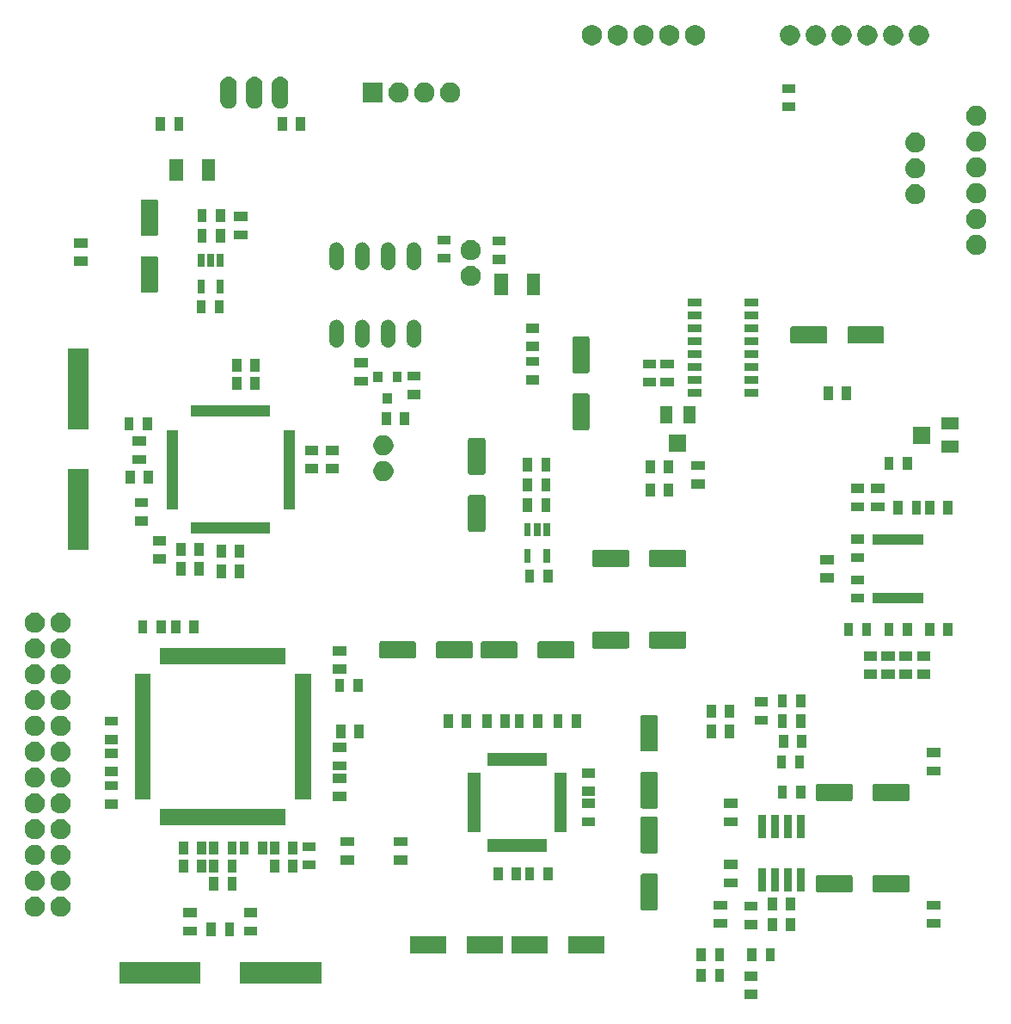
<source format=gbr>
G04 #@! TF.GenerationSoftware,KiCad,Pcbnew,5.0.2-bee76a0~70~ubuntu18.04.1*
G04 #@! TF.CreationDate,2019-12-02T21:21:03-05:00*
G04 #@! TF.ProjectId,synth-wavetable,73796e74-682d-4776-9176-657461626c65,rev?*
G04 #@! TF.SameCoordinates,Original*
G04 #@! TF.FileFunction,Soldermask,Top*
G04 #@! TF.FilePolarity,Negative*
%FSLAX46Y46*%
G04 Gerber Fmt 4.6, Leading zero omitted, Abs format (unit mm)*
G04 Created by KiCad (PCBNEW 5.0.2-bee76a0~70~ubuntu18.04.1) date Mon 02 Dec 2019 09:21:03 PM EST*
%MOMM*%
%LPD*%
G01*
G04 APERTURE LIST*
%ADD10C,0.100000*%
G04 APERTURE END LIST*
D10*
G36*
X74650440Y-97098940D02*
X73349560Y-97098940D01*
X73349560Y-96199380D01*
X74650440Y-96199380D01*
X74650440Y-97098940D01*
X74650440Y-97098940D01*
G37*
G36*
X31676000Y-95551000D02*
X23699000Y-95551000D01*
X23699000Y-93449000D01*
X31676000Y-93449000D01*
X31676000Y-95551000D01*
X31676000Y-95551000D01*
G37*
G36*
X19801000Y-95551000D02*
X11824000Y-95551000D01*
X11824000Y-93449000D01*
X19801000Y-93449000D01*
X19801000Y-95551000D01*
X19801000Y-95551000D01*
G37*
G36*
X71348940Y-95400440D02*
X70449380Y-95400440D01*
X70449380Y-94099560D01*
X71348940Y-94099560D01*
X71348940Y-95400440D01*
X71348940Y-95400440D01*
G37*
G36*
X69550620Y-95400440D02*
X68651060Y-95400440D01*
X68651060Y-94099560D01*
X69550620Y-94099560D01*
X69550620Y-95400440D01*
X69550620Y-95400440D01*
G37*
G36*
X74650440Y-95300620D02*
X73349560Y-95300620D01*
X73349560Y-94401060D01*
X74650440Y-94401060D01*
X74650440Y-95300620D01*
X74650440Y-95300620D01*
G37*
G36*
X71348940Y-93400440D02*
X70449380Y-93400440D01*
X70449380Y-92099560D01*
X71348940Y-92099560D01*
X71348940Y-93400440D01*
X71348940Y-93400440D01*
G37*
G36*
X74550620Y-93400440D02*
X73651060Y-93400440D01*
X73651060Y-92099560D01*
X74550620Y-92099560D01*
X74550620Y-93400440D01*
X74550620Y-93400440D01*
G37*
G36*
X76348940Y-93400440D02*
X75449380Y-93400440D01*
X75449380Y-92099560D01*
X76348940Y-92099560D01*
X76348940Y-93400440D01*
X76348940Y-93400440D01*
G37*
G36*
X69550620Y-93400440D02*
X68651060Y-93400440D01*
X68651060Y-92099560D01*
X69550620Y-92099560D01*
X69550620Y-93400440D01*
X69550620Y-93400440D01*
G37*
G36*
X49455996Y-90903051D02*
X49489653Y-90913261D01*
X49520667Y-90929838D01*
X49547852Y-90952148D01*
X49570162Y-90979333D01*
X49586739Y-91010347D01*
X49596949Y-91044004D01*
X49601000Y-91085138D01*
X49601000Y-92414862D01*
X49596949Y-92455996D01*
X49586739Y-92489653D01*
X49570162Y-92520667D01*
X49547852Y-92547852D01*
X49520667Y-92570162D01*
X49489653Y-92586739D01*
X49455996Y-92596949D01*
X49414862Y-92601000D01*
X46185138Y-92601000D01*
X46144004Y-92596949D01*
X46110347Y-92586739D01*
X46079333Y-92570162D01*
X46052148Y-92547852D01*
X46029838Y-92520667D01*
X46013261Y-92489653D01*
X46003051Y-92455996D01*
X45999000Y-92414862D01*
X45999000Y-91085138D01*
X46003051Y-91044004D01*
X46013261Y-91010347D01*
X46029838Y-90979333D01*
X46052148Y-90952148D01*
X46079333Y-90929838D01*
X46110347Y-90913261D01*
X46144004Y-90903051D01*
X46185138Y-90899000D01*
X49414862Y-90899000D01*
X49455996Y-90903051D01*
X49455996Y-90903051D01*
G37*
G36*
X59455996Y-90903051D02*
X59489653Y-90913261D01*
X59520667Y-90929838D01*
X59547852Y-90952148D01*
X59570162Y-90979333D01*
X59586739Y-91010347D01*
X59596949Y-91044004D01*
X59601000Y-91085138D01*
X59601000Y-92414862D01*
X59596949Y-92455996D01*
X59586739Y-92489653D01*
X59570162Y-92520667D01*
X59547852Y-92547852D01*
X59520667Y-92570162D01*
X59489653Y-92586739D01*
X59455996Y-92596949D01*
X59414862Y-92601000D01*
X56185138Y-92601000D01*
X56144004Y-92596949D01*
X56110347Y-92586739D01*
X56079333Y-92570162D01*
X56052148Y-92547852D01*
X56029838Y-92520667D01*
X56013261Y-92489653D01*
X56003051Y-92455996D01*
X55999000Y-92414862D01*
X55999000Y-91085138D01*
X56003051Y-91044004D01*
X56013261Y-91010347D01*
X56029838Y-90979333D01*
X56052148Y-90952148D01*
X56079333Y-90929838D01*
X56110347Y-90913261D01*
X56144004Y-90903051D01*
X56185138Y-90899000D01*
X59414862Y-90899000D01*
X59455996Y-90903051D01*
X59455996Y-90903051D01*
G37*
G36*
X53855996Y-90903051D02*
X53889653Y-90913261D01*
X53920667Y-90929838D01*
X53947852Y-90952148D01*
X53970162Y-90979333D01*
X53986739Y-91010347D01*
X53996949Y-91044004D01*
X54001000Y-91085138D01*
X54001000Y-92414862D01*
X53996949Y-92455996D01*
X53986739Y-92489653D01*
X53970162Y-92520667D01*
X53947852Y-92547852D01*
X53920667Y-92570162D01*
X53889653Y-92586739D01*
X53855996Y-92596949D01*
X53814862Y-92601000D01*
X50585138Y-92601000D01*
X50544004Y-92596949D01*
X50510347Y-92586739D01*
X50479333Y-92570162D01*
X50452148Y-92547852D01*
X50429838Y-92520667D01*
X50413261Y-92489653D01*
X50403051Y-92455996D01*
X50399000Y-92414862D01*
X50399000Y-91085138D01*
X50403051Y-91044004D01*
X50413261Y-91010347D01*
X50429838Y-90979333D01*
X50452148Y-90952148D01*
X50479333Y-90929838D01*
X50510347Y-90913261D01*
X50544004Y-90903051D01*
X50585138Y-90899000D01*
X53814862Y-90899000D01*
X53855996Y-90903051D01*
X53855996Y-90903051D01*
G37*
G36*
X43855996Y-90903051D02*
X43889653Y-90913261D01*
X43920667Y-90929838D01*
X43947852Y-90952148D01*
X43970162Y-90979333D01*
X43986739Y-91010347D01*
X43996949Y-91044004D01*
X44001000Y-91085138D01*
X44001000Y-92414862D01*
X43996949Y-92455996D01*
X43986739Y-92489653D01*
X43970162Y-92520667D01*
X43947852Y-92547852D01*
X43920667Y-92570162D01*
X43889653Y-92586739D01*
X43855996Y-92596949D01*
X43814862Y-92601000D01*
X40585138Y-92601000D01*
X40544004Y-92596949D01*
X40510347Y-92586739D01*
X40479333Y-92570162D01*
X40452148Y-92547852D01*
X40429838Y-92520667D01*
X40413261Y-92489653D01*
X40403051Y-92455996D01*
X40399000Y-92414862D01*
X40399000Y-91085138D01*
X40403051Y-91044004D01*
X40413261Y-91010347D01*
X40429838Y-90979333D01*
X40452148Y-90952148D01*
X40479333Y-90929838D01*
X40510347Y-90913261D01*
X40544004Y-90903051D01*
X40585138Y-90899000D01*
X43814862Y-90899000D01*
X43855996Y-90903051D01*
X43855996Y-90903051D01*
G37*
G36*
X23098940Y-90900440D02*
X22199380Y-90900440D01*
X22199380Y-89599560D01*
X23098940Y-89599560D01*
X23098940Y-90900440D01*
X23098940Y-90900440D01*
G37*
G36*
X21300620Y-90900440D02*
X20401060Y-90900440D01*
X20401060Y-89599560D01*
X21300620Y-89599560D01*
X21300620Y-90900440D01*
X21300620Y-90900440D01*
G37*
G36*
X25400440Y-90848940D02*
X24099560Y-90848940D01*
X24099560Y-89949380D01*
X25400440Y-89949380D01*
X25400440Y-90848940D01*
X25400440Y-90848940D01*
G37*
G36*
X19400440Y-90848940D02*
X18099560Y-90848940D01*
X18099560Y-89949380D01*
X19400440Y-89949380D01*
X19400440Y-90848940D01*
X19400440Y-90848940D01*
G37*
G36*
X78348940Y-90400440D02*
X77449380Y-90400440D01*
X77449380Y-89099560D01*
X78348940Y-89099560D01*
X78348940Y-90400440D01*
X78348940Y-90400440D01*
G37*
G36*
X76550620Y-90400440D02*
X75651060Y-90400440D01*
X75651060Y-89099560D01*
X76550620Y-89099560D01*
X76550620Y-90400440D01*
X76550620Y-90400440D01*
G37*
G36*
X74650440Y-90199780D02*
X73349560Y-90199780D01*
X73349560Y-89300220D01*
X74650440Y-89300220D01*
X74650440Y-90199780D01*
X74650440Y-90199780D01*
G37*
G36*
X71650440Y-90098940D02*
X70349560Y-90098940D01*
X70349560Y-89199380D01*
X71650440Y-89199380D01*
X71650440Y-90098940D01*
X71650440Y-90098940D01*
G37*
G36*
X92650440Y-90098940D02*
X91349560Y-90098940D01*
X91349560Y-89199380D01*
X92650440Y-89199380D01*
X92650440Y-90098940D01*
X92650440Y-90098940D01*
G37*
G36*
X25400440Y-89050620D02*
X24099560Y-89050620D01*
X24099560Y-88151060D01*
X25400440Y-88151060D01*
X25400440Y-89050620D01*
X25400440Y-89050620D01*
G37*
G36*
X19400440Y-89050620D02*
X18099560Y-89050620D01*
X18099560Y-88151060D01*
X19400440Y-88151060D01*
X19400440Y-89050620D01*
X19400440Y-89050620D01*
G37*
G36*
X6289003Y-87047275D02*
X6289005Y-87047276D01*
X6289006Y-87047276D01*
X6469320Y-87121964D01*
X6469321Y-87121965D01*
X6631601Y-87230397D01*
X6769603Y-87368399D01*
X6769605Y-87368402D01*
X6878036Y-87530680D01*
X6952724Y-87710994D01*
X6952725Y-87710997D01*
X6990800Y-87902413D01*
X6990800Y-88097587D01*
X6955887Y-88273109D01*
X6952724Y-88289006D01*
X6878036Y-88469320D01*
X6878035Y-88469321D01*
X6769603Y-88631601D01*
X6631601Y-88769603D01*
X6631598Y-88769605D01*
X6469320Y-88878036D01*
X6289006Y-88952724D01*
X6289005Y-88952724D01*
X6289003Y-88952725D01*
X6097587Y-88990800D01*
X5902413Y-88990800D01*
X5710997Y-88952725D01*
X5710995Y-88952724D01*
X5710994Y-88952724D01*
X5530680Y-88878036D01*
X5368402Y-88769605D01*
X5368399Y-88769603D01*
X5230397Y-88631601D01*
X5121965Y-88469321D01*
X5121964Y-88469320D01*
X5047276Y-88289006D01*
X5044114Y-88273109D01*
X5009200Y-88097587D01*
X5009200Y-87902413D01*
X5047275Y-87710997D01*
X5047276Y-87710994D01*
X5121964Y-87530680D01*
X5230395Y-87368402D01*
X5230397Y-87368399D01*
X5368399Y-87230397D01*
X5530679Y-87121965D01*
X5530680Y-87121964D01*
X5710994Y-87047276D01*
X5710995Y-87047276D01*
X5710997Y-87047275D01*
X5902413Y-87009200D01*
X6097587Y-87009200D01*
X6289003Y-87047275D01*
X6289003Y-87047275D01*
G37*
G36*
X3749003Y-87047275D02*
X3749005Y-87047276D01*
X3749006Y-87047276D01*
X3929320Y-87121964D01*
X3929321Y-87121965D01*
X4091601Y-87230397D01*
X4229603Y-87368399D01*
X4229605Y-87368402D01*
X4338036Y-87530680D01*
X4412724Y-87710994D01*
X4412725Y-87710997D01*
X4450800Y-87902413D01*
X4450800Y-88097587D01*
X4415887Y-88273109D01*
X4412724Y-88289006D01*
X4338036Y-88469320D01*
X4338035Y-88469321D01*
X4229603Y-88631601D01*
X4091601Y-88769603D01*
X4091598Y-88769605D01*
X3929320Y-88878036D01*
X3749006Y-88952724D01*
X3749005Y-88952724D01*
X3749003Y-88952725D01*
X3557587Y-88990800D01*
X3362413Y-88990800D01*
X3170997Y-88952725D01*
X3170995Y-88952724D01*
X3170994Y-88952724D01*
X2990680Y-88878036D01*
X2828402Y-88769605D01*
X2828399Y-88769603D01*
X2690397Y-88631601D01*
X2581965Y-88469321D01*
X2581964Y-88469320D01*
X2507276Y-88289006D01*
X2504114Y-88273109D01*
X2469200Y-88097587D01*
X2469200Y-87902413D01*
X2507275Y-87710997D01*
X2507276Y-87710994D01*
X2581964Y-87530680D01*
X2690395Y-87368402D01*
X2690397Y-87368399D01*
X2828399Y-87230397D01*
X2990679Y-87121965D01*
X2990680Y-87121964D01*
X3170994Y-87047276D01*
X3170995Y-87047276D01*
X3170997Y-87047275D01*
X3362413Y-87009200D01*
X3557587Y-87009200D01*
X3749003Y-87047275D01*
X3749003Y-87047275D01*
G37*
G36*
X74650440Y-88401460D02*
X73349560Y-88401460D01*
X73349560Y-87501900D01*
X74650440Y-87501900D01*
X74650440Y-88401460D01*
X74650440Y-88401460D01*
G37*
G36*
X76550620Y-88400440D02*
X75651060Y-88400440D01*
X75651060Y-87099560D01*
X76550620Y-87099560D01*
X76550620Y-88400440D01*
X76550620Y-88400440D01*
G37*
G36*
X78348940Y-88400440D02*
X77449380Y-88400440D01*
X77449380Y-87099560D01*
X78348940Y-87099560D01*
X78348940Y-88400440D01*
X78348940Y-88400440D01*
G37*
G36*
X64705996Y-84753051D02*
X64739653Y-84763261D01*
X64770667Y-84779838D01*
X64797852Y-84802148D01*
X64820162Y-84829333D01*
X64836739Y-84860347D01*
X64846949Y-84894004D01*
X64851000Y-84935138D01*
X64851000Y-88164862D01*
X64846949Y-88205996D01*
X64836739Y-88239653D01*
X64820162Y-88270667D01*
X64797852Y-88297852D01*
X64770667Y-88320162D01*
X64739653Y-88336739D01*
X64705996Y-88346949D01*
X64664862Y-88351000D01*
X63335138Y-88351000D01*
X63294004Y-88346949D01*
X63260347Y-88336739D01*
X63229333Y-88320162D01*
X63202148Y-88297852D01*
X63179838Y-88270667D01*
X63163261Y-88239653D01*
X63153051Y-88205996D01*
X63149000Y-88164862D01*
X63149000Y-84935138D01*
X63153051Y-84894004D01*
X63163261Y-84860347D01*
X63179838Y-84829333D01*
X63202148Y-84802148D01*
X63229333Y-84779838D01*
X63260347Y-84763261D01*
X63294004Y-84753051D01*
X63335138Y-84749000D01*
X64664862Y-84749000D01*
X64705996Y-84753051D01*
X64705996Y-84753051D01*
G37*
G36*
X92650440Y-88300620D02*
X91349560Y-88300620D01*
X91349560Y-87401060D01*
X92650440Y-87401060D01*
X92650440Y-88300620D01*
X92650440Y-88300620D01*
G37*
G36*
X71650440Y-88300620D02*
X70349560Y-88300620D01*
X70349560Y-87401060D01*
X71650440Y-87401060D01*
X71650440Y-88300620D01*
X71650440Y-88300620D01*
G37*
G36*
X83855996Y-84903051D02*
X83889653Y-84913261D01*
X83920667Y-84929838D01*
X83947852Y-84952148D01*
X83970162Y-84979333D01*
X83986739Y-85010347D01*
X83996949Y-85044004D01*
X84001000Y-85085138D01*
X84001000Y-86414862D01*
X83996949Y-86455996D01*
X83986739Y-86489653D01*
X83970162Y-86520667D01*
X83947852Y-86547852D01*
X83920667Y-86570162D01*
X83889653Y-86586739D01*
X83855996Y-86596949D01*
X83814862Y-86601000D01*
X80585138Y-86601000D01*
X80544004Y-86596949D01*
X80510347Y-86586739D01*
X80479333Y-86570162D01*
X80452148Y-86547852D01*
X80429838Y-86520667D01*
X80413261Y-86489653D01*
X80403051Y-86455996D01*
X80399000Y-86414862D01*
X80399000Y-85085138D01*
X80403051Y-85044004D01*
X80413261Y-85010347D01*
X80429838Y-84979333D01*
X80452148Y-84952148D01*
X80479333Y-84929838D01*
X80510347Y-84913261D01*
X80544004Y-84903051D01*
X80585138Y-84899000D01*
X83814862Y-84899000D01*
X83855996Y-84903051D01*
X83855996Y-84903051D01*
G37*
G36*
X89455996Y-84903051D02*
X89489653Y-84913261D01*
X89520667Y-84929838D01*
X89547852Y-84952148D01*
X89570162Y-84979333D01*
X89586739Y-85010347D01*
X89596949Y-85044004D01*
X89601000Y-85085138D01*
X89601000Y-86414862D01*
X89596949Y-86455996D01*
X89586739Y-86489653D01*
X89570162Y-86520667D01*
X89547852Y-86547852D01*
X89520667Y-86570162D01*
X89489653Y-86586739D01*
X89455996Y-86596949D01*
X89414862Y-86601000D01*
X86185138Y-86601000D01*
X86144004Y-86596949D01*
X86110347Y-86586739D01*
X86079333Y-86570162D01*
X86052148Y-86547852D01*
X86029838Y-86520667D01*
X86013261Y-86489653D01*
X86003051Y-86455996D01*
X85999000Y-86414862D01*
X85999000Y-85085138D01*
X86003051Y-85044004D01*
X86013261Y-85010347D01*
X86029838Y-84979333D01*
X86052148Y-84952148D01*
X86079333Y-84929838D01*
X86110347Y-84913261D01*
X86144004Y-84903051D01*
X86185138Y-84899000D01*
X89414862Y-84899000D01*
X89455996Y-84903051D01*
X89455996Y-84903051D01*
G37*
G36*
X79260800Y-86520830D02*
X78549200Y-86520830D01*
X78549200Y-84211570D01*
X79260800Y-84211570D01*
X79260800Y-86520830D01*
X79260800Y-86520830D01*
G37*
G36*
X76720800Y-86520830D02*
X76009200Y-86520830D01*
X76009200Y-84211570D01*
X76720800Y-84211570D01*
X76720800Y-86520830D01*
X76720800Y-86520830D01*
G37*
G36*
X77990800Y-86520830D02*
X77279200Y-86520830D01*
X77279200Y-84211570D01*
X77990800Y-84211570D01*
X77990800Y-86520830D01*
X77990800Y-86520830D01*
G37*
G36*
X75450800Y-86520830D02*
X74739200Y-86520830D01*
X74739200Y-84211570D01*
X75450800Y-84211570D01*
X75450800Y-86520830D01*
X75450800Y-86520830D01*
G37*
G36*
X6289003Y-84507275D02*
X6289005Y-84507276D01*
X6289006Y-84507276D01*
X6469320Y-84581964D01*
X6469321Y-84581965D01*
X6631601Y-84690397D01*
X6769603Y-84828399D01*
X6769605Y-84828402D01*
X6878036Y-84990680D01*
X6923135Y-85099560D01*
X6952725Y-85170997D01*
X6990800Y-85362413D01*
X6990800Y-85557585D01*
X6952724Y-85749006D01*
X6878036Y-85929320D01*
X6878035Y-85929321D01*
X6769603Y-86091601D01*
X6631601Y-86229603D01*
X6631598Y-86229605D01*
X6469320Y-86338036D01*
X6289006Y-86412724D01*
X6289005Y-86412724D01*
X6289003Y-86412725D01*
X6097587Y-86450800D01*
X5902413Y-86450800D01*
X5710997Y-86412725D01*
X5710995Y-86412724D01*
X5710994Y-86412724D01*
X5530680Y-86338036D01*
X5368402Y-86229605D01*
X5368399Y-86229603D01*
X5230397Y-86091601D01*
X5121965Y-85929321D01*
X5121964Y-85929320D01*
X5047276Y-85749006D01*
X5009200Y-85557585D01*
X5009200Y-85362413D01*
X5047275Y-85170997D01*
X5076865Y-85099560D01*
X5121964Y-84990680D01*
X5230395Y-84828402D01*
X5230397Y-84828399D01*
X5368399Y-84690397D01*
X5530679Y-84581965D01*
X5530680Y-84581964D01*
X5710994Y-84507276D01*
X5710995Y-84507276D01*
X5710997Y-84507275D01*
X5902413Y-84469200D01*
X6097587Y-84469200D01*
X6289003Y-84507275D01*
X6289003Y-84507275D01*
G37*
G36*
X3749003Y-84507275D02*
X3749005Y-84507276D01*
X3749006Y-84507276D01*
X3929320Y-84581964D01*
X3929321Y-84581965D01*
X4091601Y-84690397D01*
X4229603Y-84828399D01*
X4229605Y-84828402D01*
X4338036Y-84990680D01*
X4383135Y-85099560D01*
X4412725Y-85170997D01*
X4450800Y-85362413D01*
X4450800Y-85557585D01*
X4412724Y-85749006D01*
X4338036Y-85929320D01*
X4338035Y-85929321D01*
X4229603Y-86091601D01*
X4091601Y-86229603D01*
X4091598Y-86229605D01*
X3929320Y-86338036D01*
X3749006Y-86412724D01*
X3749005Y-86412724D01*
X3749003Y-86412725D01*
X3557587Y-86450800D01*
X3362413Y-86450800D01*
X3170997Y-86412725D01*
X3170995Y-86412724D01*
X3170994Y-86412724D01*
X2990680Y-86338036D01*
X2828402Y-86229605D01*
X2828399Y-86229603D01*
X2690397Y-86091601D01*
X2581965Y-85929321D01*
X2581964Y-85929320D01*
X2507276Y-85749006D01*
X2469200Y-85557585D01*
X2469200Y-85362413D01*
X2507275Y-85170997D01*
X2536865Y-85099560D01*
X2581964Y-84990680D01*
X2690395Y-84828402D01*
X2690397Y-84828399D01*
X2828399Y-84690397D01*
X2990679Y-84581965D01*
X2990680Y-84581964D01*
X3170994Y-84507276D01*
X3170995Y-84507276D01*
X3170997Y-84507275D01*
X3362413Y-84469200D01*
X3557587Y-84469200D01*
X3749003Y-84507275D01*
X3749003Y-84507275D01*
G37*
G36*
X23348940Y-86400440D02*
X22449380Y-86400440D01*
X22449380Y-85099560D01*
X23348940Y-85099560D01*
X23348940Y-86400440D01*
X23348940Y-86400440D01*
G37*
G36*
X21550620Y-86400440D02*
X20651060Y-86400440D01*
X20651060Y-85099560D01*
X21550620Y-85099560D01*
X21550620Y-86400440D01*
X21550620Y-86400440D01*
G37*
G36*
X72650440Y-86098940D02*
X71349560Y-86098940D01*
X71349560Y-85199380D01*
X72650440Y-85199380D01*
X72650440Y-86098940D01*
X72650440Y-86098940D01*
G37*
G36*
X54449780Y-85400440D02*
X53550220Y-85400440D01*
X53550220Y-84099560D01*
X54449780Y-84099560D01*
X54449780Y-85400440D01*
X54449780Y-85400440D01*
G37*
G36*
X51348940Y-85400440D02*
X50449380Y-85400440D01*
X50449380Y-84099560D01*
X51348940Y-84099560D01*
X51348940Y-85400440D01*
X51348940Y-85400440D01*
G37*
G36*
X52651460Y-85400440D02*
X51751900Y-85400440D01*
X51751900Y-84099560D01*
X52651460Y-84099560D01*
X52651460Y-85400440D01*
X52651460Y-85400440D01*
G37*
G36*
X49550620Y-85400440D02*
X48651060Y-85400440D01*
X48651060Y-84099560D01*
X49550620Y-84099560D01*
X49550620Y-85400440D01*
X49550620Y-85400440D01*
G37*
G36*
X20348940Y-84650440D02*
X19449380Y-84650440D01*
X19449380Y-83349560D01*
X20348940Y-83349560D01*
X20348940Y-84650440D01*
X20348940Y-84650440D01*
G37*
G36*
X29348940Y-84650440D02*
X28449380Y-84650440D01*
X28449380Y-83349560D01*
X29348940Y-83349560D01*
X29348940Y-84650440D01*
X29348940Y-84650440D01*
G37*
G36*
X23348940Y-84650440D02*
X22449380Y-84650440D01*
X22449380Y-83349560D01*
X23348940Y-83349560D01*
X23348940Y-84650440D01*
X23348940Y-84650440D01*
G37*
G36*
X21550620Y-84650440D02*
X20651060Y-84650440D01*
X20651060Y-83349560D01*
X21550620Y-83349560D01*
X21550620Y-84650440D01*
X21550620Y-84650440D01*
G37*
G36*
X27550620Y-84650440D02*
X26651060Y-84650440D01*
X26651060Y-83349560D01*
X27550620Y-83349560D01*
X27550620Y-84650440D01*
X27550620Y-84650440D01*
G37*
G36*
X18550620Y-84650440D02*
X17651060Y-84650440D01*
X17651060Y-83349560D01*
X18550620Y-83349560D01*
X18550620Y-84650440D01*
X18550620Y-84650440D01*
G37*
G36*
X31150440Y-84348940D02*
X29849560Y-84348940D01*
X29849560Y-83449380D01*
X31150440Y-83449380D01*
X31150440Y-84348940D01*
X31150440Y-84348940D01*
G37*
G36*
X72650440Y-84300620D02*
X71349560Y-84300620D01*
X71349560Y-83401060D01*
X72650440Y-83401060D01*
X72650440Y-84300620D01*
X72650440Y-84300620D01*
G37*
G36*
X6289003Y-81967275D02*
X6289005Y-81967276D01*
X6289006Y-81967276D01*
X6469320Y-82041964D01*
X6629410Y-82148933D01*
X6631601Y-82150397D01*
X6769603Y-82288399D01*
X6769605Y-82288402D01*
X6878036Y-82450680D01*
X6948965Y-82621920D01*
X6952725Y-82630997D01*
X6975789Y-82746949D01*
X6990800Y-82822415D01*
X6990800Y-83017585D01*
X6952724Y-83209006D01*
X6878036Y-83389320D01*
X6837905Y-83449380D01*
X6769603Y-83551601D01*
X6631601Y-83689603D01*
X6631598Y-83689605D01*
X6469320Y-83798036D01*
X6289006Y-83872724D01*
X6289005Y-83872724D01*
X6289003Y-83872725D01*
X6097587Y-83910800D01*
X5902413Y-83910800D01*
X5710997Y-83872725D01*
X5710995Y-83872724D01*
X5710994Y-83872724D01*
X5530680Y-83798036D01*
X5368402Y-83689605D01*
X5368399Y-83689603D01*
X5230397Y-83551601D01*
X5162095Y-83449380D01*
X5121964Y-83389320D01*
X5047276Y-83209006D01*
X5009200Y-83017585D01*
X5009200Y-82822415D01*
X5024211Y-82746949D01*
X5047275Y-82630997D01*
X5051035Y-82621920D01*
X5121964Y-82450680D01*
X5230395Y-82288402D01*
X5230397Y-82288399D01*
X5368399Y-82150397D01*
X5370590Y-82148933D01*
X5530680Y-82041964D01*
X5710994Y-81967276D01*
X5710995Y-81967276D01*
X5710997Y-81967275D01*
X5902413Y-81929200D01*
X6097587Y-81929200D01*
X6289003Y-81967275D01*
X6289003Y-81967275D01*
G37*
G36*
X3749003Y-81967275D02*
X3749005Y-81967276D01*
X3749006Y-81967276D01*
X3929320Y-82041964D01*
X4089410Y-82148933D01*
X4091601Y-82150397D01*
X4229603Y-82288399D01*
X4229605Y-82288402D01*
X4338036Y-82450680D01*
X4408965Y-82621920D01*
X4412725Y-82630997D01*
X4435789Y-82746949D01*
X4450800Y-82822415D01*
X4450800Y-83017585D01*
X4412724Y-83209006D01*
X4338036Y-83389320D01*
X4297905Y-83449380D01*
X4229603Y-83551601D01*
X4091601Y-83689603D01*
X4091598Y-83689605D01*
X3929320Y-83798036D01*
X3749006Y-83872724D01*
X3749005Y-83872724D01*
X3749003Y-83872725D01*
X3557587Y-83910800D01*
X3362413Y-83910800D01*
X3170997Y-83872725D01*
X3170995Y-83872724D01*
X3170994Y-83872724D01*
X2990680Y-83798036D01*
X2828402Y-83689605D01*
X2828399Y-83689603D01*
X2690397Y-83551601D01*
X2622095Y-83449380D01*
X2581964Y-83389320D01*
X2507276Y-83209006D01*
X2469200Y-83017585D01*
X2469200Y-82822415D01*
X2484211Y-82746949D01*
X2507275Y-82630997D01*
X2511035Y-82621920D01*
X2581964Y-82450680D01*
X2690395Y-82288402D01*
X2690397Y-82288399D01*
X2828399Y-82150397D01*
X2830590Y-82148933D01*
X2990680Y-82041964D01*
X3170994Y-81967276D01*
X3170995Y-81967276D01*
X3170997Y-81967275D01*
X3362413Y-81929200D01*
X3557587Y-81929200D01*
X3749003Y-81967275D01*
X3749003Y-81967275D01*
G37*
G36*
X34900440Y-83848940D02*
X33599560Y-83848940D01*
X33599560Y-82949380D01*
X34900440Y-82949380D01*
X34900440Y-83848940D01*
X34900440Y-83848940D01*
G37*
G36*
X40150440Y-83848940D02*
X38849560Y-83848940D01*
X38849560Y-82949380D01*
X40150440Y-82949380D01*
X40150440Y-83848940D01*
X40150440Y-83848940D01*
G37*
G36*
X18550620Y-82900440D02*
X17651060Y-82900440D01*
X17651060Y-81599560D01*
X18550620Y-81599560D01*
X18550620Y-82900440D01*
X18550620Y-82900440D01*
G37*
G36*
X27550620Y-82900440D02*
X26651060Y-82900440D01*
X26651060Y-81599560D01*
X27550620Y-81599560D01*
X27550620Y-82900440D01*
X27550620Y-82900440D01*
G37*
G36*
X29348940Y-82900440D02*
X28449380Y-82900440D01*
X28449380Y-81599560D01*
X29348940Y-81599560D01*
X29348940Y-82900440D01*
X29348940Y-82900440D01*
G37*
G36*
X24550620Y-82900440D02*
X23651060Y-82900440D01*
X23651060Y-81599560D01*
X24550620Y-81599560D01*
X24550620Y-82900440D01*
X24550620Y-82900440D01*
G37*
G36*
X21550620Y-82900440D02*
X20651060Y-82900440D01*
X20651060Y-81599560D01*
X21550620Y-81599560D01*
X21550620Y-82900440D01*
X21550620Y-82900440D01*
G37*
G36*
X23348940Y-82900440D02*
X22449380Y-82900440D01*
X22449380Y-81599560D01*
X23348940Y-81599560D01*
X23348940Y-82900440D01*
X23348940Y-82900440D01*
G37*
G36*
X20348940Y-82900440D02*
X19449380Y-82900440D01*
X19449380Y-81599560D01*
X20348940Y-81599560D01*
X20348940Y-82900440D01*
X20348940Y-82900440D01*
G37*
G36*
X26348940Y-82900440D02*
X25449380Y-82900440D01*
X25449380Y-81599560D01*
X26348940Y-81599560D01*
X26348940Y-82900440D01*
X26348940Y-82900440D01*
G37*
G36*
X64705996Y-79153051D02*
X64739653Y-79163261D01*
X64770667Y-79179838D01*
X64797852Y-79202148D01*
X64820162Y-79229333D01*
X64836739Y-79260347D01*
X64846949Y-79294004D01*
X64851000Y-79335138D01*
X64851000Y-82564862D01*
X64846949Y-82605996D01*
X64836739Y-82639653D01*
X64820162Y-82670667D01*
X64797852Y-82697852D01*
X64770667Y-82720162D01*
X64739653Y-82736739D01*
X64705996Y-82746949D01*
X64664862Y-82751000D01*
X63335138Y-82751000D01*
X63294004Y-82746949D01*
X63260347Y-82736739D01*
X63229333Y-82720162D01*
X63202148Y-82697852D01*
X63179838Y-82670667D01*
X63163261Y-82639653D01*
X63153051Y-82605996D01*
X63149000Y-82564862D01*
X63149000Y-79335138D01*
X63153051Y-79294004D01*
X63163261Y-79260347D01*
X63179838Y-79229333D01*
X63202148Y-79202148D01*
X63229333Y-79179838D01*
X63260347Y-79163261D01*
X63294004Y-79153051D01*
X63335138Y-79149000D01*
X64664862Y-79149000D01*
X64705996Y-79153051D01*
X64705996Y-79153051D01*
G37*
G36*
X53926280Y-82621920D02*
X48073720Y-82621920D01*
X48073720Y-81376920D01*
X53926280Y-81376920D01*
X53926280Y-82621920D01*
X53926280Y-82621920D01*
G37*
G36*
X31150440Y-82550620D02*
X29849560Y-82550620D01*
X29849560Y-81651060D01*
X31150440Y-81651060D01*
X31150440Y-82550620D01*
X31150440Y-82550620D01*
G37*
G36*
X40150440Y-82050620D02*
X38849560Y-82050620D01*
X38849560Y-81151060D01*
X40150440Y-81151060D01*
X40150440Y-82050620D01*
X40150440Y-82050620D01*
G37*
G36*
X34900440Y-82050620D02*
X33599560Y-82050620D01*
X33599560Y-81151060D01*
X34900440Y-81151060D01*
X34900440Y-82050620D01*
X34900440Y-82050620D01*
G37*
G36*
X6289003Y-79427275D02*
X6289005Y-79427276D01*
X6289006Y-79427276D01*
X6469320Y-79501964D01*
X6469321Y-79501965D01*
X6631601Y-79610397D01*
X6769603Y-79748399D01*
X6769605Y-79748402D01*
X6878036Y-79910680D01*
X6952724Y-80090994D01*
X6990800Y-80282415D01*
X6990800Y-80477585D01*
X6952724Y-80669006D01*
X6878036Y-80849320D01*
X6878035Y-80849321D01*
X6769603Y-81011601D01*
X6631601Y-81149603D01*
X6631598Y-81149605D01*
X6469320Y-81258036D01*
X6289006Y-81332724D01*
X6289005Y-81332724D01*
X6289003Y-81332725D01*
X6097587Y-81370800D01*
X5902413Y-81370800D01*
X5710997Y-81332725D01*
X5710995Y-81332724D01*
X5710994Y-81332724D01*
X5530680Y-81258036D01*
X5368402Y-81149605D01*
X5368399Y-81149603D01*
X5230397Y-81011601D01*
X5121965Y-80849321D01*
X5121964Y-80849320D01*
X5047276Y-80669006D01*
X5009200Y-80477585D01*
X5009200Y-80282415D01*
X5047276Y-80090994D01*
X5121964Y-79910680D01*
X5230395Y-79748402D01*
X5230397Y-79748399D01*
X5368399Y-79610397D01*
X5530679Y-79501965D01*
X5530680Y-79501964D01*
X5710994Y-79427276D01*
X5710995Y-79427276D01*
X5710997Y-79427275D01*
X5902413Y-79389200D01*
X6097587Y-79389200D01*
X6289003Y-79427275D01*
X6289003Y-79427275D01*
G37*
G36*
X3749003Y-79427275D02*
X3749005Y-79427276D01*
X3749006Y-79427276D01*
X3929320Y-79501964D01*
X3929321Y-79501965D01*
X4091601Y-79610397D01*
X4229603Y-79748399D01*
X4229605Y-79748402D01*
X4338036Y-79910680D01*
X4412724Y-80090994D01*
X4450800Y-80282415D01*
X4450800Y-80477585D01*
X4412724Y-80669006D01*
X4338036Y-80849320D01*
X4338035Y-80849321D01*
X4229603Y-81011601D01*
X4091601Y-81149603D01*
X4091598Y-81149605D01*
X3929320Y-81258036D01*
X3749006Y-81332724D01*
X3749005Y-81332724D01*
X3749003Y-81332725D01*
X3557587Y-81370800D01*
X3362413Y-81370800D01*
X3170997Y-81332725D01*
X3170995Y-81332724D01*
X3170994Y-81332724D01*
X2990680Y-81258036D01*
X2828402Y-81149605D01*
X2828399Y-81149603D01*
X2690397Y-81011601D01*
X2581965Y-80849321D01*
X2581964Y-80849320D01*
X2507276Y-80669006D01*
X2469200Y-80477585D01*
X2469200Y-80282415D01*
X2507276Y-80090994D01*
X2581964Y-79910680D01*
X2690395Y-79748402D01*
X2690397Y-79748399D01*
X2828399Y-79610397D01*
X2990679Y-79501965D01*
X2990680Y-79501964D01*
X3170994Y-79427276D01*
X3170995Y-79427276D01*
X3170997Y-79427275D01*
X3362413Y-79389200D01*
X3557587Y-79389200D01*
X3749003Y-79427275D01*
X3749003Y-79427275D01*
G37*
G36*
X75450800Y-81288430D02*
X74739200Y-81288430D01*
X74739200Y-78979170D01*
X75450800Y-78979170D01*
X75450800Y-81288430D01*
X75450800Y-81288430D01*
G37*
G36*
X79260800Y-81288430D02*
X78549200Y-81288430D01*
X78549200Y-78979170D01*
X79260800Y-78979170D01*
X79260800Y-81288430D01*
X79260800Y-81288430D01*
G37*
G36*
X77990800Y-81288430D02*
X77279200Y-81288430D01*
X77279200Y-78979170D01*
X77990800Y-78979170D01*
X77990800Y-81288430D01*
X77990800Y-81288430D01*
G37*
G36*
X76720800Y-81288430D02*
X76009200Y-81288430D01*
X76009200Y-78979170D01*
X76720800Y-78979170D01*
X76720800Y-81288430D01*
X76720800Y-81288430D01*
G37*
G36*
X55871920Y-80676280D02*
X54626920Y-80676280D01*
X54626920Y-74823720D01*
X55871920Y-74823720D01*
X55871920Y-80676280D01*
X55871920Y-80676280D01*
G37*
G36*
X47373080Y-80676280D02*
X46128080Y-80676280D01*
X46128080Y-74823720D01*
X47373080Y-74823720D01*
X47373080Y-80676280D01*
X47373080Y-80676280D01*
G37*
G36*
X72650440Y-80098940D02*
X71349560Y-80098940D01*
X71349560Y-79199380D01*
X72650440Y-79199380D01*
X72650440Y-80098940D01*
X72650440Y-80098940D01*
G37*
G36*
X58650440Y-80098940D02*
X57349560Y-80098940D01*
X57349560Y-79199380D01*
X58650440Y-79199380D01*
X58650440Y-80098940D01*
X58650440Y-80098940D01*
G37*
G36*
X28191000Y-79951000D02*
X15809000Y-79951000D01*
X15809000Y-78349000D01*
X28191000Y-78349000D01*
X28191000Y-79951000D01*
X28191000Y-79951000D01*
G37*
G36*
X6289003Y-76887275D02*
X6289005Y-76887276D01*
X6289006Y-76887276D01*
X6469320Y-76961964D01*
X6469321Y-76961965D01*
X6631601Y-77070397D01*
X6769603Y-77208399D01*
X6769605Y-77208402D01*
X6878036Y-77370680D01*
X6952724Y-77550994D01*
X6952725Y-77550997D01*
X6961865Y-77596949D01*
X6990800Y-77742415D01*
X6990800Y-77937585D01*
X6952724Y-78129006D01*
X6878036Y-78309320D01*
X6850186Y-78351000D01*
X6769603Y-78471601D01*
X6631601Y-78609603D01*
X6631598Y-78609605D01*
X6469320Y-78718036D01*
X6289006Y-78792724D01*
X6289005Y-78792724D01*
X6289003Y-78792725D01*
X6097587Y-78830800D01*
X5902413Y-78830800D01*
X5710997Y-78792725D01*
X5710995Y-78792724D01*
X5710994Y-78792724D01*
X5530680Y-78718036D01*
X5368402Y-78609605D01*
X5368399Y-78609603D01*
X5230397Y-78471601D01*
X5149814Y-78351000D01*
X5121964Y-78309320D01*
X5047276Y-78129006D01*
X5009200Y-77937585D01*
X5009200Y-77742415D01*
X5038135Y-77596949D01*
X5047275Y-77550997D01*
X5047276Y-77550994D01*
X5121964Y-77370680D01*
X5230395Y-77208402D01*
X5230397Y-77208399D01*
X5368399Y-77070397D01*
X5530679Y-76961965D01*
X5530680Y-76961964D01*
X5710994Y-76887276D01*
X5710995Y-76887276D01*
X5710997Y-76887275D01*
X5902413Y-76849200D01*
X6097587Y-76849200D01*
X6289003Y-76887275D01*
X6289003Y-76887275D01*
G37*
G36*
X3749003Y-76887275D02*
X3749005Y-76887276D01*
X3749006Y-76887276D01*
X3929320Y-76961964D01*
X3929321Y-76961965D01*
X4091601Y-77070397D01*
X4229603Y-77208399D01*
X4229605Y-77208402D01*
X4338036Y-77370680D01*
X4412724Y-77550994D01*
X4412725Y-77550997D01*
X4421865Y-77596949D01*
X4450800Y-77742415D01*
X4450800Y-77937585D01*
X4412724Y-78129006D01*
X4338036Y-78309320D01*
X4310186Y-78351000D01*
X4229603Y-78471601D01*
X4091601Y-78609603D01*
X4091598Y-78609605D01*
X3929320Y-78718036D01*
X3749006Y-78792724D01*
X3749005Y-78792724D01*
X3749003Y-78792725D01*
X3557587Y-78830800D01*
X3362413Y-78830800D01*
X3170997Y-78792725D01*
X3170995Y-78792724D01*
X3170994Y-78792724D01*
X2990680Y-78718036D01*
X2828402Y-78609605D01*
X2828399Y-78609603D01*
X2690397Y-78471601D01*
X2609814Y-78351000D01*
X2581964Y-78309320D01*
X2507276Y-78129006D01*
X2469200Y-77937585D01*
X2469200Y-77742415D01*
X2498135Y-77596949D01*
X2507275Y-77550997D01*
X2507276Y-77550994D01*
X2581964Y-77370680D01*
X2690395Y-77208402D01*
X2690397Y-77208399D01*
X2828399Y-77070397D01*
X2990679Y-76961965D01*
X2990680Y-76961964D01*
X3170994Y-76887276D01*
X3170995Y-76887276D01*
X3170997Y-76887275D01*
X3362413Y-76849200D01*
X3557587Y-76849200D01*
X3749003Y-76887275D01*
X3749003Y-76887275D01*
G37*
G36*
X64705996Y-74753051D02*
X64739653Y-74763261D01*
X64770667Y-74779838D01*
X64797852Y-74802148D01*
X64820162Y-74829333D01*
X64836739Y-74860347D01*
X64846949Y-74894004D01*
X64851000Y-74935138D01*
X64851000Y-78164862D01*
X64846949Y-78205996D01*
X64836739Y-78239653D01*
X64820162Y-78270667D01*
X64797852Y-78297852D01*
X64770667Y-78320162D01*
X64739653Y-78336739D01*
X64705996Y-78346949D01*
X64664862Y-78351000D01*
X63335138Y-78351000D01*
X63294004Y-78346949D01*
X63260347Y-78336739D01*
X63229333Y-78320162D01*
X63202148Y-78297852D01*
X63179838Y-78270667D01*
X63163261Y-78239653D01*
X63153051Y-78205996D01*
X63149000Y-78164862D01*
X63149000Y-74935138D01*
X63153051Y-74894004D01*
X63163261Y-74860347D01*
X63179838Y-74829333D01*
X63202148Y-74802148D01*
X63229333Y-74779838D01*
X63260347Y-74763261D01*
X63294004Y-74753051D01*
X63335138Y-74749000D01*
X64664862Y-74749000D01*
X64705996Y-74753051D01*
X64705996Y-74753051D01*
G37*
G36*
X11650440Y-78348940D02*
X10349560Y-78348940D01*
X10349560Y-77449380D01*
X11650440Y-77449380D01*
X11650440Y-78348940D01*
X11650440Y-78348940D01*
G37*
G36*
X58650440Y-78300620D02*
X57349560Y-78300620D01*
X57349560Y-77401060D01*
X58650440Y-77401060D01*
X58650440Y-78300620D01*
X58650440Y-78300620D01*
G37*
G36*
X72650440Y-78300620D02*
X71349560Y-78300620D01*
X71349560Y-77401060D01*
X72650440Y-77401060D01*
X72650440Y-78300620D01*
X72650440Y-78300620D01*
G37*
G36*
X89455996Y-75903051D02*
X89489653Y-75913261D01*
X89520667Y-75929838D01*
X89547852Y-75952148D01*
X89570162Y-75979333D01*
X89586739Y-76010347D01*
X89596949Y-76044004D01*
X89601000Y-76085138D01*
X89601000Y-77414862D01*
X89596949Y-77455996D01*
X89586739Y-77489653D01*
X89570162Y-77520667D01*
X89547852Y-77547852D01*
X89520667Y-77570162D01*
X89489653Y-77586739D01*
X89455996Y-77596949D01*
X89414862Y-77601000D01*
X86185138Y-77601000D01*
X86144004Y-77596949D01*
X86110347Y-77586739D01*
X86079333Y-77570162D01*
X86052148Y-77547852D01*
X86029838Y-77520667D01*
X86013261Y-77489653D01*
X86003051Y-77455996D01*
X85999000Y-77414862D01*
X85999000Y-76085138D01*
X86003051Y-76044004D01*
X86013261Y-76010347D01*
X86029838Y-75979333D01*
X86052148Y-75952148D01*
X86079333Y-75929838D01*
X86110347Y-75913261D01*
X86144004Y-75903051D01*
X86185138Y-75899000D01*
X89414862Y-75899000D01*
X89455996Y-75903051D01*
X89455996Y-75903051D01*
G37*
G36*
X83855996Y-75903051D02*
X83889653Y-75913261D01*
X83920667Y-75929838D01*
X83947852Y-75952148D01*
X83970162Y-75979333D01*
X83986739Y-76010347D01*
X83996949Y-76044004D01*
X84001000Y-76085138D01*
X84001000Y-77414862D01*
X83996949Y-77455996D01*
X83986739Y-77489653D01*
X83970162Y-77520667D01*
X83947852Y-77547852D01*
X83920667Y-77570162D01*
X83889653Y-77586739D01*
X83855996Y-77596949D01*
X83814862Y-77601000D01*
X80585138Y-77601000D01*
X80544004Y-77596949D01*
X80510347Y-77586739D01*
X80479333Y-77570162D01*
X80452148Y-77547852D01*
X80429838Y-77520667D01*
X80413261Y-77489653D01*
X80403051Y-77455996D01*
X80399000Y-77414862D01*
X80399000Y-76085138D01*
X80403051Y-76044004D01*
X80413261Y-76010347D01*
X80429838Y-75979333D01*
X80452148Y-75952148D01*
X80479333Y-75929838D01*
X80510347Y-75913261D01*
X80544004Y-75903051D01*
X80585138Y-75899000D01*
X83814862Y-75899000D01*
X83855996Y-75903051D01*
X83855996Y-75903051D01*
G37*
G36*
X34150440Y-77598940D02*
X32849560Y-77598940D01*
X32849560Y-76699380D01*
X34150440Y-76699380D01*
X34150440Y-77598940D01*
X34150440Y-77598940D01*
G37*
G36*
X30701000Y-77441000D02*
X29099000Y-77441000D01*
X29099000Y-65059000D01*
X30701000Y-65059000D01*
X30701000Y-77441000D01*
X30701000Y-77441000D01*
G37*
G36*
X14901000Y-77441000D02*
X13299000Y-77441000D01*
X13299000Y-65059000D01*
X14901000Y-65059000D01*
X14901000Y-77441000D01*
X14901000Y-77441000D01*
G37*
G36*
X79348940Y-77400440D02*
X78449380Y-77400440D01*
X78449380Y-76099560D01*
X79348940Y-76099560D01*
X79348940Y-77400440D01*
X79348940Y-77400440D01*
G37*
G36*
X77550620Y-77400440D02*
X76651060Y-77400440D01*
X76651060Y-76099560D01*
X77550620Y-76099560D01*
X77550620Y-77400440D01*
X77550620Y-77400440D01*
G37*
G36*
X58650440Y-77098940D02*
X57349560Y-77098940D01*
X57349560Y-76199380D01*
X58650440Y-76199380D01*
X58650440Y-77098940D01*
X58650440Y-77098940D01*
G37*
G36*
X11650440Y-76550620D02*
X10349560Y-76550620D01*
X10349560Y-75651060D01*
X11650440Y-75651060D01*
X11650440Y-76550620D01*
X11650440Y-76550620D01*
G37*
G36*
X6289003Y-74347275D02*
X6289005Y-74347276D01*
X6289006Y-74347276D01*
X6469320Y-74421964D01*
X6469321Y-74421965D01*
X6631601Y-74530397D01*
X6769603Y-74668399D01*
X6769605Y-74668402D01*
X6878036Y-74830680D01*
X6932867Y-74963055D01*
X6952725Y-75010997D01*
X6990800Y-75202413D01*
X6990800Y-75397587D01*
X6982165Y-75441000D01*
X6952724Y-75589006D01*
X6878036Y-75769320D01*
X6787972Y-75904110D01*
X6769603Y-75931601D01*
X6631601Y-76069603D01*
X6631598Y-76069605D01*
X6469320Y-76178036D01*
X6289006Y-76252724D01*
X6289005Y-76252724D01*
X6289003Y-76252725D01*
X6097587Y-76290800D01*
X5902413Y-76290800D01*
X5710997Y-76252725D01*
X5710995Y-76252724D01*
X5710994Y-76252724D01*
X5530680Y-76178036D01*
X5368402Y-76069605D01*
X5368399Y-76069603D01*
X5230397Y-75931601D01*
X5212028Y-75904110D01*
X5121964Y-75769320D01*
X5047276Y-75589006D01*
X5017836Y-75441000D01*
X5009200Y-75397587D01*
X5009200Y-75202413D01*
X5047275Y-75010997D01*
X5067133Y-74963055D01*
X5121964Y-74830680D01*
X5230395Y-74668402D01*
X5230397Y-74668399D01*
X5368399Y-74530397D01*
X5530679Y-74421965D01*
X5530680Y-74421964D01*
X5710994Y-74347276D01*
X5710995Y-74347276D01*
X5710997Y-74347275D01*
X5902413Y-74309200D01*
X6097587Y-74309200D01*
X6289003Y-74347275D01*
X6289003Y-74347275D01*
G37*
G36*
X3749003Y-74347275D02*
X3749005Y-74347276D01*
X3749006Y-74347276D01*
X3929320Y-74421964D01*
X3929321Y-74421965D01*
X4091601Y-74530397D01*
X4229603Y-74668399D01*
X4229605Y-74668402D01*
X4338036Y-74830680D01*
X4392867Y-74963055D01*
X4412725Y-75010997D01*
X4450800Y-75202413D01*
X4450800Y-75397587D01*
X4442165Y-75441000D01*
X4412724Y-75589006D01*
X4338036Y-75769320D01*
X4247972Y-75904110D01*
X4229603Y-75931601D01*
X4091601Y-76069603D01*
X4091598Y-76069605D01*
X3929320Y-76178036D01*
X3749006Y-76252724D01*
X3749005Y-76252724D01*
X3749003Y-76252725D01*
X3557587Y-76290800D01*
X3362413Y-76290800D01*
X3170997Y-76252725D01*
X3170995Y-76252724D01*
X3170994Y-76252724D01*
X2990680Y-76178036D01*
X2828402Y-76069605D01*
X2828399Y-76069603D01*
X2690397Y-75931601D01*
X2672028Y-75904110D01*
X2581964Y-75769320D01*
X2507276Y-75589006D01*
X2477836Y-75441000D01*
X2469200Y-75397587D01*
X2469200Y-75202413D01*
X2507275Y-75010997D01*
X2527133Y-74963055D01*
X2581964Y-74830680D01*
X2690395Y-74668402D01*
X2690397Y-74668399D01*
X2828399Y-74530397D01*
X2990679Y-74421965D01*
X2990680Y-74421964D01*
X3170994Y-74347276D01*
X3170995Y-74347276D01*
X3170997Y-74347275D01*
X3362413Y-74309200D01*
X3557587Y-74309200D01*
X3749003Y-74347275D01*
X3749003Y-74347275D01*
G37*
G36*
X34150440Y-75800620D02*
X32849560Y-75800620D01*
X32849560Y-74901060D01*
X34150440Y-74901060D01*
X34150440Y-75800620D01*
X34150440Y-75800620D01*
G37*
G36*
X58650440Y-75300620D02*
X57349560Y-75300620D01*
X57349560Y-74401060D01*
X58650440Y-74401060D01*
X58650440Y-75300620D01*
X58650440Y-75300620D01*
G37*
G36*
X11650440Y-75148940D02*
X10349560Y-75148940D01*
X10349560Y-74249380D01*
X11650440Y-74249380D01*
X11650440Y-75148940D01*
X11650440Y-75148940D01*
G37*
G36*
X92650440Y-75098940D02*
X91349560Y-75098940D01*
X91349560Y-74199380D01*
X92650440Y-74199380D01*
X92650440Y-75098940D01*
X92650440Y-75098940D01*
G37*
G36*
X34150440Y-74598940D02*
X32849560Y-74598940D01*
X32849560Y-73699380D01*
X34150440Y-73699380D01*
X34150440Y-74598940D01*
X34150440Y-74598940D01*
G37*
G36*
X77449780Y-74400440D02*
X76550220Y-74400440D01*
X76550220Y-73099560D01*
X77449780Y-73099560D01*
X77449780Y-74400440D01*
X77449780Y-74400440D01*
G37*
G36*
X79248100Y-74400440D02*
X78348540Y-74400440D01*
X78348540Y-73099560D01*
X79248100Y-73099560D01*
X79248100Y-74400440D01*
X79248100Y-74400440D01*
G37*
G36*
X53926280Y-74123080D02*
X48073720Y-74123080D01*
X48073720Y-72878080D01*
X53926280Y-72878080D01*
X53926280Y-74123080D01*
X53926280Y-74123080D01*
G37*
G36*
X6289003Y-71807275D02*
X6289005Y-71807276D01*
X6289006Y-71807276D01*
X6469320Y-71881964D01*
X6469321Y-71881965D01*
X6631601Y-71990397D01*
X6769603Y-72128399D01*
X6769605Y-72128402D01*
X6878036Y-72290680D01*
X6940300Y-72441000D01*
X6952725Y-72470997D01*
X6990800Y-72662413D01*
X6990800Y-72857587D01*
X6986724Y-72878080D01*
X6952724Y-73049006D01*
X6878036Y-73229320D01*
X6878035Y-73229321D01*
X6769603Y-73391601D01*
X6631601Y-73529603D01*
X6631598Y-73529605D01*
X6469320Y-73638036D01*
X6289006Y-73712724D01*
X6289005Y-73712724D01*
X6289003Y-73712725D01*
X6097587Y-73750800D01*
X5902413Y-73750800D01*
X5710997Y-73712725D01*
X5710995Y-73712724D01*
X5710994Y-73712724D01*
X5530680Y-73638036D01*
X5368402Y-73529605D01*
X5368399Y-73529603D01*
X5230397Y-73391601D01*
X5121965Y-73229321D01*
X5121964Y-73229320D01*
X5047276Y-73049006D01*
X5013277Y-72878080D01*
X5009200Y-72857587D01*
X5009200Y-72662413D01*
X5047275Y-72470997D01*
X5059700Y-72441000D01*
X5121964Y-72290680D01*
X5230395Y-72128402D01*
X5230397Y-72128399D01*
X5368399Y-71990397D01*
X5530679Y-71881965D01*
X5530680Y-71881964D01*
X5710994Y-71807276D01*
X5710995Y-71807276D01*
X5710997Y-71807275D01*
X5902413Y-71769200D01*
X6097587Y-71769200D01*
X6289003Y-71807275D01*
X6289003Y-71807275D01*
G37*
G36*
X3749003Y-71807275D02*
X3749005Y-71807276D01*
X3749006Y-71807276D01*
X3929320Y-71881964D01*
X3929321Y-71881965D01*
X4091601Y-71990397D01*
X4229603Y-72128399D01*
X4229605Y-72128402D01*
X4338036Y-72290680D01*
X4400300Y-72441000D01*
X4412725Y-72470997D01*
X4450800Y-72662413D01*
X4450800Y-72857587D01*
X4446724Y-72878080D01*
X4412724Y-73049006D01*
X4338036Y-73229320D01*
X4338035Y-73229321D01*
X4229603Y-73391601D01*
X4091601Y-73529603D01*
X4091598Y-73529605D01*
X3929320Y-73638036D01*
X3749006Y-73712724D01*
X3749005Y-73712724D01*
X3749003Y-73712725D01*
X3557587Y-73750800D01*
X3362413Y-73750800D01*
X3170997Y-73712725D01*
X3170995Y-73712724D01*
X3170994Y-73712724D01*
X2990680Y-73638036D01*
X2828402Y-73529605D01*
X2828399Y-73529603D01*
X2690397Y-73391601D01*
X2581965Y-73229321D01*
X2581964Y-73229320D01*
X2507276Y-73049006D01*
X2473277Y-72878080D01*
X2469200Y-72857587D01*
X2469200Y-72662413D01*
X2507275Y-72470997D01*
X2519700Y-72441000D01*
X2581964Y-72290680D01*
X2690395Y-72128402D01*
X2690397Y-72128399D01*
X2828399Y-71990397D01*
X2990679Y-71881965D01*
X2990680Y-71881964D01*
X3170994Y-71807276D01*
X3170995Y-71807276D01*
X3170997Y-71807275D01*
X3362413Y-71769200D01*
X3557587Y-71769200D01*
X3749003Y-71807275D01*
X3749003Y-71807275D01*
G37*
G36*
X11650440Y-73350620D02*
X10349560Y-73350620D01*
X10349560Y-72451060D01*
X11650440Y-72451060D01*
X11650440Y-73350620D01*
X11650440Y-73350620D01*
G37*
G36*
X92650440Y-73300620D02*
X91349560Y-73300620D01*
X91349560Y-72401060D01*
X92650440Y-72401060D01*
X92650440Y-73300620D01*
X92650440Y-73300620D01*
G37*
G36*
X34150440Y-72800620D02*
X32849560Y-72800620D01*
X32849560Y-71901060D01*
X34150440Y-71901060D01*
X34150440Y-72800620D01*
X34150440Y-72800620D01*
G37*
G36*
X64705996Y-69153051D02*
X64739653Y-69163261D01*
X64770667Y-69179838D01*
X64797852Y-69202148D01*
X64820162Y-69229333D01*
X64836739Y-69260347D01*
X64846949Y-69294004D01*
X64851000Y-69335138D01*
X64851000Y-72564862D01*
X64846949Y-72605996D01*
X64836739Y-72639653D01*
X64820162Y-72670667D01*
X64797852Y-72697852D01*
X64770667Y-72720162D01*
X64739653Y-72736739D01*
X64705996Y-72746949D01*
X64664862Y-72751000D01*
X63335138Y-72751000D01*
X63294004Y-72746949D01*
X63260347Y-72736739D01*
X63229333Y-72720162D01*
X63202148Y-72697852D01*
X63179838Y-72670667D01*
X63163261Y-72639653D01*
X63153051Y-72605996D01*
X63149000Y-72564862D01*
X63149000Y-69335138D01*
X63153051Y-69294004D01*
X63163261Y-69260347D01*
X63179838Y-69229333D01*
X63202148Y-69202148D01*
X63229333Y-69179838D01*
X63260347Y-69163261D01*
X63294004Y-69153051D01*
X63335138Y-69149000D01*
X64664862Y-69149000D01*
X64705996Y-69153051D01*
X64705996Y-69153051D01*
G37*
G36*
X79449780Y-72400440D02*
X78550220Y-72400440D01*
X78550220Y-71099560D01*
X79449780Y-71099560D01*
X79449780Y-72400440D01*
X79449780Y-72400440D01*
G37*
G36*
X77651460Y-72400440D02*
X76751900Y-72400440D01*
X76751900Y-71099560D01*
X77651460Y-71099560D01*
X77651460Y-72400440D01*
X77651460Y-72400440D01*
G37*
G36*
X11650440Y-71999780D02*
X10349560Y-71999780D01*
X10349560Y-71100220D01*
X11650440Y-71100220D01*
X11650440Y-71999780D01*
X11650440Y-71999780D01*
G37*
G36*
X72348940Y-71400440D02*
X71449380Y-71400440D01*
X71449380Y-70099560D01*
X72348940Y-70099560D01*
X72348940Y-71400440D01*
X72348940Y-71400440D01*
G37*
G36*
X70550620Y-71400440D02*
X69651060Y-71400440D01*
X69651060Y-70099560D01*
X70550620Y-70099560D01*
X70550620Y-71400440D01*
X70550620Y-71400440D01*
G37*
G36*
X34050620Y-71400440D02*
X33151060Y-71400440D01*
X33151060Y-70099560D01*
X34050620Y-70099560D01*
X34050620Y-71400440D01*
X34050620Y-71400440D01*
G37*
G36*
X35848940Y-71400440D02*
X34949380Y-71400440D01*
X34949380Y-70099560D01*
X35848940Y-70099560D01*
X35848940Y-71400440D01*
X35848940Y-71400440D01*
G37*
G36*
X6289003Y-69267275D02*
X6289005Y-69267276D01*
X6289006Y-69267276D01*
X6469320Y-69341964D01*
X6617537Y-69441000D01*
X6631601Y-69450397D01*
X6769603Y-69588399D01*
X6769605Y-69588402D01*
X6878036Y-69750680D01*
X6952724Y-69930994D01*
X6952725Y-69930997D01*
X6990800Y-70122413D01*
X6990800Y-70317587D01*
X6966252Y-70441000D01*
X6952724Y-70509006D01*
X6878036Y-70689320D01*
X6878035Y-70689321D01*
X6769603Y-70851601D01*
X6631601Y-70989603D01*
X6631598Y-70989605D01*
X6469320Y-71098036D01*
X6289006Y-71172724D01*
X6289005Y-71172724D01*
X6289003Y-71172725D01*
X6097587Y-71210800D01*
X5902413Y-71210800D01*
X5710997Y-71172725D01*
X5710995Y-71172724D01*
X5710994Y-71172724D01*
X5530680Y-71098036D01*
X5368402Y-70989605D01*
X5368399Y-70989603D01*
X5230397Y-70851601D01*
X5121965Y-70689321D01*
X5121964Y-70689320D01*
X5047276Y-70509006D01*
X5033749Y-70441000D01*
X5009200Y-70317587D01*
X5009200Y-70122413D01*
X5047275Y-69930997D01*
X5047276Y-69930994D01*
X5121964Y-69750680D01*
X5230395Y-69588402D01*
X5230397Y-69588399D01*
X5368399Y-69450397D01*
X5382463Y-69441000D01*
X5530680Y-69341964D01*
X5710994Y-69267276D01*
X5710995Y-69267276D01*
X5710997Y-69267275D01*
X5902413Y-69229200D01*
X6097587Y-69229200D01*
X6289003Y-69267275D01*
X6289003Y-69267275D01*
G37*
G36*
X3749003Y-69267275D02*
X3749005Y-69267276D01*
X3749006Y-69267276D01*
X3929320Y-69341964D01*
X4077537Y-69441000D01*
X4091601Y-69450397D01*
X4229603Y-69588399D01*
X4229605Y-69588402D01*
X4338036Y-69750680D01*
X4412724Y-69930994D01*
X4412725Y-69930997D01*
X4450800Y-70122413D01*
X4450800Y-70317587D01*
X4426252Y-70441000D01*
X4412724Y-70509006D01*
X4338036Y-70689320D01*
X4338035Y-70689321D01*
X4229603Y-70851601D01*
X4091601Y-70989603D01*
X4091598Y-70989605D01*
X3929320Y-71098036D01*
X3749006Y-71172724D01*
X3749005Y-71172724D01*
X3749003Y-71172725D01*
X3557587Y-71210800D01*
X3362413Y-71210800D01*
X3170997Y-71172725D01*
X3170995Y-71172724D01*
X3170994Y-71172724D01*
X2990680Y-71098036D01*
X2828402Y-70989605D01*
X2828399Y-70989603D01*
X2690397Y-70851601D01*
X2581965Y-70689321D01*
X2581964Y-70689320D01*
X2507276Y-70509006D01*
X2493749Y-70441000D01*
X2469200Y-70317587D01*
X2469200Y-70122413D01*
X2507275Y-69930997D01*
X2507276Y-69930994D01*
X2581964Y-69750680D01*
X2690395Y-69588402D01*
X2690397Y-69588399D01*
X2828399Y-69450397D01*
X2842463Y-69441000D01*
X2990680Y-69341964D01*
X3170994Y-69267276D01*
X3170995Y-69267276D01*
X3170997Y-69267275D01*
X3362413Y-69229200D01*
X3557587Y-69229200D01*
X3749003Y-69267275D01*
X3749003Y-69267275D01*
G37*
G36*
X53449780Y-70400440D02*
X52550220Y-70400440D01*
X52550220Y-69099560D01*
X53449780Y-69099560D01*
X53449780Y-70400440D01*
X53449780Y-70400440D01*
G37*
G36*
X77550620Y-70400440D02*
X76651060Y-70400440D01*
X76651060Y-69099560D01*
X77550620Y-69099560D01*
X77550620Y-70400440D01*
X77550620Y-70400440D01*
G37*
G36*
X79348940Y-70400440D02*
X78449380Y-70400440D01*
X78449380Y-69099560D01*
X79348940Y-69099560D01*
X79348940Y-70400440D01*
X79348940Y-70400440D01*
G37*
G36*
X57248100Y-70400440D02*
X56348540Y-70400440D01*
X56348540Y-69099560D01*
X57248100Y-69099560D01*
X57248100Y-70400440D01*
X57248100Y-70400440D01*
G37*
G36*
X55449780Y-70400440D02*
X54550220Y-70400440D01*
X54550220Y-69099560D01*
X55449780Y-69099560D01*
X55449780Y-70400440D01*
X55449780Y-70400440D01*
G37*
G36*
X51651460Y-70400440D02*
X50751900Y-70400440D01*
X50751900Y-69099560D01*
X51651460Y-69099560D01*
X51651460Y-70400440D01*
X51651460Y-70400440D01*
G37*
G36*
X46449780Y-70400440D02*
X45550220Y-70400440D01*
X45550220Y-69099560D01*
X46449780Y-69099560D01*
X46449780Y-70400440D01*
X46449780Y-70400440D01*
G37*
G36*
X44651460Y-70400440D02*
X43751900Y-70400440D01*
X43751900Y-69099560D01*
X44651460Y-69099560D01*
X44651460Y-70400440D01*
X44651460Y-70400440D01*
G37*
G36*
X48449780Y-70400440D02*
X47550220Y-70400440D01*
X47550220Y-69099560D01*
X48449780Y-69099560D01*
X48449780Y-70400440D01*
X48449780Y-70400440D01*
G37*
G36*
X50248100Y-70400440D02*
X49348540Y-70400440D01*
X49348540Y-69099560D01*
X50248100Y-69099560D01*
X50248100Y-70400440D01*
X50248100Y-70400440D01*
G37*
G36*
X11650440Y-70201460D02*
X10349560Y-70201460D01*
X10349560Y-69301900D01*
X11650440Y-69301900D01*
X11650440Y-70201460D01*
X11650440Y-70201460D01*
G37*
G36*
X75650440Y-70098940D02*
X74349560Y-70098940D01*
X74349560Y-69199380D01*
X75650440Y-69199380D01*
X75650440Y-70098940D01*
X75650440Y-70098940D01*
G37*
G36*
X70550620Y-69400440D02*
X69651060Y-69400440D01*
X69651060Y-68099560D01*
X70550620Y-68099560D01*
X70550620Y-69400440D01*
X70550620Y-69400440D01*
G37*
G36*
X72348940Y-69400440D02*
X71449380Y-69400440D01*
X71449380Y-68099560D01*
X72348940Y-68099560D01*
X72348940Y-69400440D01*
X72348940Y-69400440D01*
G37*
G36*
X3749003Y-66727275D02*
X3749005Y-66727276D01*
X3749006Y-66727276D01*
X3929320Y-66801964D01*
X3929321Y-66801965D01*
X4091601Y-66910397D01*
X4229603Y-67048399D01*
X4229605Y-67048402D01*
X4338036Y-67210680D01*
X4412724Y-67390994D01*
X4412725Y-67390997D01*
X4450800Y-67582413D01*
X4450800Y-67777585D01*
X4412724Y-67969006D01*
X4338036Y-68149320D01*
X4338035Y-68149321D01*
X4229603Y-68311601D01*
X4091601Y-68449603D01*
X4091598Y-68449605D01*
X3929320Y-68558036D01*
X3749006Y-68632724D01*
X3749005Y-68632724D01*
X3749003Y-68632725D01*
X3557587Y-68670800D01*
X3362413Y-68670800D01*
X3170997Y-68632725D01*
X3170995Y-68632724D01*
X3170994Y-68632724D01*
X2990680Y-68558036D01*
X2828402Y-68449605D01*
X2828399Y-68449603D01*
X2690397Y-68311601D01*
X2581965Y-68149321D01*
X2581964Y-68149320D01*
X2507276Y-67969006D01*
X2469200Y-67777585D01*
X2469200Y-67582413D01*
X2507275Y-67390997D01*
X2507276Y-67390994D01*
X2581964Y-67210680D01*
X2690395Y-67048402D01*
X2690397Y-67048399D01*
X2828399Y-66910397D01*
X2990679Y-66801965D01*
X2990680Y-66801964D01*
X3170994Y-66727276D01*
X3170995Y-66727276D01*
X3170997Y-66727275D01*
X3362413Y-66689200D01*
X3557587Y-66689200D01*
X3749003Y-66727275D01*
X3749003Y-66727275D01*
G37*
G36*
X6289003Y-66727275D02*
X6289005Y-66727276D01*
X6289006Y-66727276D01*
X6469320Y-66801964D01*
X6469321Y-66801965D01*
X6631601Y-66910397D01*
X6769603Y-67048399D01*
X6769605Y-67048402D01*
X6878036Y-67210680D01*
X6952724Y-67390994D01*
X6952725Y-67390997D01*
X6990800Y-67582413D01*
X6990800Y-67777585D01*
X6952724Y-67969006D01*
X6878036Y-68149320D01*
X6878035Y-68149321D01*
X6769603Y-68311601D01*
X6631601Y-68449603D01*
X6631598Y-68449605D01*
X6469320Y-68558036D01*
X6289006Y-68632724D01*
X6289005Y-68632724D01*
X6289003Y-68632725D01*
X6097587Y-68670800D01*
X5902413Y-68670800D01*
X5710997Y-68632725D01*
X5710995Y-68632724D01*
X5710994Y-68632724D01*
X5530680Y-68558036D01*
X5368402Y-68449605D01*
X5368399Y-68449603D01*
X5230397Y-68311601D01*
X5121965Y-68149321D01*
X5121964Y-68149320D01*
X5047276Y-67969006D01*
X5009200Y-67777585D01*
X5009200Y-67582413D01*
X5047275Y-67390997D01*
X5047276Y-67390994D01*
X5121964Y-67210680D01*
X5230395Y-67048402D01*
X5230397Y-67048399D01*
X5368399Y-66910397D01*
X5530679Y-66801965D01*
X5530680Y-66801964D01*
X5710994Y-66727276D01*
X5710995Y-66727276D01*
X5710997Y-66727275D01*
X5902413Y-66689200D01*
X6097587Y-66689200D01*
X6289003Y-66727275D01*
X6289003Y-66727275D01*
G37*
G36*
X79348940Y-68400440D02*
X78449380Y-68400440D01*
X78449380Y-67099560D01*
X79348940Y-67099560D01*
X79348940Y-68400440D01*
X79348940Y-68400440D01*
G37*
G36*
X77550620Y-68400440D02*
X76651060Y-68400440D01*
X76651060Y-67099560D01*
X77550620Y-67099560D01*
X77550620Y-68400440D01*
X77550620Y-68400440D01*
G37*
G36*
X75650440Y-68300620D02*
X74349560Y-68300620D01*
X74349560Y-67401060D01*
X75650440Y-67401060D01*
X75650440Y-68300620D01*
X75650440Y-68300620D01*
G37*
G36*
X35748100Y-66900440D02*
X34848540Y-66900440D01*
X34848540Y-65599560D01*
X35748100Y-65599560D01*
X35748100Y-66900440D01*
X35748100Y-66900440D01*
G37*
G36*
X33949780Y-66900440D02*
X33050220Y-66900440D01*
X33050220Y-65599560D01*
X33949780Y-65599560D01*
X33949780Y-66900440D01*
X33949780Y-66900440D01*
G37*
G36*
X3749003Y-64187275D02*
X3749005Y-64187276D01*
X3749006Y-64187276D01*
X3929320Y-64261964D01*
X3929321Y-64261965D01*
X4091601Y-64370397D01*
X4229603Y-64508399D01*
X4229605Y-64508402D01*
X4338036Y-64670680D01*
X4412724Y-64850994D01*
X4450800Y-65042415D01*
X4450800Y-65237585D01*
X4412724Y-65429006D01*
X4338036Y-65609320D01*
X4338035Y-65609321D01*
X4229603Y-65771601D01*
X4091601Y-65909603D01*
X4091598Y-65909605D01*
X3929320Y-66018036D01*
X3749006Y-66092724D01*
X3749005Y-66092724D01*
X3749003Y-66092725D01*
X3557587Y-66130800D01*
X3362413Y-66130800D01*
X3170997Y-66092725D01*
X3170995Y-66092724D01*
X3170994Y-66092724D01*
X2990680Y-66018036D01*
X2828402Y-65909605D01*
X2828399Y-65909603D01*
X2690397Y-65771601D01*
X2581965Y-65609321D01*
X2581964Y-65609320D01*
X2507276Y-65429006D01*
X2469200Y-65237585D01*
X2469200Y-65042415D01*
X2507276Y-64850994D01*
X2581964Y-64670680D01*
X2690395Y-64508402D01*
X2690397Y-64508399D01*
X2828399Y-64370397D01*
X2990679Y-64261965D01*
X2990680Y-64261964D01*
X3170994Y-64187276D01*
X3170995Y-64187276D01*
X3170997Y-64187275D01*
X3362413Y-64149200D01*
X3557587Y-64149200D01*
X3749003Y-64187275D01*
X3749003Y-64187275D01*
G37*
G36*
X6289003Y-64187275D02*
X6289005Y-64187276D01*
X6289006Y-64187276D01*
X6469320Y-64261964D01*
X6469321Y-64261965D01*
X6631601Y-64370397D01*
X6769603Y-64508399D01*
X6769605Y-64508402D01*
X6878036Y-64670680D01*
X6952724Y-64850994D01*
X6990800Y-65042415D01*
X6990800Y-65237585D01*
X6952724Y-65429006D01*
X6878036Y-65609320D01*
X6878035Y-65609321D01*
X6769603Y-65771601D01*
X6631601Y-65909603D01*
X6631598Y-65909605D01*
X6469320Y-66018036D01*
X6289006Y-66092724D01*
X6289005Y-66092724D01*
X6289003Y-66092725D01*
X6097587Y-66130800D01*
X5902413Y-66130800D01*
X5710997Y-66092725D01*
X5710995Y-66092724D01*
X5710994Y-66092724D01*
X5530680Y-66018036D01*
X5368402Y-65909605D01*
X5368399Y-65909603D01*
X5230397Y-65771601D01*
X5121965Y-65609321D01*
X5121964Y-65609320D01*
X5047276Y-65429006D01*
X5009200Y-65237585D01*
X5009200Y-65042415D01*
X5047276Y-64850994D01*
X5121964Y-64670680D01*
X5230395Y-64508402D01*
X5230397Y-64508399D01*
X5368399Y-64370397D01*
X5530679Y-64261965D01*
X5530680Y-64261964D01*
X5710994Y-64187276D01*
X5710995Y-64187276D01*
X5710997Y-64187275D01*
X5902413Y-64149200D01*
X6097587Y-64149200D01*
X6289003Y-64187275D01*
X6289003Y-64187275D01*
G37*
G36*
X89900440Y-65598940D02*
X88599560Y-65598940D01*
X88599560Y-64699380D01*
X89900440Y-64699380D01*
X89900440Y-65598940D01*
X89900440Y-65598940D01*
G37*
G36*
X88150440Y-65598940D02*
X86849560Y-65598940D01*
X86849560Y-64699380D01*
X88150440Y-64699380D01*
X88150440Y-65598940D01*
X88150440Y-65598940D01*
G37*
G36*
X86400440Y-65598940D02*
X85099560Y-65598940D01*
X85099560Y-64699380D01*
X86400440Y-64699380D01*
X86400440Y-65598940D01*
X86400440Y-65598940D01*
G37*
G36*
X91650440Y-65598940D02*
X90349560Y-65598940D01*
X90349560Y-64699380D01*
X91650440Y-64699380D01*
X91650440Y-65598940D01*
X91650440Y-65598940D01*
G37*
G36*
X34150440Y-65098940D02*
X32849560Y-65098940D01*
X32849560Y-64199380D01*
X34150440Y-64199380D01*
X34150440Y-65098940D01*
X34150440Y-65098940D01*
G37*
G36*
X28191000Y-64151000D02*
X15809000Y-64151000D01*
X15809000Y-62549000D01*
X28191000Y-62549000D01*
X28191000Y-64151000D01*
X28191000Y-64151000D01*
G37*
G36*
X91650440Y-63800620D02*
X90349560Y-63800620D01*
X90349560Y-62901060D01*
X91650440Y-62901060D01*
X91650440Y-63800620D01*
X91650440Y-63800620D01*
G37*
G36*
X88150440Y-63800620D02*
X86849560Y-63800620D01*
X86849560Y-62901060D01*
X88150440Y-62901060D01*
X88150440Y-63800620D01*
X88150440Y-63800620D01*
G37*
G36*
X89900440Y-63800620D02*
X88599560Y-63800620D01*
X88599560Y-62901060D01*
X89900440Y-62901060D01*
X89900440Y-63800620D01*
X89900440Y-63800620D01*
G37*
G36*
X86400440Y-63800620D02*
X85099560Y-63800620D01*
X85099560Y-62901060D01*
X86400440Y-62901060D01*
X86400440Y-63800620D01*
X86400440Y-63800620D01*
G37*
G36*
X50855996Y-61903051D02*
X50889653Y-61913261D01*
X50920667Y-61929838D01*
X50947852Y-61952148D01*
X50970162Y-61979333D01*
X50986739Y-62010347D01*
X50996949Y-62044004D01*
X51001000Y-62085138D01*
X51001000Y-63414862D01*
X50996949Y-63455996D01*
X50986739Y-63489653D01*
X50970162Y-63520667D01*
X50947852Y-63547852D01*
X50920667Y-63570162D01*
X50889653Y-63586739D01*
X50855996Y-63596949D01*
X50814862Y-63601000D01*
X47585138Y-63601000D01*
X47544004Y-63596949D01*
X47510347Y-63586739D01*
X47479333Y-63570162D01*
X47452148Y-63547852D01*
X47429838Y-63520667D01*
X47413261Y-63489653D01*
X47403051Y-63455996D01*
X47399000Y-63414862D01*
X47399000Y-62085138D01*
X47403051Y-62044004D01*
X47413261Y-62010347D01*
X47429838Y-61979333D01*
X47452148Y-61952148D01*
X47479333Y-61929838D01*
X47510347Y-61913261D01*
X47544004Y-61903051D01*
X47585138Y-61899000D01*
X50814862Y-61899000D01*
X50855996Y-61903051D01*
X50855996Y-61903051D01*
G37*
G36*
X56455996Y-61903051D02*
X56489653Y-61913261D01*
X56520667Y-61929838D01*
X56547852Y-61952148D01*
X56570162Y-61979333D01*
X56586739Y-62010347D01*
X56596949Y-62044004D01*
X56601000Y-62085138D01*
X56601000Y-63414862D01*
X56596949Y-63455996D01*
X56586739Y-63489653D01*
X56570162Y-63520667D01*
X56547852Y-63547852D01*
X56520667Y-63570162D01*
X56489653Y-63586739D01*
X56455996Y-63596949D01*
X56414862Y-63601000D01*
X53185138Y-63601000D01*
X53144004Y-63596949D01*
X53110347Y-63586739D01*
X53079333Y-63570162D01*
X53052148Y-63547852D01*
X53029838Y-63520667D01*
X53013261Y-63489653D01*
X53003051Y-63455996D01*
X52999000Y-63414862D01*
X52999000Y-62085138D01*
X53003051Y-62044004D01*
X53013261Y-62010347D01*
X53029838Y-61979333D01*
X53052148Y-61952148D01*
X53079333Y-61929838D01*
X53110347Y-61913261D01*
X53144004Y-61903051D01*
X53185138Y-61899000D01*
X56414862Y-61899000D01*
X56455996Y-61903051D01*
X56455996Y-61903051D01*
G37*
G36*
X40855996Y-61903051D02*
X40889653Y-61913261D01*
X40920667Y-61929838D01*
X40947852Y-61952148D01*
X40970162Y-61979333D01*
X40986739Y-62010347D01*
X40996949Y-62044004D01*
X41001000Y-62085138D01*
X41001000Y-63414862D01*
X40996949Y-63455996D01*
X40986739Y-63489653D01*
X40970162Y-63520667D01*
X40947852Y-63547852D01*
X40920667Y-63570162D01*
X40889653Y-63586739D01*
X40855996Y-63596949D01*
X40814862Y-63601000D01*
X37585138Y-63601000D01*
X37544004Y-63596949D01*
X37510347Y-63586739D01*
X37479333Y-63570162D01*
X37452148Y-63547852D01*
X37429838Y-63520667D01*
X37413261Y-63489653D01*
X37403051Y-63455996D01*
X37399000Y-63414862D01*
X37399000Y-62085138D01*
X37403051Y-62044004D01*
X37413261Y-62010347D01*
X37429838Y-61979333D01*
X37452148Y-61952148D01*
X37479333Y-61929838D01*
X37510347Y-61913261D01*
X37544004Y-61903051D01*
X37585138Y-61899000D01*
X40814862Y-61899000D01*
X40855996Y-61903051D01*
X40855996Y-61903051D01*
G37*
G36*
X46455996Y-61903051D02*
X46489653Y-61913261D01*
X46520667Y-61929838D01*
X46547852Y-61952148D01*
X46570162Y-61979333D01*
X46586739Y-62010347D01*
X46596949Y-62044004D01*
X46601000Y-62085138D01*
X46601000Y-63414862D01*
X46596949Y-63455996D01*
X46586739Y-63489653D01*
X46570162Y-63520667D01*
X46547852Y-63547852D01*
X46520667Y-63570162D01*
X46489653Y-63586739D01*
X46455996Y-63596949D01*
X46414862Y-63601000D01*
X43185138Y-63601000D01*
X43144004Y-63596949D01*
X43110347Y-63586739D01*
X43079333Y-63570162D01*
X43052148Y-63547852D01*
X43029838Y-63520667D01*
X43013261Y-63489653D01*
X43003051Y-63455996D01*
X42999000Y-63414862D01*
X42999000Y-62085138D01*
X43003051Y-62044004D01*
X43013261Y-62010347D01*
X43029838Y-61979333D01*
X43052148Y-61952148D01*
X43079333Y-61929838D01*
X43110347Y-61913261D01*
X43144004Y-61903051D01*
X43185138Y-61899000D01*
X46414862Y-61899000D01*
X46455996Y-61903051D01*
X46455996Y-61903051D01*
G37*
G36*
X3749003Y-61647275D02*
X3749005Y-61647276D01*
X3749006Y-61647276D01*
X3929320Y-61721964D01*
X3929321Y-61721965D01*
X4091601Y-61830397D01*
X4229603Y-61968399D01*
X4229605Y-61968402D01*
X4338036Y-62130680D01*
X4412724Y-62310994D01*
X4412725Y-62310997D01*
X4450800Y-62502413D01*
X4450800Y-62697585D01*
X4412724Y-62889006D01*
X4338036Y-63069320D01*
X4338035Y-63069321D01*
X4229603Y-63231601D01*
X4091601Y-63369603D01*
X4091598Y-63369605D01*
X3929320Y-63478036D01*
X3749006Y-63552724D01*
X3749005Y-63552724D01*
X3749003Y-63552725D01*
X3557587Y-63590800D01*
X3362413Y-63590800D01*
X3170997Y-63552725D01*
X3170995Y-63552724D01*
X3170994Y-63552724D01*
X2990680Y-63478036D01*
X2828402Y-63369605D01*
X2828399Y-63369603D01*
X2690397Y-63231601D01*
X2581965Y-63069321D01*
X2581964Y-63069320D01*
X2507276Y-62889006D01*
X2469200Y-62697585D01*
X2469200Y-62502413D01*
X2507275Y-62310997D01*
X2507276Y-62310994D01*
X2581964Y-62130680D01*
X2690395Y-61968402D01*
X2690397Y-61968399D01*
X2828399Y-61830397D01*
X2990679Y-61721965D01*
X2990680Y-61721964D01*
X3170994Y-61647276D01*
X3170995Y-61647276D01*
X3170997Y-61647275D01*
X3362413Y-61609200D01*
X3557587Y-61609200D01*
X3749003Y-61647275D01*
X3749003Y-61647275D01*
G37*
G36*
X6289003Y-61647275D02*
X6289005Y-61647276D01*
X6289006Y-61647276D01*
X6469320Y-61721964D01*
X6469321Y-61721965D01*
X6631601Y-61830397D01*
X6769603Y-61968399D01*
X6769605Y-61968402D01*
X6878036Y-62130680D01*
X6952724Y-62310994D01*
X6952725Y-62310997D01*
X6990800Y-62502413D01*
X6990800Y-62697585D01*
X6952724Y-62889006D01*
X6878036Y-63069320D01*
X6878035Y-63069321D01*
X6769603Y-63231601D01*
X6631601Y-63369603D01*
X6631598Y-63369605D01*
X6469320Y-63478036D01*
X6289006Y-63552724D01*
X6289005Y-63552724D01*
X6289003Y-63552725D01*
X6097587Y-63590800D01*
X5902413Y-63590800D01*
X5710997Y-63552725D01*
X5710995Y-63552724D01*
X5710994Y-63552724D01*
X5530680Y-63478036D01*
X5368402Y-63369605D01*
X5368399Y-63369603D01*
X5230397Y-63231601D01*
X5121965Y-63069321D01*
X5121964Y-63069320D01*
X5047276Y-62889006D01*
X5009200Y-62697585D01*
X5009200Y-62502413D01*
X5047275Y-62310997D01*
X5047276Y-62310994D01*
X5121964Y-62130680D01*
X5230395Y-61968402D01*
X5230397Y-61968399D01*
X5368399Y-61830397D01*
X5530679Y-61721965D01*
X5530680Y-61721964D01*
X5710994Y-61647276D01*
X5710995Y-61647276D01*
X5710997Y-61647275D01*
X5902413Y-61609200D01*
X6097587Y-61609200D01*
X6289003Y-61647275D01*
X6289003Y-61647275D01*
G37*
G36*
X34150440Y-63300620D02*
X32849560Y-63300620D01*
X32849560Y-62401060D01*
X34150440Y-62401060D01*
X34150440Y-63300620D01*
X34150440Y-63300620D01*
G37*
G36*
X67455996Y-60903051D02*
X67489653Y-60913261D01*
X67520667Y-60929838D01*
X67547852Y-60952148D01*
X67570162Y-60979333D01*
X67586739Y-61010347D01*
X67596949Y-61044004D01*
X67601000Y-61085138D01*
X67601000Y-62414862D01*
X67596949Y-62455996D01*
X67586739Y-62489653D01*
X67570162Y-62520667D01*
X67547852Y-62547852D01*
X67520667Y-62570162D01*
X67489653Y-62586739D01*
X67455996Y-62596949D01*
X67414862Y-62601000D01*
X64185138Y-62601000D01*
X64144004Y-62596949D01*
X64110347Y-62586739D01*
X64079333Y-62570162D01*
X64052148Y-62547852D01*
X64029838Y-62520667D01*
X64013261Y-62489653D01*
X64003051Y-62455996D01*
X63999000Y-62414862D01*
X63999000Y-61085138D01*
X64003051Y-61044004D01*
X64013261Y-61010347D01*
X64029838Y-60979333D01*
X64052148Y-60952148D01*
X64079333Y-60929838D01*
X64110347Y-60913261D01*
X64144004Y-60903051D01*
X64185138Y-60899000D01*
X67414862Y-60899000D01*
X67455996Y-60903051D01*
X67455996Y-60903051D01*
G37*
G36*
X61855996Y-60903051D02*
X61889653Y-60913261D01*
X61920667Y-60929838D01*
X61947852Y-60952148D01*
X61970162Y-60979333D01*
X61986739Y-61010347D01*
X61996949Y-61044004D01*
X62001000Y-61085138D01*
X62001000Y-62414862D01*
X61996949Y-62455996D01*
X61986739Y-62489653D01*
X61970162Y-62520667D01*
X61947852Y-62547852D01*
X61920667Y-62570162D01*
X61889653Y-62586739D01*
X61855996Y-62596949D01*
X61814862Y-62601000D01*
X58585138Y-62601000D01*
X58544004Y-62596949D01*
X58510347Y-62586739D01*
X58479333Y-62570162D01*
X58452148Y-62547852D01*
X58429838Y-62520667D01*
X58413261Y-62489653D01*
X58403051Y-62455996D01*
X58399000Y-62414862D01*
X58399000Y-61085138D01*
X58403051Y-61044004D01*
X58413261Y-61010347D01*
X58429838Y-60979333D01*
X58452148Y-60952148D01*
X58479333Y-60929838D01*
X58510347Y-60913261D01*
X58544004Y-60903051D01*
X58585138Y-60899000D01*
X61814862Y-60899000D01*
X61855996Y-60903051D01*
X61855996Y-60903051D01*
G37*
G36*
X84050620Y-61400440D02*
X83151060Y-61400440D01*
X83151060Y-60099560D01*
X84050620Y-60099560D01*
X84050620Y-61400440D01*
X84050620Y-61400440D01*
G37*
G36*
X88050620Y-61400440D02*
X87151060Y-61400440D01*
X87151060Y-60099560D01*
X88050620Y-60099560D01*
X88050620Y-61400440D01*
X88050620Y-61400440D01*
G37*
G36*
X85848940Y-61400440D02*
X84949380Y-61400440D01*
X84949380Y-60099560D01*
X85848940Y-60099560D01*
X85848940Y-61400440D01*
X85848940Y-61400440D01*
G37*
G36*
X89848940Y-61400440D02*
X88949380Y-61400440D01*
X88949380Y-60099560D01*
X89848940Y-60099560D01*
X89848940Y-61400440D01*
X89848940Y-61400440D01*
G37*
G36*
X92050620Y-61400440D02*
X91151060Y-61400440D01*
X91151060Y-60099560D01*
X92050620Y-60099560D01*
X92050620Y-61400440D01*
X92050620Y-61400440D01*
G37*
G36*
X93848940Y-61400440D02*
X92949380Y-61400440D01*
X92949380Y-60099560D01*
X93848940Y-60099560D01*
X93848940Y-61400440D01*
X93848940Y-61400440D01*
G37*
G36*
X16348940Y-61150440D02*
X15449380Y-61150440D01*
X15449380Y-59849560D01*
X16348940Y-59849560D01*
X16348940Y-61150440D01*
X16348940Y-61150440D01*
G37*
G36*
X19598940Y-61150440D02*
X18699380Y-61150440D01*
X18699380Y-59849560D01*
X19598940Y-59849560D01*
X19598940Y-61150440D01*
X19598940Y-61150440D01*
G37*
G36*
X17800620Y-61150440D02*
X16901060Y-61150440D01*
X16901060Y-59849560D01*
X17800620Y-59849560D01*
X17800620Y-61150440D01*
X17800620Y-61150440D01*
G37*
G36*
X14550620Y-61150440D02*
X13651060Y-61150440D01*
X13651060Y-59849560D01*
X14550620Y-59849560D01*
X14550620Y-61150440D01*
X14550620Y-61150440D01*
G37*
G36*
X6289003Y-59107275D02*
X6289005Y-59107276D01*
X6289006Y-59107276D01*
X6469320Y-59181964D01*
X6469321Y-59181965D01*
X6631601Y-59290397D01*
X6769603Y-59428399D01*
X6769605Y-59428402D01*
X6878036Y-59590680D01*
X6952724Y-59770994D01*
X6990800Y-59962415D01*
X6990800Y-60157585D01*
X6952724Y-60349006D01*
X6878036Y-60529320D01*
X6878035Y-60529321D01*
X6769603Y-60691601D01*
X6631601Y-60829603D01*
X6631598Y-60829605D01*
X6469320Y-60938036D01*
X6289006Y-61012724D01*
X6289005Y-61012724D01*
X6289003Y-61012725D01*
X6097587Y-61050800D01*
X5902413Y-61050800D01*
X5710997Y-61012725D01*
X5710995Y-61012724D01*
X5710994Y-61012724D01*
X5530680Y-60938036D01*
X5368402Y-60829605D01*
X5368399Y-60829603D01*
X5230397Y-60691601D01*
X5121965Y-60529321D01*
X5121964Y-60529320D01*
X5047276Y-60349006D01*
X5009200Y-60157585D01*
X5009200Y-59962415D01*
X5047276Y-59770994D01*
X5121964Y-59590680D01*
X5230395Y-59428402D01*
X5230397Y-59428399D01*
X5368399Y-59290397D01*
X5530679Y-59181965D01*
X5530680Y-59181964D01*
X5710994Y-59107276D01*
X5710995Y-59107276D01*
X5710997Y-59107275D01*
X5902413Y-59069200D01*
X6097587Y-59069200D01*
X6289003Y-59107275D01*
X6289003Y-59107275D01*
G37*
G36*
X3749003Y-59107275D02*
X3749005Y-59107276D01*
X3749006Y-59107276D01*
X3929320Y-59181964D01*
X3929321Y-59181965D01*
X4091601Y-59290397D01*
X4229603Y-59428399D01*
X4229605Y-59428402D01*
X4338036Y-59590680D01*
X4412724Y-59770994D01*
X4450800Y-59962415D01*
X4450800Y-60157585D01*
X4412724Y-60349006D01*
X4338036Y-60529320D01*
X4338035Y-60529321D01*
X4229603Y-60691601D01*
X4091601Y-60829603D01*
X4091598Y-60829605D01*
X3929320Y-60938036D01*
X3749006Y-61012724D01*
X3749005Y-61012724D01*
X3749003Y-61012725D01*
X3557587Y-61050800D01*
X3362413Y-61050800D01*
X3170997Y-61012725D01*
X3170995Y-61012724D01*
X3170994Y-61012724D01*
X2990680Y-60938036D01*
X2828402Y-60829605D01*
X2828399Y-60829603D01*
X2690397Y-60691601D01*
X2581965Y-60529321D01*
X2581964Y-60529320D01*
X2507276Y-60349006D01*
X2469200Y-60157585D01*
X2469200Y-59962415D01*
X2507276Y-59770994D01*
X2581964Y-59590680D01*
X2690395Y-59428402D01*
X2690397Y-59428399D01*
X2828399Y-59290397D01*
X2990679Y-59181965D01*
X2990680Y-59181964D01*
X3170994Y-59107276D01*
X3170995Y-59107276D01*
X3170997Y-59107275D01*
X3362413Y-59069200D01*
X3557587Y-59069200D01*
X3749003Y-59107275D01*
X3749003Y-59107275D01*
G37*
G36*
X90998290Y-58123320D02*
X86001710Y-58123320D01*
X86001710Y-57122160D01*
X90998290Y-57122160D01*
X90998290Y-58123320D01*
X90998290Y-58123320D01*
G37*
G36*
X85150440Y-58098940D02*
X83849560Y-58098940D01*
X83849560Y-57199380D01*
X85150440Y-57199380D01*
X85150440Y-58098940D01*
X85150440Y-58098940D01*
G37*
G36*
X85150440Y-56300620D02*
X83849560Y-56300620D01*
X83849560Y-55401060D01*
X85150440Y-55401060D01*
X85150440Y-56300620D01*
X85150440Y-56300620D01*
G37*
G36*
X54449780Y-56150440D02*
X53550220Y-56150440D01*
X53550220Y-54849560D01*
X54449780Y-54849560D01*
X54449780Y-56150440D01*
X54449780Y-56150440D01*
G37*
G36*
X52651460Y-56150440D02*
X51751900Y-56150440D01*
X51751900Y-54849560D01*
X52651460Y-54849560D01*
X52651460Y-56150440D01*
X52651460Y-56150440D01*
G37*
G36*
X82150440Y-56098940D02*
X80849560Y-56098940D01*
X80849560Y-55199380D01*
X82150440Y-55199380D01*
X82150440Y-56098940D01*
X82150440Y-56098940D01*
G37*
G36*
X24098940Y-55650440D02*
X23199380Y-55650440D01*
X23199380Y-54349560D01*
X24098940Y-54349560D01*
X24098940Y-55650440D01*
X24098940Y-55650440D01*
G37*
G36*
X22300620Y-55650440D02*
X21401060Y-55650440D01*
X21401060Y-54349560D01*
X22300620Y-54349560D01*
X22300620Y-55650440D01*
X22300620Y-55650440D01*
G37*
G36*
X18299780Y-55400440D02*
X17400220Y-55400440D01*
X17400220Y-54099560D01*
X18299780Y-54099560D01*
X18299780Y-55400440D01*
X18299780Y-55400440D01*
G37*
G36*
X20098100Y-55400440D02*
X19198540Y-55400440D01*
X19198540Y-54099560D01*
X20098100Y-54099560D01*
X20098100Y-55400440D01*
X20098100Y-55400440D01*
G37*
G36*
X67455996Y-52903051D02*
X67489653Y-52913261D01*
X67520667Y-52929838D01*
X67547852Y-52952148D01*
X67570162Y-52979333D01*
X67586739Y-53010347D01*
X67596949Y-53044004D01*
X67601000Y-53085138D01*
X67601000Y-54414862D01*
X67596949Y-54455996D01*
X67586739Y-54489653D01*
X67570162Y-54520667D01*
X67547852Y-54547852D01*
X67520667Y-54570162D01*
X67489653Y-54586739D01*
X67455996Y-54596949D01*
X67414862Y-54601000D01*
X64185138Y-54601000D01*
X64144004Y-54596949D01*
X64110347Y-54586739D01*
X64079333Y-54570162D01*
X64052148Y-54547852D01*
X64029838Y-54520667D01*
X64013261Y-54489653D01*
X64003051Y-54455996D01*
X63999000Y-54414862D01*
X63999000Y-53085138D01*
X64003051Y-53044004D01*
X64013261Y-53010347D01*
X64029838Y-52979333D01*
X64052148Y-52952148D01*
X64079333Y-52929838D01*
X64110347Y-52913261D01*
X64144004Y-52903051D01*
X64185138Y-52899000D01*
X67414862Y-52899000D01*
X67455996Y-52903051D01*
X67455996Y-52903051D01*
G37*
G36*
X61855996Y-52903051D02*
X61889653Y-52913261D01*
X61920667Y-52929838D01*
X61947852Y-52952148D01*
X61970162Y-52979333D01*
X61986739Y-53010347D01*
X61996949Y-53044004D01*
X62001000Y-53085138D01*
X62001000Y-54414862D01*
X61996949Y-54455996D01*
X61986739Y-54489653D01*
X61970162Y-54520667D01*
X61947852Y-54547852D01*
X61920667Y-54570162D01*
X61889653Y-54586739D01*
X61855996Y-54596949D01*
X61814862Y-54601000D01*
X58585138Y-54601000D01*
X58544004Y-54596949D01*
X58510347Y-54586739D01*
X58479333Y-54570162D01*
X58452148Y-54547852D01*
X58429838Y-54520667D01*
X58413261Y-54489653D01*
X58403051Y-54455996D01*
X58399000Y-54414862D01*
X58399000Y-53085138D01*
X58403051Y-53044004D01*
X58413261Y-53010347D01*
X58429838Y-52979333D01*
X58452148Y-52952148D01*
X58479333Y-52929838D01*
X58510347Y-52913261D01*
X58544004Y-52903051D01*
X58585138Y-52899000D01*
X61814862Y-52899000D01*
X61855996Y-52903051D01*
X61855996Y-52903051D01*
G37*
G36*
X82150440Y-54300620D02*
X80849560Y-54300620D01*
X80849560Y-53401060D01*
X82150440Y-53401060D01*
X82150440Y-54300620D01*
X82150440Y-54300620D01*
G37*
G36*
X16400440Y-54248100D02*
X15099560Y-54248100D01*
X15099560Y-53348540D01*
X16400440Y-53348540D01*
X16400440Y-54248100D01*
X16400440Y-54248100D01*
G37*
G36*
X54225240Y-54150440D02*
X53574600Y-54150440D01*
X53574600Y-52849560D01*
X54225240Y-52849560D01*
X54225240Y-54150440D01*
X54225240Y-54150440D01*
G37*
G36*
X52325320Y-54150440D02*
X51674680Y-54150440D01*
X51674680Y-52849560D01*
X52325320Y-52849560D01*
X52325320Y-54150440D01*
X52325320Y-54150440D01*
G37*
G36*
X85150440Y-54098940D02*
X83849560Y-54098940D01*
X83849560Y-53199380D01*
X85150440Y-53199380D01*
X85150440Y-54098940D01*
X85150440Y-54098940D01*
G37*
G36*
X22300620Y-53650440D02*
X21401060Y-53650440D01*
X21401060Y-52349560D01*
X22300620Y-52349560D01*
X22300620Y-53650440D01*
X22300620Y-53650440D01*
G37*
G36*
X24098940Y-53650440D02*
X23199380Y-53650440D01*
X23199380Y-52349560D01*
X24098940Y-52349560D01*
X24098940Y-53650440D01*
X24098940Y-53650440D01*
G37*
G36*
X20098100Y-53526081D02*
X19198540Y-53526081D01*
X19198540Y-52225201D01*
X20098100Y-52225201D01*
X20098100Y-53526081D01*
X20098100Y-53526081D01*
G37*
G36*
X18299780Y-53526081D02*
X17400220Y-53526081D01*
X17400220Y-52225201D01*
X18299780Y-52225201D01*
X18299780Y-53526081D01*
X18299780Y-53526081D01*
G37*
G36*
X8801000Y-52926000D02*
X6699000Y-52926000D01*
X6699000Y-44949000D01*
X8801000Y-44949000D01*
X8801000Y-52926000D01*
X8801000Y-52926000D01*
G37*
G36*
X16400440Y-52449780D02*
X15099560Y-52449780D01*
X15099560Y-51550220D01*
X16400440Y-51550220D01*
X16400440Y-52449780D01*
X16400440Y-52449780D01*
G37*
G36*
X90998290Y-52377840D02*
X86001710Y-52377840D01*
X86001710Y-51376680D01*
X90998290Y-51376680D01*
X90998290Y-52377840D01*
X90998290Y-52377840D01*
G37*
G36*
X85150440Y-52300620D02*
X83849560Y-52300620D01*
X83849560Y-51401060D01*
X85150440Y-51401060D01*
X85150440Y-52300620D01*
X85150440Y-52300620D01*
G37*
G36*
X54225240Y-51554560D02*
X53574600Y-51554560D01*
X53574600Y-50253680D01*
X54225240Y-50253680D01*
X54225240Y-51554560D01*
X54225240Y-51554560D01*
G37*
G36*
X53275280Y-51554560D02*
X52624640Y-51554560D01*
X52624640Y-50253680D01*
X53275280Y-50253680D01*
X53275280Y-51554560D01*
X53275280Y-51554560D01*
G37*
G36*
X52325320Y-51554560D02*
X51674680Y-51554560D01*
X51674680Y-50253680D01*
X52325320Y-50253680D01*
X52325320Y-51554560D01*
X52325320Y-51554560D01*
G37*
G36*
X26659260Y-51298130D02*
X18840740Y-51298130D01*
X18840740Y-50197910D01*
X26659260Y-50197910D01*
X26659260Y-51298130D01*
X26659260Y-51298130D01*
G37*
G36*
X47705996Y-47503051D02*
X47739653Y-47513261D01*
X47770667Y-47529838D01*
X47797852Y-47552148D01*
X47820162Y-47579333D01*
X47836739Y-47610347D01*
X47846949Y-47644004D01*
X47851000Y-47685138D01*
X47851000Y-50914862D01*
X47846949Y-50955996D01*
X47836739Y-50989653D01*
X47820162Y-51020667D01*
X47797852Y-51047852D01*
X47770667Y-51070162D01*
X47739653Y-51086739D01*
X47705996Y-51096949D01*
X47664862Y-51101000D01*
X46335138Y-51101000D01*
X46294004Y-51096949D01*
X46260347Y-51086739D01*
X46229333Y-51070162D01*
X46202148Y-51047852D01*
X46179838Y-51020667D01*
X46163261Y-50989653D01*
X46153051Y-50955996D01*
X46149000Y-50914862D01*
X46149000Y-47685138D01*
X46153051Y-47644004D01*
X46163261Y-47610347D01*
X46179838Y-47579333D01*
X46202148Y-47552148D01*
X46229333Y-47529838D01*
X46260347Y-47513261D01*
X46294004Y-47503051D01*
X46335138Y-47499000D01*
X47664862Y-47499000D01*
X47705996Y-47503051D01*
X47705996Y-47503051D01*
G37*
G36*
X14650440Y-50498100D02*
X13349560Y-50498100D01*
X13349560Y-49598540D01*
X14650440Y-49598540D01*
X14650440Y-50498100D01*
X14650440Y-50498100D01*
G37*
G36*
X93848940Y-49400440D02*
X92949380Y-49400440D01*
X92949380Y-48099560D01*
X93848940Y-48099560D01*
X93848940Y-49400440D01*
X93848940Y-49400440D01*
G37*
G36*
X90748100Y-49400440D02*
X89848540Y-49400440D01*
X89848540Y-48099560D01*
X90748100Y-48099560D01*
X90748100Y-49400440D01*
X90748100Y-49400440D01*
G37*
G36*
X88949780Y-49400440D02*
X88050220Y-49400440D01*
X88050220Y-48099560D01*
X88949780Y-48099560D01*
X88949780Y-49400440D01*
X88949780Y-49400440D01*
G37*
G36*
X92050620Y-49400440D02*
X91151060Y-49400440D01*
X91151060Y-48099560D01*
X92050620Y-48099560D01*
X92050620Y-49400440D01*
X92050620Y-49400440D01*
G37*
G36*
X54248100Y-49150440D02*
X53348540Y-49150440D01*
X53348540Y-47849560D01*
X54248100Y-47849560D01*
X54248100Y-49150440D01*
X54248100Y-49150440D01*
G37*
G36*
X52449780Y-49150440D02*
X51550220Y-49150440D01*
X51550220Y-47849560D01*
X52449780Y-47849560D01*
X52449780Y-49150440D01*
X52449780Y-49150440D01*
G37*
G36*
X85150440Y-49098940D02*
X83849560Y-49098940D01*
X83849560Y-48199380D01*
X85150440Y-48199380D01*
X85150440Y-49098940D01*
X85150440Y-49098940D01*
G37*
G36*
X87150440Y-49098940D02*
X85849560Y-49098940D01*
X85849560Y-48199380D01*
X87150440Y-48199380D01*
X87150440Y-49098940D01*
X87150440Y-49098940D01*
G37*
G36*
X17552090Y-48909260D02*
X16451870Y-48909260D01*
X16451870Y-41090740D01*
X17552090Y-41090740D01*
X17552090Y-48909260D01*
X17552090Y-48909260D01*
G37*
G36*
X29048130Y-48909260D02*
X27947910Y-48909260D01*
X27947910Y-41090740D01*
X29048130Y-41090740D01*
X29048130Y-48909260D01*
X29048130Y-48909260D01*
G37*
G36*
X14650440Y-48699780D02*
X13349560Y-48699780D01*
X13349560Y-47800220D01*
X14650440Y-47800220D01*
X14650440Y-48699780D01*
X14650440Y-48699780D01*
G37*
G36*
X66348940Y-47650440D02*
X65449380Y-47650440D01*
X65449380Y-46349560D01*
X66348940Y-46349560D01*
X66348940Y-47650440D01*
X66348940Y-47650440D01*
G37*
G36*
X64550620Y-47650440D02*
X63651060Y-47650440D01*
X63651060Y-46349560D01*
X64550620Y-46349560D01*
X64550620Y-47650440D01*
X64550620Y-47650440D01*
G37*
G36*
X87150440Y-47300620D02*
X85849560Y-47300620D01*
X85849560Y-46401060D01*
X87150440Y-46401060D01*
X87150440Y-47300620D01*
X87150440Y-47300620D01*
G37*
G36*
X85150440Y-47300620D02*
X83849560Y-47300620D01*
X83849560Y-46401060D01*
X85150440Y-46401060D01*
X85150440Y-47300620D01*
X85150440Y-47300620D01*
G37*
G36*
X52449780Y-47150440D02*
X51550220Y-47150440D01*
X51550220Y-45849560D01*
X52449780Y-45849560D01*
X52449780Y-47150440D01*
X52449780Y-47150440D01*
G37*
G36*
X54248100Y-47150440D02*
X53348540Y-47150440D01*
X53348540Y-45849560D01*
X54248100Y-45849560D01*
X54248100Y-47150440D01*
X54248100Y-47150440D01*
G37*
G36*
X69450440Y-46848100D02*
X68149560Y-46848100D01*
X68149560Y-45948540D01*
X69450440Y-45948540D01*
X69450440Y-46848100D01*
X69450440Y-46848100D01*
G37*
G36*
X13300620Y-46400440D02*
X12401060Y-46400440D01*
X12401060Y-45099560D01*
X13300620Y-45099560D01*
X13300620Y-46400440D01*
X13300620Y-46400440D01*
G37*
G36*
X15098940Y-46400440D02*
X14199380Y-46400440D01*
X14199380Y-45099560D01*
X15098940Y-45099560D01*
X15098940Y-46400440D01*
X15098940Y-46400440D01*
G37*
G36*
X38089003Y-44187275D02*
X38089005Y-44187276D01*
X38089006Y-44187276D01*
X38269320Y-44261964D01*
X38269321Y-44261965D01*
X38431601Y-44370397D01*
X38569603Y-44508399D01*
X38569605Y-44508402D01*
X38678036Y-44670680D01*
X38752724Y-44850994D01*
X38752725Y-44850997D01*
X38790800Y-45042413D01*
X38790800Y-45237587D01*
X38758407Y-45400440D01*
X38752724Y-45429006D01*
X38678036Y-45609320D01*
X38678035Y-45609321D01*
X38569603Y-45771601D01*
X38431601Y-45909603D01*
X38431598Y-45909605D01*
X38269320Y-46018036D01*
X38089006Y-46092724D01*
X38089005Y-46092724D01*
X38089003Y-46092725D01*
X37897587Y-46130800D01*
X37702413Y-46130800D01*
X37510997Y-46092725D01*
X37510995Y-46092724D01*
X37510994Y-46092724D01*
X37330680Y-46018036D01*
X37168402Y-45909605D01*
X37168399Y-45909603D01*
X37030397Y-45771601D01*
X36921965Y-45609321D01*
X36921964Y-45609320D01*
X36847276Y-45429006D01*
X36841594Y-45400440D01*
X36809200Y-45237587D01*
X36809200Y-45042413D01*
X36847275Y-44850997D01*
X36847276Y-44850994D01*
X36921964Y-44670680D01*
X37030395Y-44508402D01*
X37030397Y-44508399D01*
X37168399Y-44370397D01*
X37330679Y-44261965D01*
X37330680Y-44261964D01*
X37510994Y-44187276D01*
X37510995Y-44187276D01*
X37510997Y-44187275D01*
X37702413Y-44149200D01*
X37897587Y-44149200D01*
X38089003Y-44187275D01*
X38089003Y-44187275D01*
G37*
G36*
X47705996Y-41903051D02*
X47739653Y-41913261D01*
X47770667Y-41929838D01*
X47797852Y-41952148D01*
X47820162Y-41979333D01*
X47836739Y-42010347D01*
X47846949Y-42044004D01*
X47851000Y-42085138D01*
X47851000Y-45314862D01*
X47846949Y-45355996D01*
X47836739Y-45389653D01*
X47820162Y-45420667D01*
X47797852Y-45447852D01*
X47770667Y-45470162D01*
X47739653Y-45486739D01*
X47705996Y-45496949D01*
X47664862Y-45501000D01*
X46335138Y-45501000D01*
X46294004Y-45496949D01*
X46260347Y-45486739D01*
X46229333Y-45470162D01*
X46202148Y-45447852D01*
X46179838Y-45420667D01*
X46163261Y-45389653D01*
X46153051Y-45355996D01*
X46149000Y-45314862D01*
X46149000Y-42085138D01*
X46153051Y-42044004D01*
X46163261Y-42010347D01*
X46179838Y-41979333D01*
X46202148Y-41952148D01*
X46229333Y-41929838D01*
X46260347Y-41913261D01*
X46294004Y-41903051D01*
X46335138Y-41899000D01*
X47664862Y-41899000D01*
X47705996Y-41903051D01*
X47705996Y-41903051D01*
G37*
G36*
X64550620Y-45400440D02*
X63651060Y-45400440D01*
X63651060Y-44099560D01*
X64550620Y-44099560D01*
X64550620Y-45400440D01*
X64550620Y-45400440D01*
G37*
G36*
X66348940Y-45400440D02*
X65449380Y-45400440D01*
X65449380Y-44099560D01*
X66348940Y-44099560D01*
X66348940Y-45400440D01*
X66348940Y-45400440D01*
G37*
G36*
X33400440Y-45348940D02*
X32099560Y-45348940D01*
X32099560Y-44449380D01*
X33400440Y-44449380D01*
X33400440Y-45348940D01*
X33400440Y-45348940D01*
G37*
G36*
X31400440Y-45348940D02*
X30099560Y-45348940D01*
X30099560Y-44449380D01*
X31400440Y-44449380D01*
X31400440Y-45348940D01*
X31400440Y-45348940D01*
G37*
G36*
X54248100Y-45150440D02*
X53348540Y-45150440D01*
X53348540Y-43849560D01*
X54248100Y-43849560D01*
X54248100Y-45150440D01*
X54248100Y-45150440D01*
G37*
G36*
X52449780Y-45150440D02*
X51550220Y-45150440D01*
X51550220Y-43849560D01*
X52449780Y-43849560D01*
X52449780Y-45150440D01*
X52449780Y-45150440D01*
G37*
G36*
X89849780Y-45050440D02*
X88950220Y-45050440D01*
X88950220Y-43749560D01*
X89849780Y-43749560D01*
X89849780Y-45050440D01*
X89849780Y-45050440D01*
G37*
G36*
X88051460Y-45050440D02*
X87151900Y-45050440D01*
X87151900Y-43749560D01*
X88051460Y-43749560D01*
X88051460Y-45050440D01*
X88051460Y-45050440D01*
G37*
G36*
X69450440Y-45049780D02*
X68149560Y-45049780D01*
X68149560Y-44150220D01*
X69450440Y-44150220D01*
X69450440Y-45049780D01*
X69450440Y-45049780D01*
G37*
G36*
X14400440Y-44449780D02*
X13099560Y-44449780D01*
X13099560Y-43550220D01*
X14400440Y-43550220D01*
X14400440Y-44449780D01*
X14400440Y-44449780D01*
G37*
G36*
X38089003Y-41647275D02*
X38089005Y-41647276D01*
X38089006Y-41647276D01*
X38269320Y-41721964D01*
X38269321Y-41721965D01*
X38431601Y-41830397D01*
X38569603Y-41968399D01*
X38569605Y-41968402D01*
X38678036Y-42130680D01*
X38752724Y-42310994D01*
X38752725Y-42310997D01*
X38780593Y-42451100D01*
X38790800Y-42502415D01*
X38790800Y-42697585D01*
X38752724Y-42889006D01*
X38678036Y-43069320D01*
X38678035Y-43069321D01*
X38569603Y-43231601D01*
X38431601Y-43369603D01*
X38431598Y-43369605D01*
X38269320Y-43478036D01*
X38089006Y-43552724D01*
X38089005Y-43552724D01*
X38089003Y-43552725D01*
X37897587Y-43590800D01*
X37702413Y-43590800D01*
X37510997Y-43552725D01*
X37510995Y-43552724D01*
X37510994Y-43552724D01*
X37330680Y-43478036D01*
X37168402Y-43369605D01*
X37168399Y-43369603D01*
X37030397Y-43231601D01*
X36921965Y-43069321D01*
X36921964Y-43069320D01*
X36847276Y-42889006D01*
X36809200Y-42697585D01*
X36809200Y-42502415D01*
X36819407Y-42451100D01*
X36847275Y-42310997D01*
X36847276Y-42310994D01*
X36921964Y-42130680D01*
X37030395Y-41968402D01*
X37030397Y-41968399D01*
X37168399Y-41830397D01*
X37330679Y-41721965D01*
X37330680Y-41721964D01*
X37510994Y-41647276D01*
X37510995Y-41647276D01*
X37510997Y-41647275D01*
X37702413Y-41609200D01*
X37897587Y-41609200D01*
X38089003Y-41647275D01*
X38089003Y-41647275D01*
G37*
G36*
X33400440Y-43550620D02*
X32099560Y-43550620D01*
X32099560Y-42651060D01*
X33400440Y-42651060D01*
X33400440Y-43550620D01*
X33400440Y-43550620D01*
G37*
G36*
X31400440Y-43550620D02*
X30099560Y-43550620D01*
X30099560Y-42651060D01*
X31400440Y-42651060D01*
X31400440Y-43550620D01*
X31400440Y-43550620D01*
G37*
G36*
X94470960Y-43348990D02*
X92768760Y-43348990D01*
X92768760Y-42157330D01*
X94470960Y-42157330D01*
X94470960Y-43348990D01*
X94470960Y-43348990D01*
G37*
G36*
X67651100Y-43270960D02*
X65948900Y-43270960D01*
X65948900Y-41568760D01*
X67651100Y-41568760D01*
X67651100Y-43270960D01*
X67651100Y-43270960D01*
G37*
G36*
X14400440Y-42651460D02*
X13099560Y-42651460D01*
X13099560Y-41751900D01*
X14400440Y-41751900D01*
X14400440Y-42651460D01*
X14400440Y-42651460D01*
G37*
G36*
X91631240Y-42451100D02*
X89929040Y-42451100D01*
X89929040Y-40748900D01*
X91631240Y-40748900D01*
X91631240Y-42451100D01*
X91631240Y-42451100D01*
G37*
G36*
X13199780Y-41150440D02*
X12300220Y-41150440D01*
X12300220Y-39849560D01*
X13199780Y-39849560D01*
X13199780Y-41150440D01*
X13199780Y-41150440D01*
G37*
G36*
X14998100Y-41150440D02*
X14098540Y-41150440D01*
X14098540Y-39849560D01*
X14998100Y-39849560D01*
X14998100Y-41150440D01*
X14998100Y-41150440D01*
G37*
G36*
X57955996Y-37503051D02*
X57989653Y-37513261D01*
X58020667Y-37529838D01*
X58047852Y-37552148D01*
X58070162Y-37579333D01*
X58086739Y-37610347D01*
X58096949Y-37644004D01*
X58101000Y-37685138D01*
X58101000Y-40914862D01*
X58096949Y-40955996D01*
X58086739Y-40989653D01*
X58070162Y-41020667D01*
X58047852Y-41047852D01*
X58020667Y-41070162D01*
X57989653Y-41086739D01*
X57955996Y-41096949D01*
X57914862Y-41101000D01*
X56585138Y-41101000D01*
X56544004Y-41096949D01*
X56510347Y-41086739D01*
X56479333Y-41070162D01*
X56452148Y-41047852D01*
X56429838Y-41020667D01*
X56413261Y-40989653D01*
X56403051Y-40955996D01*
X56399000Y-40914862D01*
X56399000Y-37685138D01*
X56403051Y-37644004D01*
X56413261Y-37610347D01*
X56429838Y-37579333D01*
X56452148Y-37552148D01*
X56479333Y-37529838D01*
X56510347Y-37513261D01*
X56544004Y-37503051D01*
X56585138Y-37499000D01*
X57914862Y-37499000D01*
X57955996Y-37503051D01*
X57955996Y-37503051D01*
G37*
G36*
X8801000Y-41051000D02*
X6699000Y-41051000D01*
X6699000Y-33074000D01*
X8801000Y-33074000D01*
X8801000Y-41051000D01*
X8801000Y-41051000D01*
G37*
G36*
X94470960Y-41042670D02*
X92768760Y-41042670D01*
X92768760Y-39851010D01*
X94470960Y-39851010D01*
X94470960Y-41042670D01*
X94470960Y-41042670D01*
G37*
G36*
X38550620Y-40650440D02*
X37651060Y-40650440D01*
X37651060Y-39349560D01*
X38550620Y-39349560D01*
X38550620Y-40650440D01*
X38550620Y-40650440D01*
G37*
G36*
X40348940Y-40650440D02*
X39449380Y-40650440D01*
X39449380Y-39349560D01*
X40348940Y-39349560D01*
X40348940Y-40650440D01*
X40348940Y-40650440D01*
G37*
G36*
X66242670Y-40431240D02*
X65051010Y-40431240D01*
X65051010Y-38729040D01*
X66242670Y-38729040D01*
X66242670Y-40431240D01*
X66242670Y-40431240D01*
G37*
G36*
X68548990Y-40431240D02*
X67357330Y-40431240D01*
X67357330Y-38729040D01*
X68548990Y-38729040D01*
X68548990Y-40431240D01*
X68548990Y-40431240D01*
G37*
G36*
X26659260Y-39802090D02*
X18840740Y-39802090D01*
X18840740Y-38701870D01*
X26659260Y-38701870D01*
X26659260Y-39802090D01*
X26659260Y-39802090D01*
G37*
G36*
X38649780Y-38500580D02*
X37750220Y-38500580D01*
X37750220Y-37499420D01*
X38649780Y-37499420D01*
X38649780Y-38500580D01*
X38649780Y-38500580D01*
G37*
G36*
X83848940Y-38150440D02*
X82949380Y-38150440D01*
X82949380Y-36849560D01*
X83848940Y-36849560D01*
X83848940Y-38150440D01*
X83848940Y-38150440D01*
G37*
G36*
X82050620Y-38150440D02*
X81151060Y-38150440D01*
X81151060Y-36849560D01*
X82050620Y-36849560D01*
X82050620Y-38150440D01*
X82050620Y-38150440D01*
G37*
G36*
X41450440Y-38048100D02*
X40149560Y-38048100D01*
X40149560Y-37148540D01*
X41450440Y-37148540D01*
X41450440Y-38048100D01*
X41450440Y-38048100D01*
G37*
G36*
X74699520Y-37795720D02*
X73398640Y-37795720D01*
X73398640Y-37094280D01*
X74699520Y-37094280D01*
X74699520Y-37795720D01*
X74699520Y-37795720D01*
G37*
G36*
X69101360Y-37795720D02*
X67800480Y-37795720D01*
X67800480Y-37094280D01*
X69101360Y-37094280D01*
X69101360Y-37795720D01*
X69101360Y-37795720D01*
G37*
G36*
X25598940Y-37150440D02*
X24699380Y-37150440D01*
X24699380Y-35849560D01*
X25598940Y-35849560D01*
X25598940Y-37150440D01*
X25598940Y-37150440D01*
G37*
G36*
X23800620Y-37150440D02*
X22901060Y-37150440D01*
X22901060Y-35849560D01*
X23800620Y-35849560D01*
X23800620Y-37150440D01*
X23800620Y-37150440D01*
G37*
G36*
X64650440Y-36848940D02*
X63349560Y-36848940D01*
X63349560Y-35949380D01*
X64650440Y-35949380D01*
X64650440Y-36848940D01*
X64650440Y-36848940D01*
G37*
G36*
X66400440Y-36848940D02*
X65099560Y-36848940D01*
X65099560Y-35949380D01*
X66400440Y-35949380D01*
X66400440Y-36848940D01*
X66400440Y-36848940D01*
G37*
G36*
X36250440Y-36748940D02*
X34949560Y-36748940D01*
X34949560Y-35849380D01*
X36250440Y-35849380D01*
X36250440Y-36748940D01*
X36250440Y-36748940D01*
G37*
G36*
X53150440Y-36598940D02*
X51849560Y-36598940D01*
X51849560Y-35699380D01*
X53150440Y-35699380D01*
X53150440Y-36598940D01*
X53150440Y-36598940D01*
G37*
G36*
X69101360Y-36525720D02*
X67800480Y-36525720D01*
X67800480Y-35824280D01*
X69101360Y-35824280D01*
X69101360Y-36525720D01*
X69101360Y-36525720D01*
G37*
G36*
X74699520Y-36525720D02*
X73398640Y-36525720D01*
X73398640Y-35824280D01*
X74699520Y-35824280D01*
X74699520Y-36525720D01*
X74699520Y-36525720D01*
G37*
G36*
X39599740Y-36402540D02*
X38700180Y-36402540D01*
X38700180Y-35401380D01*
X39599740Y-35401380D01*
X39599740Y-36402540D01*
X39599740Y-36402540D01*
G37*
G36*
X37699820Y-36402540D02*
X36800260Y-36402540D01*
X36800260Y-35401380D01*
X37699820Y-35401380D01*
X37699820Y-36402540D01*
X37699820Y-36402540D01*
G37*
G36*
X41450440Y-36249780D02*
X40149560Y-36249780D01*
X40149560Y-35350220D01*
X41450440Y-35350220D01*
X41450440Y-36249780D01*
X41450440Y-36249780D01*
G37*
G36*
X57955996Y-31903051D02*
X57989653Y-31913261D01*
X58020667Y-31929838D01*
X58047852Y-31952148D01*
X58070162Y-31979333D01*
X58086739Y-32010347D01*
X58096949Y-32044004D01*
X58101000Y-32085138D01*
X58101000Y-35314862D01*
X58096949Y-35355996D01*
X58086739Y-35389653D01*
X58070162Y-35420667D01*
X58047852Y-35447852D01*
X58020667Y-35470162D01*
X57989653Y-35486739D01*
X57955996Y-35496949D01*
X57914862Y-35501000D01*
X56585138Y-35501000D01*
X56544004Y-35496949D01*
X56510347Y-35486739D01*
X56479333Y-35470162D01*
X56452148Y-35447852D01*
X56429838Y-35420667D01*
X56413261Y-35389653D01*
X56403051Y-35355996D01*
X56399000Y-35314862D01*
X56399000Y-32085138D01*
X56403051Y-32044004D01*
X56413261Y-32010347D01*
X56429838Y-31979333D01*
X56452148Y-31952148D01*
X56479333Y-31929838D01*
X56510347Y-31913261D01*
X56544004Y-31903051D01*
X56585138Y-31899000D01*
X57914862Y-31899000D01*
X57955996Y-31903051D01*
X57955996Y-31903051D01*
G37*
G36*
X25598940Y-35400440D02*
X24699380Y-35400440D01*
X24699380Y-34099560D01*
X25598940Y-34099560D01*
X25598940Y-35400440D01*
X25598940Y-35400440D01*
G37*
G36*
X23800620Y-35400440D02*
X22901060Y-35400440D01*
X22901060Y-34099560D01*
X23800620Y-34099560D01*
X23800620Y-35400440D01*
X23800620Y-35400440D01*
G37*
G36*
X74699520Y-35255720D02*
X73398640Y-35255720D01*
X73398640Y-34554280D01*
X74699520Y-34554280D01*
X74699520Y-35255720D01*
X74699520Y-35255720D01*
G37*
G36*
X69101360Y-35255720D02*
X67800480Y-35255720D01*
X67800480Y-34554280D01*
X69101360Y-34554280D01*
X69101360Y-35255720D01*
X69101360Y-35255720D01*
G37*
G36*
X64650440Y-35050620D02*
X63349560Y-35050620D01*
X63349560Y-34151060D01*
X64650440Y-34151060D01*
X64650440Y-35050620D01*
X64650440Y-35050620D01*
G37*
G36*
X66400440Y-35050620D02*
X65099560Y-35050620D01*
X65099560Y-34151060D01*
X66400440Y-34151060D01*
X66400440Y-35050620D01*
X66400440Y-35050620D01*
G37*
G36*
X36250440Y-34950620D02*
X34949560Y-34950620D01*
X34949560Y-34051060D01*
X36250440Y-34051060D01*
X36250440Y-34950620D01*
X36250440Y-34950620D01*
G37*
G36*
X53150440Y-34800620D02*
X51849560Y-34800620D01*
X51849560Y-33901060D01*
X53150440Y-33901060D01*
X53150440Y-34800620D01*
X53150440Y-34800620D01*
G37*
G36*
X74699520Y-33985720D02*
X73398640Y-33985720D01*
X73398640Y-33284280D01*
X74699520Y-33284280D01*
X74699520Y-33985720D01*
X74699520Y-33985720D01*
G37*
G36*
X69101360Y-33985720D02*
X67800480Y-33985720D01*
X67800480Y-33284280D01*
X69101360Y-33284280D01*
X69101360Y-33985720D01*
X69101360Y-33985720D01*
G37*
G36*
X53150440Y-33348940D02*
X51849560Y-33348940D01*
X51849560Y-32449380D01*
X53150440Y-32449380D01*
X53150440Y-33348940D01*
X53150440Y-33348940D01*
G37*
G36*
X33329459Y-30248493D02*
X33463558Y-30289172D01*
X33587145Y-30355231D01*
X33695470Y-30444130D01*
X33784369Y-30552455D01*
X33850428Y-30676042D01*
X33891107Y-30810141D01*
X33901400Y-30914651D01*
X33901400Y-32305349D01*
X33891107Y-32409859D01*
X33850428Y-32543958D01*
X33784369Y-32667545D01*
X33695469Y-32775870D01*
X33587144Y-32864769D01*
X33463557Y-32930828D01*
X33329458Y-32971507D01*
X33190000Y-32985242D01*
X33050541Y-32971507D01*
X32916442Y-32930828D01*
X32792855Y-32864769D01*
X32684530Y-32775869D01*
X32595631Y-32667544D01*
X32529572Y-32543957D01*
X32488893Y-32409858D01*
X32478600Y-32305348D01*
X32478601Y-30914651D01*
X32488894Y-30810141D01*
X32529573Y-30676042D01*
X32595632Y-30552455D01*
X32684531Y-30444130D01*
X32792856Y-30355231D01*
X32916443Y-30289172D01*
X33050542Y-30248493D01*
X33190000Y-30234758D01*
X33329459Y-30248493D01*
X33329459Y-30248493D01*
G37*
G36*
X35869459Y-30248493D02*
X36003558Y-30289172D01*
X36127145Y-30355231D01*
X36235470Y-30444130D01*
X36324369Y-30552455D01*
X36390428Y-30676042D01*
X36431107Y-30810141D01*
X36441400Y-30914651D01*
X36441400Y-32305349D01*
X36431107Y-32409859D01*
X36390428Y-32543958D01*
X36324369Y-32667545D01*
X36235469Y-32775870D01*
X36127144Y-32864769D01*
X36003557Y-32930828D01*
X35869458Y-32971507D01*
X35730000Y-32985242D01*
X35590541Y-32971507D01*
X35456442Y-32930828D01*
X35332855Y-32864769D01*
X35224530Y-32775869D01*
X35135631Y-32667544D01*
X35069572Y-32543957D01*
X35028893Y-32409858D01*
X35018600Y-32305348D01*
X35018601Y-30914651D01*
X35028894Y-30810141D01*
X35069573Y-30676042D01*
X35135632Y-30552455D01*
X35224531Y-30444130D01*
X35332856Y-30355231D01*
X35456443Y-30289172D01*
X35590542Y-30248493D01*
X35730000Y-30234758D01*
X35869459Y-30248493D01*
X35869459Y-30248493D01*
G37*
G36*
X40949459Y-30248493D02*
X41083558Y-30289172D01*
X41207145Y-30355231D01*
X41315470Y-30444130D01*
X41404369Y-30552455D01*
X41470428Y-30676042D01*
X41511107Y-30810141D01*
X41521400Y-30914651D01*
X41521400Y-32305349D01*
X41511107Y-32409859D01*
X41470428Y-32543958D01*
X41404369Y-32667545D01*
X41315469Y-32775870D01*
X41207144Y-32864769D01*
X41083557Y-32930828D01*
X40949458Y-32971507D01*
X40810000Y-32985242D01*
X40670541Y-32971507D01*
X40536442Y-32930828D01*
X40412855Y-32864769D01*
X40304530Y-32775869D01*
X40215631Y-32667544D01*
X40149572Y-32543957D01*
X40108893Y-32409858D01*
X40098600Y-32305348D01*
X40098601Y-30914651D01*
X40108894Y-30810141D01*
X40149573Y-30676042D01*
X40215632Y-30552455D01*
X40304531Y-30444130D01*
X40412856Y-30355231D01*
X40536443Y-30289172D01*
X40670542Y-30248493D01*
X40810000Y-30234758D01*
X40949459Y-30248493D01*
X40949459Y-30248493D01*
G37*
G36*
X38409459Y-30248493D02*
X38543558Y-30289172D01*
X38667145Y-30355231D01*
X38775470Y-30444130D01*
X38864369Y-30552455D01*
X38930428Y-30676042D01*
X38971107Y-30810141D01*
X38981400Y-30914651D01*
X38981400Y-32305349D01*
X38971107Y-32409859D01*
X38930428Y-32543958D01*
X38864369Y-32667545D01*
X38775469Y-32775870D01*
X38667144Y-32864769D01*
X38543557Y-32930828D01*
X38409458Y-32971507D01*
X38270000Y-32985242D01*
X38130541Y-32971507D01*
X37996442Y-32930828D01*
X37872855Y-32864769D01*
X37764530Y-32775869D01*
X37675631Y-32667544D01*
X37609572Y-32543957D01*
X37568893Y-32409858D01*
X37558600Y-32305348D01*
X37558601Y-30914651D01*
X37568894Y-30810141D01*
X37609573Y-30676042D01*
X37675632Y-30552455D01*
X37764531Y-30444130D01*
X37872856Y-30355231D01*
X37996443Y-30289172D01*
X38130542Y-30248493D01*
X38270000Y-30234758D01*
X38409459Y-30248493D01*
X38409459Y-30248493D01*
G37*
G36*
X74699520Y-32715720D02*
X73398640Y-32715720D01*
X73398640Y-32014280D01*
X74699520Y-32014280D01*
X74699520Y-32715720D01*
X74699520Y-32715720D01*
G37*
G36*
X69101360Y-32715720D02*
X67800480Y-32715720D01*
X67800480Y-32014280D01*
X69101360Y-32014280D01*
X69101360Y-32715720D01*
X69101360Y-32715720D01*
G37*
G36*
X81355996Y-30903051D02*
X81389653Y-30913261D01*
X81420667Y-30929838D01*
X81447852Y-30952148D01*
X81470162Y-30979333D01*
X81486739Y-31010347D01*
X81496949Y-31044004D01*
X81501000Y-31085138D01*
X81501000Y-32414862D01*
X81496949Y-32455996D01*
X81486739Y-32489653D01*
X81470162Y-32520667D01*
X81447852Y-32547852D01*
X81420667Y-32570162D01*
X81389653Y-32586739D01*
X81355996Y-32596949D01*
X81314862Y-32601000D01*
X78085138Y-32601000D01*
X78044004Y-32596949D01*
X78010347Y-32586739D01*
X77979333Y-32570162D01*
X77952148Y-32547852D01*
X77929838Y-32520667D01*
X77913261Y-32489653D01*
X77903051Y-32455996D01*
X77899000Y-32414862D01*
X77899000Y-31085138D01*
X77903051Y-31044004D01*
X77913261Y-31010347D01*
X77929838Y-30979333D01*
X77952148Y-30952148D01*
X77979333Y-30929838D01*
X78010347Y-30913261D01*
X78044004Y-30903051D01*
X78085138Y-30899000D01*
X81314862Y-30899000D01*
X81355996Y-30903051D01*
X81355996Y-30903051D01*
G37*
G36*
X86955996Y-30903051D02*
X86989653Y-30913261D01*
X87020667Y-30929838D01*
X87047852Y-30952148D01*
X87070162Y-30979333D01*
X87086739Y-31010347D01*
X87096949Y-31044004D01*
X87101000Y-31085138D01*
X87101000Y-32414862D01*
X87096949Y-32455996D01*
X87086739Y-32489653D01*
X87070162Y-32520667D01*
X87047852Y-32547852D01*
X87020667Y-32570162D01*
X86989653Y-32586739D01*
X86955996Y-32596949D01*
X86914862Y-32601000D01*
X83685138Y-32601000D01*
X83644004Y-32596949D01*
X83610347Y-32586739D01*
X83579333Y-32570162D01*
X83552148Y-32547852D01*
X83529838Y-32520667D01*
X83513261Y-32489653D01*
X83503051Y-32455996D01*
X83499000Y-32414862D01*
X83499000Y-31085138D01*
X83503051Y-31044004D01*
X83513261Y-31010347D01*
X83529838Y-30979333D01*
X83552148Y-30952148D01*
X83579333Y-30929838D01*
X83610347Y-30913261D01*
X83644004Y-30903051D01*
X83685138Y-30899000D01*
X86914862Y-30899000D01*
X86955996Y-30903051D01*
X86955996Y-30903051D01*
G37*
G36*
X53150440Y-31550620D02*
X51849560Y-31550620D01*
X51849560Y-30651060D01*
X53150440Y-30651060D01*
X53150440Y-31550620D01*
X53150440Y-31550620D01*
G37*
G36*
X74699520Y-31445720D02*
X73398640Y-31445720D01*
X73398640Y-30744280D01*
X74699520Y-30744280D01*
X74699520Y-31445720D01*
X74699520Y-31445720D01*
G37*
G36*
X69101360Y-31445720D02*
X67800480Y-31445720D01*
X67800480Y-30744280D01*
X69101360Y-30744280D01*
X69101360Y-31445720D01*
X69101360Y-31445720D01*
G37*
G36*
X74699520Y-30175720D02*
X73398640Y-30175720D01*
X73398640Y-29474280D01*
X74699520Y-29474280D01*
X74699520Y-30175720D01*
X74699520Y-30175720D01*
G37*
G36*
X69101360Y-30175720D02*
X67800480Y-30175720D01*
X67800480Y-29474280D01*
X69101360Y-29474280D01*
X69101360Y-30175720D01*
X69101360Y-30175720D01*
G37*
G36*
X20300620Y-29650440D02*
X19401060Y-29650440D01*
X19401060Y-28349560D01*
X20300620Y-28349560D01*
X20300620Y-29650440D01*
X20300620Y-29650440D01*
G37*
G36*
X22098940Y-29650440D02*
X21199380Y-29650440D01*
X21199380Y-28349560D01*
X22098940Y-28349560D01*
X22098940Y-29650440D01*
X22098940Y-29650440D01*
G37*
G36*
X74699520Y-28905720D02*
X73398640Y-28905720D01*
X73398640Y-28204280D01*
X74699520Y-28204280D01*
X74699520Y-28905720D01*
X74699520Y-28905720D01*
G37*
G36*
X69101360Y-28905720D02*
X67800480Y-28905720D01*
X67800480Y-28204280D01*
X69101360Y-28204280D01*
X69101360Y-28905720D01*
X69101360Y-28905720D01*
G37*
G36*
X50052780Y-27850490D02*
X48751900Y-27850490D01*
X48751900Y-25749510D01*
X50052780Y-25749510D01*
X50052780Y-27850490D01*
X50052780Y-27850490D01*
G37*
G36*
X53248100Y-27850490D02*
X51947220Y-27850490D01*
X51947220Y-25749510D01*
X53248100Y-25749510D01*
X53248100Y-27850490D01*
X53248100Y-27850490D01*
G37*
G36*
X22075320Y-27650440D02*
X21424680Y-27650440D01*
X21424680Y-26349560D01*
X22075320Y-26349560D01*
X22075320Y-27650440D01*
X22075320Y-27650440D01*
G37*
G36*
X20175400Y-27650440D02*
X19524760Y-27650440D01*
X19524760Y-26349560D01*
X20175400Y-26349560D01*
X20175400Y-27650440D01*
X20175400Y-27650440D01*
G37*
G36*
X15455996Y-24003051D02*
X15489653Y-24013261D01*
X15520667Y-24029838D01*
X15547852Y-24052148D01*
X15570162Y-24079333D01*
X15586739Y-24110347D01*
X15596949Y-24144004D01*
X15601000Y-24185138D01*
X15601000Y-27414862D01*
X15596949Y-27455996D01*
X15586739Y-27489653D01*
X15570162Y-27520667D01*
X15547852Y-27547852D01*
X15520667Y-27570162D01*
X15489653Y-27586739D01*
X15455996Y-27596949D01*
X15414862Y-27601000D01*
X14085138Y-27601000D01*
X14044004Y-27596949D01*
X14010347Y-27586739D01*
X13979333Y-27570162D01*
X13952148Y-27547852D01*
X13929838Y-27520667D01*
X13913261Y-27489653D01*
X13903051Y-27455996D01*
X13899000Y-27414862D01*
X13899000Y-24185138D01*
X13903051Y-24144004D01*
X13913261Y-24110347D01*
X13929838Y-24079333D01*
X13952148Y-24052148D01*
X13979333Y-24029838D01*
X14010347Y-24013261D01*
X14044004Y-24003051D01*
X14085138Y-23999000D01*
X15414862Y-23999000D01*
X15455996Y-24003051D01*
X15455996Y-24003051D01*
G37*
G36*
X46689003Y-24987275D02*
X46689005Y-24987276D01*
X46689006Y-24987276D01*
X46869320Y-25061964D01*
X46869321Y-25061965D01*
X47031601Y-25170397D01*
X47169603Y-25308399D01*
X47169605Y-25308402D01*
X47278036Y-25470680D01*
X47352724Y-25650994D01*
X47390800Y-25842415D01*
X47390800Y-26037585D01*
X47352724Y-26229006D01*
X47278036Y-26409320D01*
X47278035Y-26409321D01*
X47169603Y-26571601D01*
X47031601Y-26709603D01*
X47031598Y-26709605D01*
X46869320Y-26818036D01*
X46689006Y-26892724D01*
X46689005Y-26892724D01*
X46689003Y-26892725D01*
X46497587Y-26930800D01*
X46302413Y-26930800D01*
X46110997Y-26892725D01*
X46110995Y-26892724D01*
X46110994Y-26892724D01*
X45930680Y-26818036D01*
X45768402Y-26709605D01*
X45768399Y-26709603D01*
X45630397Y-26571601D01*
X45521965Y-26409321D01*
X45521964Y-26409320D01*
X45447276Y-26229006D01*
X45409200Y-26037585D01*
X45409200Y-25842415D01*
X45447276Y-25650994D01*
X45521964Y-25470680D01*
X45630395Y-25308402D01*
X45630397Y-25308399D01*
X45768399Y-25170397D01*
X45930679Y-25061965D01*
X45930680Y-25061964D01*
X46110994Y-24987276D01*
X46110995Y-24987276D01*
X46110997Y-24987275D01*
X46302413Y-24949200D01*
X46497587Y-24949200D01*
X46689003Y-24987275D01*
X46689003Y-24987275D01*
G37*
G36*
X35869459Y-22628493D02*
X36003558Y-22669172D01*
X36127145Y-22735231D01*
X36235470Y-22824130D01*
X36324369Y-22932455D01*
X36390428Y-23056042D01*
X36431107Y-23190141D01*
X36441400Y-23294651D01*
X36441400Y-24685349D01*
X36431107Y-24789859D01*
X36390428Y-24923958D01*
X36324369Y-25047545D01*
X36235469Y-25155870D01*
X36127144Y-25244769D01*
X36003557Y-25310828D01*
X35869458Y-25351507D01*
X35730000Y-25365242D01*
X35590541Y-25351507D01*
X35456442Y-25310828D01*
X35332855Y-25244769D01*
X35224530Y-25155869D01*
X35135631Y-25047544D01*
X35069572Y-24923957D01*
X35028893Y-24789858D01*
X35018600Y-24685348D01*
X35018601Y-23294651D01*
X35028894Y-23190141D01*
X35069573Y-23056042D01*
X35135632Y-22932455D01*
X35224531Y-22824130D01*
X35332856Y-22735231D01*
X35456443Y-22669172D01*
X35590542Y-22628493D01*
X35730000Y-22614758D01*
X35869459Y-22628493D01*
X35869459Y-22628493D01*
G37*
G36*
X38409459Y-22628493D02*
X38543558Y-22669172D01*
X38667145Y-22735231D01*
X38775470Y-22824130D01*
X38864369Y-22932455D01*
X38930428Y-23056042D01*
X38971107Y-23190141D01*
X38981400Y-23294651D01*
X38981400Y-24685349D01*
X38971107Y-24789859D01*
X38930428Y-24923958D01*
X38864369Y-25047545D01*
X38775469Y-25155870D01*
X38667144Y-25244769D01*
X38543557Y-25310828D01*
X38409458Y-25351507D01*
X38270000Y-25365242D01*
X38130541Y-25351507D01*
X37996442Y-25310828D01*
X37872855Y-25244769D01*
X37764530Y-25155869D01*
X37675631Y-25047544D01*
X37609572Y-24923957D01*
X37568893Y-24789858D01*
X37558600Y-24685348D01*
X37558601Y-23294651D01*
X37568894Y-23190141D01*
X37609573Y-23056042D01*
X37675632Y-22932455D01*
X37764531Y-22824130D01*
X37872856Y-22735231D01*
X37996443Y-22669172D01*
X38130542Y-22628493D01*
X38270000Y-22614758D01*
X38409459Y-22628493D01*
X38409459Y-22628493D01*
G37*
G36*
X33329459Y-22628493D02*
X33463558Y-22669172D01*
X33587145Y-22735231D01*
X33695470Y-22824130D01*
X33784369Y-22932455D01*
X33850428Y-23056042D01*
X33891107Y-23190141D01*
X33901400Y-23294651D01*
X33901400Y-24685349D01*
X33891107Y-24789859D01*
X33850428Y-24923958D01*
X33784369Y-25047545D01*
X33695469Y-25155870D01*
X33587144Y-25244769D01*
X33463557Y-25310828D01*
X33329458Y-25351507D01*
X33190000Y-25365242D01*
X33050541Y-25351507D01*
X32916442Y-25310828D01*
X32792855Y-25244769D01*
X32684530Y-25155869D01*
X32595631Y-25047544D01*
X32529572Y-24923957D01*
X32488893Y-24789858D01*
X32478600Y-24685348D01*
X32478601Y-23294651D01*
X32488894Y-23190141D01*
X32529573Y-23056042D01*
X32595632Y-22932455D01*
X32684531Y-22824130D01*
X32792856Y-22735231D01*
X32916443Y-22669172D01*
X33050542Y-22628493D01*
X33190000Y-22614758D01*
X33329459Y-22628493D01*
X33329459Y-22628493D01*
G37*
G36*
X40949459Y-22628493D02*
X41083558Y-22669172D01*
X41207145Y-22735231D01*
X41315470Y-22824130D01*
X41404369Y-22932455D01*
X41470428Y-23056042D01*
X41511107Y-23190141D01*
X41521400Y-23294651D01*
X41521400Y-24685349D01*
X41511107Y-24789859D01*
X41470428Y-24923958D01*
X41404369Y-25047545D01*
X41315469Y-25155870D01*
X41207144Y-25244769D01*
X41083557Y-25310828D01*
X40949458Y-25351507D01*
X40810000Y-25365242D01*
X40670541Y-25351507D01*
X40536442Y-25310828D01*
X40412855Y-25244769D01*
X40304530Y-25155869D01*
X40215631Y-25047544D01*
X40149572Y-24923957D01*
X40108893Y-24789858D01*
X40098600Y-24685348D01*
X40098601Y-23294651D01*
X40108894Y-23190141D01*
X40149573Y-23056042D01*
X40215632Y-22932455D01*
X40304531Y-22824130D01*
X40412856Y-22735231D01*
X40536443Y-22669172D01*
X40670542Y-22628493D01*
X40810000Y-22614758D01*
X40949459Y-22628493D01*
X40949459Y-22628493D01*
G37*
G36*
X20175400Y-25054560D02*
X19524760Y-25054560D01*
X19524760Y-23753680D01*
X20175400Y-23753680D01*
X20175400Y-25054560D01*
X20175400Y-25054560D01*
G37*
G36*
X21125360Y-25054560D02*
X20474720Y-25054560D01*
X20474720Y-23753680D01*
X21125360Y-23753680D01*
X21125360Y-25054560D01*
X21125360Y-25054560D01*
G37*
G36*
X22075320Y-25054560D02*
X21424680Y-25054560D01*
X21424680Y-23753680D01*
X22075320Y-23753680D01*
X22075320Y-25054560D01*
X22075320Y-25054560D01*
G37*
G36*
X8650440Y-24949780D02*
X7349560Y-24949780D01*
X7349560Y-24050220D01*
X8650440Y-24050220D01*
X8650440Y-24949780D01*
X8650440Y-24949780D01*
G37*
G36*
X49850440Y-24748940D02*
X48549560Y-24748940D01*
X48549560Y-23849380D01*
X49850440Y-23849380D01*
X49850440Y-24748940D01*
X49850440Y-24748940D01*
G37*
G36*
X44450440Y-24649780D02*
X43149560Y-24649780D01*
X43149560Y-23750220D01*
X44450440Y-23750220D01*
X44450440Y-24649780D01*
X44450440Y-24649780D01*
G37*
G36*
X46689003Y-22447275D02*
X46689005Y-22447276D01*
X46689006Y-22447276D01*
X46869320Y-22521964D01*
X46869321Y-22521965D01*
X47031601Y-22630397D01*
X47169603Y-22768399D01*
X47169605Y-22768402D01*
X47278036Y-22930680D01*
X47297465Y-22977587D01*
X47352725Y-23110997D01*
X47390800Y-23302413D01*
X47390800Y-23497587D01*
X47360562Y-23649605D01*
X47352724Y-23689006D01*
X47278036Y-23869320D01*
X47187972Y-24004110D01*
X47169603Y-24031601D01*
X47031601Y-24169603D01*
X47031598Y-24169605D01*
X46869320Y-24278036D01*
X46689006Y-24352724D01*
X46689005Y-24352724D01*
X46689003Y-24352725D01*
X46497587Y-24390800D01*
X46302413Y-24390800D01*
X46110997Y-24352725D01*
X46110995Y-24352724D01*
X46110994Y-24352724D01*
X45930680Y-24278036D01*
X45768402Y-24169605D01*
X45768399Y-24169603D01*
X45630397Y-24031601D01*
X45612028Y-24004110D01*
X45521964Y-23869320D01*
X45447276Y-23689006D01*
X45439439Y-23649605D01*
X45409200Y-23497587D01*
X45409200Y-23302413D01*
X45447275Y-23110997D01*
X45502535Y-22977587D01*
X45521964Y-22930680D01*
X45630395Y-22768402D01*
X45630397Y-22768399D01*
X45768399Y-22630397D01*
X45930679Y-22521965D01*
X45930680Y-22521964D01*
X46110994Y-22447276D01*
X46110995Y-22447276D01*
X46110997Y-22447275D01*
X46302413Y-22409200D01*
X46497587Y-22409200D01*
X46689003Y-22447275D01*
X46689003Y-22447275D01*
G37*
G36*
X96489003Y-21927275D02*
X96489005Y-21927276D01*
X96489006Y-21927276D01*
X96669320Y-22001964D01*
X96669321Y-22001965D01*
X96831601Y-22110397D01*
X96969603Y-22248399D01*
X96969605Y-22248402D01*
X97078036Y-22410680D01*
X97093194Y-22447275D01*
X97152725Y-22590997D01*
X97190800Y-22782413D01*
X97190800Y-22977587D01*
X97156215Y-23151460D01*
X97152724Y-23169006D01*
X97078036Y-23349320D01*
X97078035Y-23349321D01*
X96969603Y-23511601D01*
X96831601Y-23649603D01*
X96831598Y-23649605D01*
X96669320Y-23758036D01*
X96489006Y-23832724D01*
X96489005Y-23832724D01*
X96489003Y-23832725D01*
X96297587Y-23870800D01*
X96102413Y-23870800D01*
X95910997Y-23832725D01*
X95910995Y-23832724D01*
X95910994Y-23832724D01*
X95730680Y-23758036D01*
X95568402Y-23649605D01*
X95568399Y-23649603D01*
X95430397Y-23511601D01*
X95321965Y-23349321D01*
X95321964Y-23349320D01*
X95247276Y-23169006D01*
X95243786Y-23151460D01*
X95209200Y-22977587D01*
X95209200Y-22782413D01*
X95247275Y-22590997D01*
X95306806Y-22447275D01*
X95321964Y-22410680D01*
X95430395Y-22248402D01*
X95430397Y-22248399D01*
X95568399Y-22110397D01*
X95730679Y-22001965D01*
X95730680Y-22001964D01*
X95910994Y-21927276D01*
X95910995Y-21927276D01*
X95910997Y-21927275D01*
X96102413Y-21889200D01*
X96297587Y-21889200D01*
X96489003Y-21927275D01*
X96489003Y-21927275D01*
G37*
G36*
X8650440Y-23151460D02*
X7349560Y-23151460D01*
X7349560Y-22251900D01*
X8650440Y-22251900D01*
X8650440Y-23151460D01*
X8650440Y-23151460D01*
G37*
G36*
X49850440Y-22950620D02*
X48549560Y-22950620D01*
X48549560Y-22051060D01*
X49850440Y-22051060D01*
X49850440Y-22950620D01*
X49850440Y-22950620D01*
G37*
G36*
X44450440Y-22851460D02*
X43149560Y-22851460D01*
X43149560Y-21951900D01*
X44450440Y-21951900D01*
X44450440Y-22851460D01*
X44450440Y-22851460D01*
G37*
G36*
X20401460Y-22650440D02*
X19501900Y-22650440D01*
X19501900Y-21349560D01*
X20401460Y-21349560D01*
X20401460Y-22650440D01*
X20401460Y-22650440D01*
G37*
G36*
X22199780Y-22650440D02*
X21300220Y-22650440D01*
X21300220Y-21349560D01*
X22199780Y-21349560D01*
X22199780Y-22650440D01*
X22199780Y-22650440D01*
G37*
G36*
X24400440Y-22348940D02*
X23099560Y-22348940D01*
X23099560Y-21449380D01*
X24400440Y-21449380D01*
X24400440Y-22348940D01*
X24400440Y-22348940D01*
G37*
G36*
X15455996Y-18403051D02*
X15489653Y-18413261D01*
X15520667Y-18429838D01*
X15547852Y-18452148D01*
X15570162Y-18479333D01*
X15586739Y-18510347D01*
X15596949Y-18544004D01*
X15601000Y-18585138D01*
X15601000Y-21814862D01*
X15596949Y-21855996D01*
X15586739Y-21889653D01*
X15570162Y-21920667D01*
X15547852Y-21947852D01*
X15520667Y-21970162D01*
X15489653Y-21986739D01*
X15455996Y-21996949D01*
X15414862Y-22001000D01*
X14085138Y-22001000D01*
X14044004Y-21996949D01*
X14010347Y-21986739D01*
X13979333Y-21970162D01*
X13952148Y-21947852D01*
X13929838Y-21920667D01*
X13913261Y-21889653D01*
X13903051Y-21855996D01*
X13899000Y-21814862D01*
X13899000Y-18585138D01*
X13903051Y-18544004D01*
X13913261Y-18510347D01*
X13929838Y-18479333D01*
X13952148Y-18452148D01*
X13979333Y-18429838D01*
X14010347Y-18413261D01*
X14044004Y-18403051D01*
X14085138Y-18399000D01*
X15414862Y-18399000D01*
X15455996Y-18403051D01*
X15455996Y-18403051D01*
G37*
G36*
X96489003Y-19387275D02*
X96489005Y-19387276D01*
X96489006Y-19387276D01*
X96669320Y-19461964D01*
X96669321Y-19461965D01*
X96831601Y-19570397D01*
X96969603Y-19708399D01*
X96969605Y-19708402D01*
X97078036Y-19870680D01*
X97152724Y-20050994D01*
X97190800Y-20242415D01*
X97190800Y-20437585D01*
X97152724Y-20629006D01*
X97078036Y-20809320D01*
X97078035Y-20809321D01*
X96969603Y-20971601D01*
X96831601Y-21109603D01*
X96831598Y-21109605D01*
X96669320Y-21218036D01*
X96489006Y-21292724D01*
X96489005Y-21292724D01*
X96489003Y-21292725D01*
X96297587Y-21330800D01*
X96102413Y-21330800D01*
X95910997Y-21292725D01*
X95910995Y-21292724D01*
X95910994Y-21292724D01*
X95730680Y-21218036D01*
X95568402Y-21109605D01*
X95568399Y-21109603D01*
X95430397Y-20971601D01*
X95321965Y-20809321D01*
X95321964Y-20809320D01*
X95247276Y-20629006D01*
X95209200Y-20437585D01*
X95209200Y-20242415D01*
X95247276Y-20050994D01*
X95321964Y-19870680D01*
X95430395Y-19708402D01*
X95430397Y-19708399D01*
X95568399Y-19570397D01*
X95730679Y-19461965D01*
X95730680Y-19461964D01*
X95910994Y-19387276D01*
X95910995Y-19387276D01*
X95910997Y-19387275D01*
X96102413Y-19349200D01*
X96297587Y-19349200D01*
X96489003Y-19387275D01*
X96489003Y-19387275D01*
G37*
G36*
X20401460Y-20650440D02*
X19501900Y-20650440D01*
X19501900Y-19349560D01*
X20401460Y-19349560D01*
X20401460Y-20650440D01*
X20401460Y-20650440D01*
G37*
G36*
X22199780Y-20650440D02*
X21300220Y-20650440D01*
X21300220Y-19349560D01*
X22199780Y-19349560D01*
X22199780Y-20650440D01*
X22199780Y-20650440D01*
G37*
G36*
X24400440Y-20550620D02*
X23099560Y-20550620D01*
X23099560Y-19651060D01*
X24400440Y-19651060D01*
X24400440Y-20550620D01*
X24400440Y-20550620D01*
G37*
G36*
X90489003Y-16947275D02*
X90489005Y-16947276D01*
X90489006Y-16947276D01*
X90669320Y-17021964D01*
X90829410Y-17128933D01*
X90831601Y-17130397D01*
X90969603Y-17268399D01*
X90969605Y-17268402D01*
X91078036Y-17430680D01*
X91111304Y-17510997D01*
X91152725Y-17610997D01*
X91190800Y-17802413D01*
X91190800Y-17997587D01*
X91172616Y-18089006D01*
X91152724Y-18189006D01*
X91078036Y-18369320D01*
X90979232Y-18517190D01*
X90969603Y-18531601D01*
X90831601Y-18669603D01*
X90831598Y-18669605D01*
X90669320Y-18778036D01*
X90489006Y-18852724D01*
X90489005Y-18852724D01*
X90489003Y-18852725D01*
X90297587Y-18890800D01*
X90102413Y-18890800D01*
X89910997Y-18852725D01*
X89910995Y-18852724D01*
X89910994Y-18852724D01*
X89730680Y-18778036D01*
X89568402Y-18669605D01*
X89568399Y-18669603D01*
X89430397Y-18531601D01*
X89420768Y-18517190D01*
X89321964Y-18369320D01*
X89247276Y-18189006D01*
X89227385Y-18089006D01*
X89209200Y-17997587D01*
X89209200Y-17802413D01*
X89247275Y-17610997D01*
X89288696Y-17510997D01*
X89321964Y-17430680D01*
X89430395Y-17268402D01*
X89430397Y-17268399D01*
X89568399Y-17130397D01*
X89570590Y-17128933D01*
X89730680Y-17021964D01*
X89910994Y-16947276D01*
X89910995Y-16947276D01*
X89910997Y-16947275D01*
X90102413Y-16909200D01*
X90297587Y-16909200D01*
X90489003Y-16947275D01*
X90489003Y-16947275D01*
G37*
G36*
X96489003Y-16847275D02*
X96489005Y-16847276D01*
X96489006Y-16847276D01*
X96669320Y-16921964D01*
X96669321Y-16921965D01*
X96831601Y-17030397D01*
X96969603Y-17168399D01*
X96969605Y-17168402D01*
X97078036Y-17330680D01*
X97119457Y-17430680D01*
X97152725Y-17510997D01*
X97190800Y-17702413D01*
X97190800Y-17897587D01*
X97170909Y-17997587D01*
X97152724Y-18089006D01*
X97078036Y-18269320D01*
X96987972Y-18404110D01*
X96969603Y-18431601D01*
X96831601Y-18569603D01*
X96831598Y-18569605D01*
X96669320Y-18678036D01*
X96489006Y-18752724D01*
X96489005Y-18752724D01*
X96489003Y-18752725D01*
X96297587Y-18790800D01*
X96102413Y-18790800D01*
X95910997Y-18752725D01*
X95910995Y-18752724D01*
X95910994Y-18752724D01*
X95730680Y-18678036D01*
X95568402Y-18569605D01*
X95568399Y-18569603D01*
X95430397Y-18431601D01*
X95412028Y-18404110D01*
X95321964Y-18269320D01*
X95247276Y-18089006D01*
X95229092Y-17997587D01*
X95209200Y-17897587D01*
X95209200Y-17702413D01*
X95247275Y-17510997D01*
X95280543Y-17430680D01*
X95321964Y-17330680D01*
X95430395Y-17168402D01*
X95430397Y-17168399D01*
X95568399Y-17030397D01*
X95730679Y-16921965D01*
X95730680Y-16921964D01*
X95910994Y-16847276D01*
X95910995Y-16847276D01*
X95910997Y-16847275D01*
X96102413Y-16809200D01*
X96297587Y-16809200D01*
X96489003Y-16847275D01*
X96489003Y-16847275D01*
G37*
G36*
X21248100Y-16550490D02*
X19947220Y-16550490D01*
X19947220Y-14449510D01*
X21248100Y-14449510D01*
X21248100Y-16550490D01*
X21248100Y-16550490D01*
G37*
G36*
X18052780Y-16550490D02*
X16751900Y-16550490D01*
X16751900Y-14449510D01*
X18052780Y-14449510D01*
X18052780Y-16550490D01*
X18052780Y-16550490D01*
G37*
G36*
X90489003Y-14407275D02*
X90489005Y-14407276D01*
X90489006Y-14407276D01*
X90669320Y-14481964D01*
X90829410Y-14588933D01*
X90831601Y-14590397D01*
X90969603Y-14728399D01*
X90969605Y-14728402D01*
X91078036Y-14890680D01*
X91111304Y-14970997D01*
X91152725Y-15070997D01*
X91190800Y-15262413D01*
X91190800Y-15457587D01*
X91172616Y-15549006D01*
X91152724Y-15649006D01*
X91078036Y-15829320D01*
X91078035Y-15829321D01*
X90969603Y-15991601D01*
X90831601Y-16129603D01*
X90831598Y-16129605D01*
X90669320Y-16238036D01*
X90489006Y-16312724D01*
X90489005Y-16312724D01*
X90489003Y-16312725D01*
X90297587Y-16350800D01*
X90102413Y-16350800D01*
X89910997Y-16312725D01*
X89910995Y-16312724D01*
X89910994Y-16312724D01*
X89730680Y-16238036D01*
X89568402Y-16129605D01*
X89568399Y-16129603D01*
X89430397Y-15991601D01*
X89321965Y-15829321D01*
X89321964Y-15829320D01*
X89247276Y-15649006D01*
X89227385Y-15549006D01*
X89209200Y-15457587D01*
X89209200Y-15262413D01*
X89247275Y-15070997D01*
X89288696Y-14970997D01*
X89321964Y-14890680D01*
X89430395Y-14728402D01*
X89430397Y-14728399D01*
X89568399Y-14590397D01*
X89570590Y-14588933D01*
X89730680Y-14481964D01*
X89910994Y-14407276D01*
X89910995Y-14407276D01*
X89910997Y-14407275D01*
X90102413Y-14369200D01*
X90297587Y-14369200D01*
X90489003Y-14407275D01*
X90489003Y-14407275D01*
G37*
G36*
X96489003Y-14307275D02*
X96489005Y-14307276D01*
X96489006Y-14307276D01*
X96669320Y-14381964D01*
X96669321Y-14381965D01*
X96831601Y-14490397D01*
X96969603Y-14628399D01*
X96969605Y-14628402D01*
X97078036Y-14790680D01*
X97119457Y-14890680D01*
X97152725Y-14970997D01*
X97190800Y-15162413D01*
X97190800Y-15357587D01*
X97170909Y-15457587D01*
X97152724Y-15549006D01*
X97078036Y-15729320D01*
X97078035Y-15729321D01*
X96969603Y-15891601D01*
X96831601Y-16029603D01*
X96831598Y-16029605D01*
X96669320Y-16138036D01*
X96489006Y-16212724D01*
X96489005Y-16212724D01*
X96489003Y-16212725D01*
X96297587Y-16250800D01*
X96102413Y-16250800D01*
X95910997Y-16212725D01*
X95910995Y-16212724D01*
X95910994Y-16212724D01*
X95730680Y-16138036D01*
X95568402Y-16029605D01*
X95568399Y-16029603D01*
X95430397Y-15891601D01*
X95321965Y-15729321D01*
X95321964Y-15729320D01*
X95247276Y-15549006D01*
X95229092Y-15457587D01*
X95209200Y-15357587D01*
X95209200Y-15162413D01*
X95247275Y-14970997D01*
X95280543Y-14890680D01*
X95321964Y-14790680D01*
X95430395Y-14628402D01*
X95430397Y-14628399D01*
X95568399Y-14490397D01*
X95730679Y-14381965D01*
X95730680Y-14381964D01*
X95910994Y-14307276D01*
X95910995Y-14307276D01*
X95910997Y-14307275D01*
X96102413Y-14269200D01*
X96297587Y-14269200D01*
X96489003Y-14307275D01*
X96489003Y-14307275D01*
G37*
G36*
X90489003Y-11867275D02*
X90489005Y-11867276D01*
X90489006Y-11867276D01*
X90669320Y-11941964D01*
X90829410Y-12048933D01*
X90831601Y-12050397D01*
X90969603Y-12188399D01*
X90969605Y-12188402D01*
X91078036Y-12350680D01*
X91111304Y-12430997D01*
X91152725Y-12530997D01*
X91190800Y-12722413D01*
X91190800Y-12917587D01*
X91172616Y-13009006D01*
X91152724Y-13109006D01*
X91078036Y-13289320D01*
X91078035Y-13289321D01*
X90969603Y-13451601D01*
X90831601Y-13589603D01*
X90831598Y-13589605D01*
X90669320Y-13698036D01*
X90489006Y-13772724D01*
X90489005Y-13772724D01*
X90489003Y-13772725D01*
X90297587Y-13810800D01*
X90102413Y-13810800D01*
X89910997Y-13772725D01*
X89910995Y-13772724D01*
X89910994Y-13772724D01*
X89730680Y-13698036D01*
X89568402Y-13589605D01*
X89568399Y-13589603D01*
X89430397Y-13451601D01*
X89321965Y-13289321D01*
X89321964Y-13289320D01*
X89247276Y-13109006D01*
X89227385Y-13009006D01*
X89209200Y-12917587D01*
X89209200Y-12722413D01*
X89247275Y-12530997D01*
X89288696Y-12430997D01*
X89321964Y-12350680D01*
X89430395Y-12188402D01*
X89430397Y-12188399D01*
X89568399Y-12050397D01*
X89570590Y-12048933D01*
X89730680Y-11941964D01*
X89910994Y-11867276D01*
X89910995Y-11867276D01*
X89910997Y-11867275D01*
X90102413Y-11829200D01*
X90297587Y-11829200D01*
X90489003Y-11867275D01*
X90489003Y-11867275D01*
G37*
G36*
X96489003Y-11767275D02*
X96489005Y-11767276D01*
X96489006Y-11767276D01*
X96669320Y-11841964D01*
X96669321Y-11841965D01*
X96831601Y-11950397D01*
X96969603Y-12088399D01*
X96969605Y-12088402D01*
X97078036Y-12250680D01*
X97119457Y-12350680D01*
X97152725Y-12430997D01*
X97190800Y-12622413D01*
X97190800Y-12817587D01*
X97170909Y-12917587D01*
X97152724Y-13009006D01*
X97078036Y-13189320D01*
X97078035Y-13189321D01*
X96969603Y-13351601D01*
X96831601Y-13489603D01*
X96831598Y-13489605D01*
X96669320Y-13598036D01*
X96489006Y-13672724D01*
X96489005Y-13672724D01*
X96489003Y-13672725D01*
X96297587Y-13710800D01*
X96102413Y-13710800D01*
X95910997Y-13672725D01*
X95910995Y-13672724D01*
X95910994Y-13672724D01*
X95730680Y-13598036D01*
X95568402Y-13489605D01*
X95568399Y-13489603D01*
X95430397Y-13351601D01*
X95321965Y-13189321D01*
X95321964Y-13189320D01*
X95247276Y-13009006D01*
X95229092Y-12917587D01*
X95209200Y-12817587D01*
X95209200Y-12622413D01*
X95247275Y-12430997D01*
X95280543Y-12350680D01*
X95321964Y-12250680D01*
X95430395Y-12088402D01*
X95430397Y-12088399D01*
X95568399Y-11950397D01*
X95730679Y-11841965D01*
X95730680Y-11841964D01*
X95910994Y-11767276D01*
X95910995Y-11767276D01*
X95910997Y-11767275D01*
X96102413Y-11729200D01*
X96297587Y-11729200D01*
X96489003Y-11767275D01*
X96489003Y-11767275D01*
G37*
G36*
X30098940Y-11650440D02*
X29199380Y-11650440D01*
X29199380Y-10349560D01*
X30098940Y-10349560D01*
X30098940Y-11650440D01*
X30098940Y-11650440D01*
G37*
G36*
X28300620Y-11650440D02*
X27401060Y-11650440D01*
X27401060Y-10349560D01*
X28300620Y-10349560D01*
X28300620Y-11650440D01*
X28300620Y-11650440D01*
G37*
G36*
X16300620Y-11650440D02*
X15401060Y-11650440D01*
X15401060Y-10349560D01*
X16300620Y-10349560D01*
X16300620Y-11650440D01*
X16300620Y-11650440D01*
G37*
G36*
X18098940Y-11650440D02*
X17199380Y-11650440D01*
X17199380Y-10349560D01*
X18098940Y-10349560D01*
X18098940Y-11650440D01*
X18098940Y-11650440D01*
G37*
G36*
X96489003Y-9227275D02*
X96489005Y-9227276D01*
X96489006Y-9227276D01*
X96669320Y-9301964D01*
X96669321Y-9301965D01*
X96831601Y-9410397D01*
X96969603Y-9548399D01*
X96969605Y-9548402D01*
X97078036Y-9710680D01*
X97152724Y-9890994D01*
X97152725Y-9890997D01*
X97190800Y-10082413D01*
X97190800Y-10277587D01*
X97176484Y-10349560D01*
X97152724Y-10469006D01*
X97078036Y-10649320D01*
X97078035Y-10649321D01*
X96969603Y-10811601D01*
X96831601Y-10949603D01*
X96831598Y-10949605D01*
X96669320Y-11058036D01*
X96489006Y-11132724D01*
X96489005Y-11132724D01*
X96489003Y-11132725D01*
X96297587Y-11170800D01*
X96102413Y-11170800D01*
X95910997Y-11132725D01*
X95910995Y-11132724D01*
X95910994Y-11132724D01*
X95730680Y-11058036D01*
X95568402Y-10949605D01*
X95568399Y-10949603D01*
X95430397Y-10811601D01*
X95321965Y-10649321D01*
X95321964Y-10649320D01*
X95247276Y-10469006D01*
X95223517Y-10349560D01*
X95209200Y-10277587D01*
X95209200Y-10082413D01*
X95247275Y-9890997D01*
X95247276Y-9890994D01*
X95321964Y-9710680D01*
X95430395Y-9548402D01*
X95430397Y-9548399D01*
X95568399Y-9410397D01*
X95730679Y-9301965D01*
X95730680Y-9301964D01*
X95910994Y-9227276D01*
X95910995Y-9227276D01*
X95910997Y-9227275D01*
X96102413Y-9189200D01*
X96297587Y-9189200D01*
X96489003Y-9227275D01*
X96489003Y-9227275D01*
G37*
G36*
X78400440Y-9748100D02*
X77099560Y-9748100D01*
X77099560Y-8848540D01*
X78400440Y-8848540D01*
X78400440Y-9748100D01*
X78400440Y-9748100D01*
G37*
G36*
X27799376Y-6336764D02*
X27901543Y-6367756D01*
X27952628Y-6383252D01*
X28093865Y-6458745D01*
X28217659Y-6560341D01*
X28319255Y-6684135D01*
X28394748Y-6825372D01*
X28394748Y-6825373D01*
X28441236Y-6978624D01*
X28453000Y-7098067D01*
X28453000Y-8701933D01*
X28441236Y-8821376D01*
X28410244Y-8923543D01*
X28394748Y-8974628D01*
X28319255Y-9115865D01*
X28217659Y-9239659D01*
X28093863Y-9341255D01*
X28028120Y-9376395D01*
X27952627Y-9416748D01*
X27901542Y-9432244D01*
X27799375Y-9463236D01*
X27640000Y-9478933D01*
X27480624Y-9463236D01*
X27378457Y-9432244D01*
X27327372Y-9416748D01*
X27186135Y-9341255D01*
X27062341Y-9239659D01*
X26960746Y-9115864D01*
X26885252Y-8974627D01*
X26848274Y-8852724D01*
X26838764Y-8821375D01*
X26827000Y-8701932D01*
X26827001Y-7098067D01*
X26838765Y-6978624D01*
X26885253Y-6825373D01*
X26885253Y-6825372D01*
X26960746Y-6684135D01*
X27062342Y-6560341D01*
X27186136Y-6458745D01*
X27327373Y-6383252D01*
X27378458Y-6367756D01*
X27480625Y-6336764D01*
X27640000Y-6321067D01*
X27799376Y-6336764D01*
X27799376Y-6336764D01*
G37*
G36*
X22719376Y-6336764D02*
X22821543Y-6367756D01*
X22872628Y-6383252D01*
X23013865Y-6458745D01*
X23137659Y-6560341D01*
X23239255Y-6684135D01*
X23314748Y-6825372D01*
X23314748Y-6825373D01*
X23361236Y-6978624D01*
X23373000Y-7098067D01*
X23373000Y-8701933D01*
X23361236Y-8821376D01*
X23330244Y-8923543D01*
X23314748Y-8974628D01*
X23239255Y-9115865D01*
X23137659Y-9239659D01*
X23013863Y-9341255D01*
X22948120Y-9376395D01*
X22872627Y-9416748D01*
X22821542Y-9432244D01*
X22719375Y-9463236D01*
X22560000Y-9478933D01*
X22400624Y-9463236D01*
X22298457Y-9432244D01*
X22247372Y-9416748D01*
X22106135Y-9341255D01*
X21982341Y-9239659D01*
X21880746Y-9115864D01*
X21805252Y-8974627D01*
X21768274Y-8852724D01*
X21758764Y-8821375D01*
X21747000Y-8701932D01*
X21747001Y-7098067D01*
X21758765Y-6978624D01*
X21805253Y-6825373D01*
X21805253Y-6825372D01*
X21880746Y-6684135D01*
X21982342Y-6560341D01*
X22106136Y-6458745D01*
X22247373Y-6383252D01*
X22298458Y-6367756D01*
X22400625Y-6336764D01*
X22560000Y-6321067D01*
X22719376Y-6336764D01*
X22719376Y-6336764D01*
G37*
G36*
X25259376Y-6336764D02*
X25361543Y-6367756D01*
X25412628Y-6383252D01*
X25553865Y-6458745D01*
X25677659Y-6560341D01*
X25779255Y-6684135D01*
X25854748Y-6825372D01*
X25854748Y-6825373D01*
X25901236Y-6978624D01*
X25913000Y-7098067D01*
X25913000Y-8701933D01*
X25901236Y-8821376D01*
X25870244Y-8923543D01*
X25854748Y-8974628D01*
X25779255Y-9115865D01*
X25677659Y-9239659D01*
X25553863Y-9341255D01*
X25488120Y-9376395D01*
X25412627Y-9416748D01*
X25361542Y-9432244D01*
X25259375Y-9463236D01*
X25100000Y-9478933D01*
X24940624Y-9463236D01*
X24838457Y-9432244D01*
X24787372Y-9416748D01*
X24646135Y-9341255D01*
X24522341Y-9239659D01*
X24420746Y-9115864D01*
X24345252Y-8974627D01*
X24308274Y-8852724D01*
X24298764Y-8821375D01*
X24287000Y-8701932D01*
X24287001Y-7098067D01*
X24298765Y-6978624D01*
X24345253Y-6825373D01*
X24345253Y-6825372D01*
X24420746Y-6684135D01*
X24522342Y-6560341D01*
X24646136Y-6458745D01*
X24787373Y-6383252D01*
X24838458Y-6367756D01*
X24940625Y-6336764D01*
X25100000Y-6321067D01*
X25259376Y-6336764D01*
X25259376Y-6336764D01*
G37*
G36*
X44669003Y-6947275D02*
X44669005Y-6947276D01*
X44669006Y-6947276D01*
X44849320Y-7021964D01*
X44849321Y-7021965D01*
X45011601Y-7130397D01*
X45149603Y-7268399D01*
X45149605Y-7268402D01*
X45258036Y-7430680D01*
X45332724Y-7610994D01*
X45370800Y-7802415D01*
X45370800Y-7997585D01*
X45332724Y-8189006D01*
X45258036Y-8369320D01*
X45258035Y-8369321D01*
X45149603Y-8531601D01*
X45011601Y-8669603D01*
X45011598Y-8669605D01*
X44849320Y-8778036D01*
X44669006Y-8852724D01*
X44669005Y-8852724D01*
X44669003Y-8852725D01*
X44477587Y-8890800D01*
X44282413Y-8890800D01*
X44090997Y-8852725D01*
X44090995Y-8852724D01*
X44090994Y-8852724D01*
X43910680Y-8778036D01*
X43748402Y-8669605D01*
X43748399Y-8669603D01*
X43610397Y-8531601D01*
X43501965Y-8369321D01*
X43501964Y-8369320D01*
X43427276Y-8189006D01*
X43389200Y-7997585D01*
X43389200Y-7802415D01*
X43427276Y-7610994D01*
X43501964Y-7430680D01*
X43610395Y-7268402D01*
X43610397Y-7268399D01*
X43748399Y-7130397D01*
X43910679Y-7021965D01*
X43910680Y-7021964D01*
X44090994Y-6947276D01*
X44090995Y-6947276D01*
X44090997Y-6947275D01*
X44282413Y-6909200D01*
X44477587Y-6909200D01*
X44669003Y-6947275D01*
X44669003Y-6947275D01*
G37*
G36*
X37750800Y-8890800D02*
X35769200Y-8890800D01*
X35769200Y-6909200D01*
X37750800Y-6909200D01*
X37750800Y-8890800D01*
X37750800Y-8890800D01*
G37*
G36*
X39589003Y-6947275D02*
X39589005Y-6947276D01*
X39589006Y-6947276D01*
X39769320Y-7021964D01*
X39769321Y-7021965D01*
X39931601Y-7130397D01*
X40069603Y-7268399D01*
X40069605Y-7268402D01*
X40178036Y-7430680D01*
X40252724Y-7610994D01*
X40290800Y-7802415D01*
X40290800Y-7997585D01*
X40252724Y-8189006D01*
X40178036Y-8369320D01*
X40178035Y-8369321D01*
X40069603Y-8531601D01*
X39931601Y-8669603D01*
X39931598Y-8669605D01*
X39769320Y-8778036D01*
X39589006Y-8852724D01*
X39589005Y-8852724D01*
X39589003Y-8852725D01*
X39397587Y-8890800D01*
X39202413Y-8890800D01*
X39010997Y-8852725D01*
X39010995Y-8852724D01*
X39010994Y-8852724D01*
X38830680Y-8778036D01*
X38668402Y-8669605D01*
X38668399Y-8669603D01*
X38530397Y-8531601D01*
X38421965Y-8369321D01*
X38421964Y-8369320D01*
X38347276Y-8189006D01*
X38309200Y-7997585D01*
X38309200Y-7802415D01*
X38347276Y-7610994D01*
X38421964Y-7430680D01*
X38530395Y-7268402D01*
X38530397Y-7268399D01*
X38668399Y-7130397D01*
X38830679Y-7021965D01*
X38830680Y-7021964D01*
X39010994Y-6947276D01*
X39010995Y-6947276D01*
X39010997Y-6947275D01*
X39202413Y-6909200D01*
X39397587Y-6909200D01*
X39589003Y-6947275D01*
X39589003Y-6947275D01*
G37*
G36*
X42129003Y-6947275D02*
X42129005Y-6947276D01*
X42129006Y-6947276D01*
X42309320Y-7021964D01*
X42309321Y-7021965D01*
X42471601Y-7130397D01*
X42609603Y-7268399D01*
X42609605Y-7268402D01*
X42718036Y-7430680D01*
X42792724Y-7610994D01*
X42830800Y-7802415D01*
X42830800Y-7997585D01*
X42792724Y-8189006D01*
X42718036Y-8369320D01*
X42718035Y-8369321D01*
X42609603Y-8531601D01*
X42471601Y-8669603D01*
X42471598Y-8669605D01*
X42309320Y-8778036D01*
X42129006Y-8852724D01*
X42129005Y-8852724D01*
X42129003Y-8852725D01*
X41937587Y-8890800D01*
X41742413Y-8890800D01*
X41550997Y-8852725D01*
X41550995Y-8852724D01*
X41550994Y-8852724D01*
X41370680Y-8778036D01*
X41208402Y-8669605D01*
X41208399Y-8669603D01*
X41070397Y-8531601D01*
X40961965Y-8369321D01*
X40961964Y-8369320D01*
X40887276Y-8189006D01*
X40849200Y-7997585D01*
X40849200Y-7802415D01*
X40887276Y-7610994D01*
X40961964Y-7430680D01*
X41070395Y-7268402D01*
X41070397Y-7268399D01*
X41208399Y-7130397D01*
X41370679Y-7021965D01*
X41370680Y-7021964D01*
X41550994Y-6947276D01*
X41550995Y-6947276D01*
X41550997Y-6947275D01*
X41742413Y-6909200D01*
X41937587Y-6909200D01*
X42129003Y-6947275D01*
X42129003Y-6947275D01*
G37*
G36*
X78400440Y-7949780D02*
X77099560Y-7949780D01*
X77099560Y-7050220D01*
X78400440Y-7050220D01*
X78400440Y-7949780D01*
X78400440Y-7949780D01*
G37*
G36*
X61169003Y-1297275D02*
X61169005Y-1297276D01*
X61169006Y-1297276D01*
X61349320Y-1371964D01*
X61349321Y-1371965D01*
X61511601Y-1480397D01*
X61649603Y-1618399D01*
X61649605Y-1618402D01*
X61758036Y-1780680D01*
X61832724Y-1960994D01*
X61870800Y-2152415D01*
X61870800Y-2347585D01*
X61832724Y-2539006D01*
X61758036Y-2719320D01*
X61758035Y-2719321D01*
X61649603Y-2881601D01*
X61511601Y-3019603D01*
X61511598Y-3019605D01*
X61349320Y-3128036D01*
X61169006Y-3202724D01*
X61169005Y-3202724D01*
X61169003Y-3202725D01*
X60977587Y-3240800D01*
X60782413Y-3240800D01*
X60590997Y-3202725D01*
X60590995Y-3202724D01*
X60590994Y-3202724D01*
X60410680Y-3128036D01*
X60248402Y-3019605D01*
X60248399Y-3019603D01*
X60110397Y-2881601D01*
X60001965Y-2719321D01*
X60001964Y-2719320D01*
X59927276Y-2539006D01*
X59889200Y-2347585D01*
X59889200Y-2152415D01*
X59927276Y-1960994D01*
X60001964Y-1780680D01*
X60110395Y-1618402D01*
X60110397Y-1618399D01*
X60248399Y-1480397D01*
X60410679Y-1371965D01*
X60410680Y-1371964D01*
X60590994Y-1297276D01*
X60590995Y-1297276D01*
X60590997Y-1297275D01*
X60782413Y-1259200D01*
X60977587Y-1259200D01*
X61169003Y-1297275D01*
X61169003Y-1297275D01*
G37*
G36*
X90829003Y-1297275D02*
X90829005Y-1297276D01*
X90829006Y-1297276D01*
X91009320Y-1371964D01*
X91009321Y-1371965D01*
X91171601Y-1480397D01*
X91309603Y-1618399D01*
X91309605Y-1618402D01*
X91418036Y-1780680D01*
X91492724Y-1960994D01*
X91530800Y-2152415D01*
X91530800Y-2347585D01*
X91492724Y-2539006D01*
X91418036Y-2719320D01*
X91418035Y-2719321D01*
X91309603Y-2881601D01*
X91171601Y-3019603D01*
X91171598Y-3019605D01*
X91009320Y-3128036D01*
X90829006Y-3202724D01*
X90829005Y-3202724D01*
X90829003Y-3202725D01*
X90637587Y-3240800D01*
X90442413Y-3240800D01*
X90250997Y-3202725D01*
X90250995Y-3202724D01*
X90250994Y-3202724D01*
X90070680Y-3128036D01*
X89908402Y-3019605D01*
X89908399Y-3019603D01*
X89770397Y-2881601D01*
X89661965Y-2719321D01*
X89661964Y-2719320D01*
X89587276Y-2539006D01*
X89549200Y-2347585D01*
X89549200Y-2152415D01*
X89587276Y-1960994D01*
X89661964Y-1780680D01*
X89770395Y-1618402D01*
X89770397Y-1618399D01*
X89908399Y-1480397D01*
X90070679Y-1371965D01*
X90070680Y-1371964D01*
X90250994Y-1297276D01*
X90250995Y-1297276D01*
X90250997Y-1297275D01*
X90442413Y-1259200D01*
X90637587Y-1259200D01*
X90829003Y-1297275D01*
X90829003Y-1297275D01*
G37*
G36*
X88289003Y-1297275D02*
X88289005Y-1297276D01*
X88289006Y-1297276D01*
X88469320Y-1371964D01*
X88469321Y-1371965D01*
X88631601Y-1480397D01*
X88769603Y-1618399D01*
X88769605Y-1618402D01*
X88878036Y-1780680D01*
X88952724Y-1960994D01*
X88990800Y-2152415D01*
X88990800Y-2347585D01*
X88952724Y-2539006D01*
X88878036Y-2719320D01*
X88878035Y-2719321D01*
X88769603Y-2881601D01*
X88631601Y-3019603D01*
X88631598Y-3019605D01*
X88469320Y-3128036D01*
X88289006Y-3202724D01*
X88289005Y-3202724D01*
X88289003Y-3202725D01*
X88097587Y-3240800D01*
X87902413Y-3240800D01*
X87710997Y-3202725D01*
X87710995Y-3202724D01*
X87710994Y-3202724D01*
X87530680Y-3128036D01*
X87368402Y-3019605D01*
X87368399Y-3019603D01*
X87230397Y-2881601D01*
X87121965Y-2719321D01*
X87121964Y-2719320D01*
X87047276Y-2539006D01*
X87009200Y-2347585D01*
X87009200Y-2152415D01*
X87047276Y-1960994D01*
X87121964Y-1780680D01*
X87230395Y-1618402D01*
X87230397Y-1618399D01*
X87368399Y-1480397D01*
X87530679Y-1371965D01*
X87530680Y-1371964D01*
X87710994Y-1297276D01*
X87710995Y-1297276D01*
X87710997Y-1297275D01*
X87902413Y-1259200D01*
X88097587Y-1259200D01*
X88289003Y-1297275D01*
X88289003Y-1297275D01*
G37*
G36*
X85749003Y-1297275D02*
X85749005Y-1297276D01*
X85749006Y-1297276D01*
X85929320Y-1371964D01*
X85929321Y-1371965D01*
X86091601Y-1480397D01*
X86229603Y-1618399D01*
X86229605Y-1618402D01*
X86338036Y-1780680D01*
X86412724Y-1960994D01*
X86450800Y-2152415D01*
X86450800Y-2347585D01*
X86412724Y-2539006D01*
X86338036Y-2719320D01*
X86338035Y-2719321D01*
X86229603Y-2881601D01*
X86091601Y-3019603D01*
X86091598Y-3019605D01*
X85929320Y-3128036D01*
X85749006Y-3202724D01*
X85749005Y-3202724D01*
X85749003Y-3202725D01*
X85557587Y-3240800D01*
X85362413Y-3240800D01*
X85170997Y-3202725D01*
X85170995Y-3202724D01*
X85170994Y-3202724D01*
X84990680Y-3128036D01*
X84828402Y-3019605D01*
X84828399Y-3019603D01*
X84690397Y-2881601D01*
X84581965Y-2719321D01*
X84581964Y-2719320D01*
X84507276Y-2539006D01*
X84469200Y-2347585D01*
X84469200Y-2152415D01*
X84507276Y-1960994D01*
X84581964Y-1780680D01*
X84690395Y-1618402D01*
X84690397Y-1618399D01*
X84828399Y-1480397D01*
X84990679Y-1371965D01*
X84990680Y-1371964D01*
X85170994Y-1297276D01*
X85170995Y-1297276D01*
X85170997Y-1297275D01*
X85362413Y-1259200D01*
X85557587Y-1259200D01*
X85749003Y-1297275D01*
X85749003Y-1297275D01*
G37*
G36*
X83209003Y-1297275D02*
X83209005Y-1297276D01*
X83209006Y-1297276D01*
X83389320Y-1371964D01*
X83389321Y-1371965D01*
X83551601Y-1480397D01*
X83689603Y-1618399D01*
X83689605Y-1618402D01*
X83798036Y-1780680D01*
X83872724Y-1960994D01*
X83910800Y-2152415D01*
X83910800Y-2347585D01*
X83872724Y-2539006D01*
X83798036Y-2719320D01*
X83798035Y-2719321D01*
X83689603Y-2881601D01*
X83551601Y-3019603D01*
X83551598Y-3019605D01*
X83389320Y-3128036D01*
X83209006Y-3202724D01*
X83209005Y-3202724D01*
X83209003Y-3202725D01*
X83017587Y-3240800D01*
X82822413Y-3240800D01*
X82630997Y-3202725D01*
X82630995Y-3202724D01*
X82630994Y-3202724D01*
X82450680Y-3128036D01*
X82288402Y-3019605D01*
X82288399Y-3019603D01*
X82150397Y-2881601D01*
X82041965Y-2719321D01*
X82041964Y-2719320D01*
X81967276Y-2539006D01*
X81929200Y-2347585D01*
X81929200Y-2152415D01*
X81967276Y-1960994D01*
X82041964Y-1780680D01*
X82150395Y-1618402D01*
X82150397Y-1618399D01*
X82288399Y-1480397D01*
X82450679Y-1371965D01*
X82450680Y-1371964D01*
X82630994Y-1297276D01*
X82630995Y-1297276D01*
X82630997Y-1297275D01*
X82822413Y-1259200D01*
X83017587Y-1259200D01*
X83209003Y-1297275D01*
X83209003Y-1297275D01*
G37*
G36*
X63709003Y-1297275D02*
X63709005Y-1297276D01*
X63709006Y-1297276D01*
X63889320Y-1371964D01*
X63889321Y-1371965D01*
X64051601Y-1480397D01*
X64189603Y-1618399D01*
X64189605Y-1618402D01*
X64298036Y-1780680D01*
X64372724Y-1960994D01*
X64410800Y-2152415D01*
X64410800Y-2347585D01*
X64372724Y-2539006D01*
X64298036Y-2719320D01*
X64298035Y-2719321D01*
X64189603Y-2881601D01*
X64051601Y-3019603D01*
X64051598Y-3019605D01*
X63889320Y-3128036D01*
X63709006Y-3202724D01*
X63709005Y-3202724D01*
X63709003Y-3202725D01*
X63517587Y-3240800D01*
X63322413Y-3240800D01*
X63130997Y-3202725D01*
X63130995Y-3202724D01*
X63130994Y-3202724D01*
X62950680Y-3128036D01*
X62788402Y-3019605D01*
X62788399Y-3019603D01*
X62650397Y-2881601D01*
X62541965Y-2719321D01*
X62541964Y-2719320D01*
X62467276Y-2539006D01*
X62429200Y-2347585D01*
X62429200Y-2152415D01*
X62467276Y-1960994D01*
X62541964Y-1780680D01*
X62650395Y-1618402D01*
X62650397Y-1618399D01*
X62788399Y-1480397D01*
X62950679Y-1371965D01*
X62950680Y-1371964D01*
X63130994Y-1297276D01*
X63130995Y-1297276D01*
X63130997Y-1297275D01*
X63322413Y-1259200D01*
X63517587Y-1259200D01*
X63709003Y-1297275D01*
X63709003Y-1297275D01*
G37*
G36*
X66249003Y-1297275D02*
X66249005Y-1297276D01*
X66249006Y-1297276D01*
X66429320Y-1371964D01*
X66429321Y-1371965D01*
X66591601Y-1480397D01*
X66729603Y-1618399D01*
X66729605Y-1618402D01*
X66838036Y-1780680D01*
X66912724Y-1960994D01*
X66950800Y-2152415D01*
X66950800Y-2347585D01*
X66912724Y-2539006D01*
X66838036Y-2719320D01*
X66838035Y-2719321D01*
X66729603Y-2881601D01*
X66591601Y-3019603D01*
X66591598Y-3019605D01*
X66429320Y-3128036D01*
X66249006Y-3202724D01*
X66249005Y-3202724D01*
X66249003Y-3202725D01*
X66057587Y-3240800D01*
X65862413Y-3240800D01*
X65670997Y-3202725D01*
X65670995Y-3202724D01*
X65670994Y-3202724D01*
X65490680Y-3128036D01*
X65328402Y-3019605D01*
X65328399Y-3019603D01*
X65190397Y-2881601D01*
X65081965Y-2719321D01*
X65081964Y-2719320D01*
X65007276Y-2539006D01*
X64969200Y-2347585D01*
X64969200Y-2152415D01*
X65007276Y-1960994D01*
X65081964Y-1780680D01*
X65190395Y-1618402D01*
X65190397Y-1618399D01*
X65328399Y-1480397D01*
X65490679Y-1371965D01*
X65490680Y-1371964D01*
X65670994Y-1297276D01*
X65670995Y-1297276D01*
X65670997Y-1297275D01*
X65862413Y-1259200D01*
X66057587Y-1259200D01*
X66249003Y-1297275D01*
X66249003Y-1297275D01*
G37*
G36*
X68789003Y-1297275D02*
X68789005Y-1297276D01*
X68789006Y-1297276D01*
X68969320Y-1371964D01*
X68969321Y-1371965D01*
X69131601Y-1480397D01*
X69269603Y-1618399D01*
X69269605Y-1618402D01*
X69378036Y-1780680D01*
X69452724Y-1960994D01*
X69490800Y-2152415D01*
X69490800Y-2347585D01*
X69452724Y-2539006D01*
X69378036Y-2719320D01*
X69378035Y-2719321D01*
X69269603Y-2881601D01*
X69131601Y-3019603D01*
X69131598Y-3019605D01*
X68969320Y-3128036D01*
X68789006Y-3202724D01*
X68789005Y-3202724D01*
X68789003Y-3202725D01*
X68597587Y-3240800D01*
X68402413Y-3240800D01*
X68210997Y-3202725D01*
X68210995Y-3202724D01*
X68210994Y-3202724D01*
X68030680Y-3128036D01*
X67868402Y-3019605D01*
X67868399Y-3019603D01*
X67730397Y-2881601D01*
X67621965Y-2719321D01*
X67621964Y-2719320D01*
X67547276Y-2539006D01*
X67509200Y-2347585D01*
X67509200Y-2152415D01*
X67547276Y-1960994D01*
X67621964Y-1780680D01*
X67730395Y-1618402D01*
X67730397Y-1618399D01*
X67868399Y-1480397D01*
X68030679Y-1371965D01*
X68030680Y-1371964D01*
X68210994Y-1297276D01*
X68210995Y-1297276D01*
X68210997Y-1297275D01*
X68402413Y-1259200D01*
X68597587Y-1259200D01*
X68789003Y-1297275D01*
X68789003Y-1297275D01*
G37*
G36*
X78129003Y-1297275D02*
X78129005Y-1297276D01*
X78129006Y-1297276D01*
X78309320Y-1371964D01*
X78309321Y-1371965D01*
X78471601Y-1480397D01*
X78609603Y-1618399D01*
X78609605Y-1618402D01*
X78718036Y-1780680D01*
X78792724Y-1960994D01*
X78830800Y-2152415D01*
X78830800Y-2347585D01*
X78792724Y-2539006D01*
X78718036Y-2719320D01*
X78718035Y-2719321D01*
X78609603Y-2881601D01*
X78471601Y-3019603D01*
X78471598Y-3019605D01*
X78309320Y-3128036D01*
X78129006Y-3202724D01*
X78129005Y-3202724D01*
X78129003Y-3202725D01*
X77937587Y-3240800D01*
X77742413Y-3240800D01*
X77550997Y-3202725D01*
X77550995Y-3202724D01*
X77550994Y-3202724D01*
X77370680Y-3128036D01*
X77208402Y-3019605D01*
X77208399Y-3019603D01*
X77070397Y-2881601D01*
X76961965Y-2719321D01*
X76961964Y-2719320D01*
X76887276Y-2539006D01*
X76849200Y-2347585D01*
X76849200Y-2152415D01*
X76887276Y-1960994D01*
X76961964Y-1780680D01*
X77070395Y-1618402D01*
X77070397Y-1618399D01*
X77208399Y-1480397D01*
X77370679Y-1371965D01*
X77370680Y-1371964D01*
X77550994Y-1297276D01*
X77550995Y-1297276D01*
X77550997Y-1297275D01*
X77742413Y-1259200D01*
X77937587Y-1259200D01*
X78129003Y-1297275D01*
X78129003Y-1297275D01*
G37*
G36*
X80669003Y-1297275D02*
X80669005Y-1297276D01*
X80669006Y-1297276D01*
X80849320Y-1371964D01*
X80849321Y-1371965D01*
X81011601Y-1480397D01*
X81149603Y-1618399D01*
X81149605Y-1618402D01*
X81258036Y-1780680D01*
X81332724Y-1960994D01*
X81370800Y-2152415D01*
X81370800Y-2347585D01*
X81332724Y-2539006D01*
X81258036Y-2719320D01*
X81258035Y-2719321D01*
X81149603Y-2881601D01*
X81011601Y-3019603D01*
X81011598Y-3019605D01*
X80849320Y-3128036D01*
X80669006Y-3202724D01*
X80669005Y-3202724D01*
X80669003Y-3202725D01*
X80477587Y-3240800D01*
X80282413Y-3240800D01*
X80090997Y-3202725D01*
X80090995Y-3202724D01*
X80090994Y-3202724D01*
X79910680Y-3128036D01*
X79748402Y-3019605D01*
X79748399Y-3019603D01*
X79610397Y-2881601D01*
X79501965Y-2719321D01*
X79501964Y-2719320D01*
X79427276Y-2539006D01*
X79389200Y-2347585D01*
X79389200Y-2152415D01*
X79427276Y-1960994D01*
X79501964Y-1780680D01*
X79610395Y-1618402D01*
X79610397Y-1618399D01*
X79748399Y-1480397D01*
X79910679Y-1371965D01*
X79910680Y-1371964D01*
X80090994Y-1297276D01*
X80090995Y-1297276D01*
X80090997Y-1297275D01*
X80282413Y-1259200D01*
X80477587Y-1259200D01*
X80669003Y-1297275D01*
X80669003Y-1297275D01*
G37*
G36*
X58629003Y-1297275D02*
X58629005Y-1297276D01*
X58629006Y-1297276D01*
X58809320Y-1371964D01*
X58809321Y-1371965D01*
X58971601Y-1480397D01*
X59109603Y-1618399D01*
X59109605Y-1618402D01*
X59218036Y-1780680D01*
X59292724Y-1960994D01*
X59330800Y-2152415D01*
X59330800Y-2347585D01*
X59292724Y-2539006D01*
X59218036Y-2719320D01*
X59218035Y-2719321D01*
X59109603Y-2881601D01*
X58971601Y-3019603D01*
X58971598Y-3019605D01*
X58809320Y-3128036D01*
X58629006Y-3202724D01*
X58629005Y-3202724D01*
X58629003Y-3202725D01*
X58437587Y-3240800D01*
X58242413Y-3240800D01*
X58050997Y-3202725D01*
X58050995Y-3202724D01*
X58050994Y-3202724D01*
X57870680Y-3128036D01*
X57708402Y-3019605D01*
X57708399Y-3019603D01*
X57570397Y-2881601D01*
X57461965Y-2719321D01*
X57461964Y-2719320D01*
X57387276Y-2539006D01*
X57349200Y-2347585D01*
X57349200Y-2152415D01*
X57387276Y-1960994D01*
X57461964Y-1780680D01*
X57570395Y-1618402D01*
X57570397Y-1618399D01*
X57708399Y-1480397D01*
X57870679Y-1371965D01*
X57870680Y-1371964D01*
X58050994Y-1297276D01*
X58050995Y-1297276D01*
X58050997Y-1297275D01*
X58242413Y-1259200D01*
X58437587Y-1259200D01*
X58629003Y-1297275D01*
X58629003Y-1297275D01*
G37*
M02*

</source>
